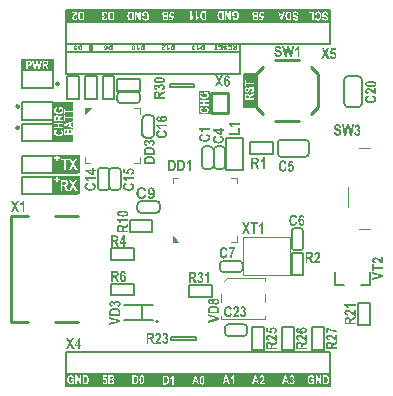
<source format=gto>
G04*
G04 #@! TF.GenerationSoftware,Altium Limited,Altium Designer,23.8.1 (32)*
G04*
G04 Layer_Color=65535*
%FSLAX43Y43*%
%MOMM*%
G71*
G04*
G04 #@! TF.SameCoordinates,8A790615-D0E5-43D8-8956-367088579B57*
G04*
G04*
G04 #@! TF.FilePolarity,Positive*
G04*
G01*
G75*
%ADD10C,0.150*%
%ADD11C,0.200*%
%ADD12C,0.250*%
%ADD13C,0.100*%
%ADD14C,0.102*%
%ADD15C,0.254*%
%ADD16R,0.595X0.850*%
%ADD17R,0.250X1.600*%
%ADD18R,0.400X0.600*%
%ADD19R,0.450X1.000*%
%ADD20R,0.350X1.000*%
G36*
X13825Y12275D02*
Y12760D01*
X14310Y12275D01*
X13825D01*
D02*
G37*
G36*
X6400Y23625D02*
X6885D01*
X6400Y23140D01*
Y23625D01*
D02*
G37*
G36*
X3800Y26785D02*
X1000D01*
Y27725D01*
X3800D01*
Y26785D01*
D02*
G37*
G36*
X24865Y30900D02*
X22353D01*
Y30900D01*
X19803D01*
Y30950D01*
X17273D01*
D01*
X14733D01*
Y30900D01*
X12193D01*
D01*
X9653D01*
D01*
X7103D01*
Y31900D01*
X14723D01*
Y31900D01*
X19813D01*
Y31900D01*
X22348D01*
Y31900D01*
X24865D01*
Y30900D01*
D02*
G37*
G36*
X5775Y17526D02*
Y16574D01*
Y16250D01*
X4325D01*
Y17850D01*
X5775D01*
Y17526D01*
D02*
G37*
G36*
X8172Y28913D02*
X8177Y28913D01*
X8191Y28911D01*
X8206Y28909D01*
X8223Y28905D01*
X8239Y28900D01*
X8254Y28893D01*
X8254D01*
X8255Y28893D01*
X8260Y28890D01*
X8266Y28885D01*
X8275Y28877D01*
X8284Y28868D01*
X8294Y28857D01*
X8304Y28843D01*
X8313Y28828D01*
Y28827D01*
X8313Y28825D01*
X8315Y28823D01*
X8316Y28820D01*
X8318Y28815D01*
X8319Y28809D01*
X8322Y28803D01*
X8323Y28796D01*
X8325Y28788D01*
X8328Y28778D01*
X8329Y28769D01*
X8330Y28757D01*
X8332Y28746D01*
X8333Y28734D01*
X8334Y28721D01*
Y28707D01*
Y28706D01*
Y28702D01*
Y28697D01*
X8333Y28689D01*
X8333Y28681D01*
X8332Y28670D01*
X8330Y28658D01*
X8328Y28646D01*
X8323Y28620D01*
X8319Y28607D01*
X8315Y28593D01*
X8310Y28581D01*
X8303Y28568D01*
X8296Y28557D01*
X8288Y28547D01*
X8288Y28546D01*
X8286Y28545D01*
X8284Y28542D01*
X8280Y28539D01*
X8275Y28535D01*
X8269Y28531D01*
X8262Y28526D01*
X8255Y28521D01*
X8246Y28517D01*
X8237Y28512D01*
X8226Y28508D01*
X8215Y28504D01*
X8203Y28500D01*
X8189Y28498D01*
X8175Y28497D01*
X8160Y28496D01*
X8152D01*
X8143Y28497D01*
X8133Y28497D01*
X8121Y28499D01*
X8108Y28501D01*
X8095Y28504D01*
X8084Y28508D01*
X8083Y28508D01*
X8080Y28510D01*
X8075Y28512D01*
X8068Y28516D01*
X8061Y28520D01*
X8053Y28526D01*
X8045Y28533D01*
X8038Y28540D01*
X8037Y28541D01*
X8035Y28544D01*
X8031Y28549D01*
X8027Y28555D01*
X8022Y28563D01*
X8018Y28572D01*
X8013Y28583D01*
X8009Y28595D01*
X8121Y28608D01*
Y28607D01*
X8121Y28604D01*
X8123Y28600D01*
X8124Y28596D01*
X8129Y28585D01*
X8132Y28580D01*
X8136Y28576D01*
X8137Y28575D01*
X8138Y28574D01*
X8140Y28573D01*
X8143Y28570D01*
X8151Y28567D01*
X8156Y28566D01*
X8161Y28565D01*
X8163D01*
X8166Y28566D01*
X8171Y28567D01*
X8177Y28569D01*
X8184Y28572D01*
X8191Y28577D01*
X8198Y28584D01*
X8204Y28593D01*
X8205Y28594D01*
X8206Y28598D01*
X8208Y28603D01*
X8209Y28607D01*
X8210Y28611D01*
X8211Y28617D01*
X8213Y28623D01*
X8214Y28630D01*
X8216Y28638D01*
X8217Y28647D01*
X8218Y28656D01*
X8220Y28667D01*
X8220Y28678D01*
X8220Y28678D01*
X8217Y28675D01*
X8213Y28671D01*
X8208Y28667D01*
X8201Y28662D01*
X8194Y28657D01*
X8187Y28652D01*
X8179Y28648D01*
X8178Y28647D01*
X8175Y28647D01*
X8171Y28645D01*
X8165Y28643D01*
X8158Y28641D01*
X8149Y28639D01*
X8140Y28638D01*
X8130Y28638D01*
X8125D01*
X8121Y28638D01*
X8116Y28639D01*
X8111Y28640D01*
X8098Y28643D01*
X8084Y28647D01*
X8068Y28654D01*
X8060Y28658D01*
X8053Y28664D01*
X8045Y28670D01*
X8038Y28677D01*
X8037Y28678D01*
X8036Y28678D01*
X8034Y28681D01*
X8032Y28684D01*
X8029Y28687D01*
X8026Y28692D01*
X8022Y28698D01*
X8019Y28704D01*
X8012Y28718D01*
X8006Y28735D01*
X8002Y28753D01*
X8001Y28763D01*
X8000Y28774D01*
Y28775D01*
Y28776D01*
Y28778D01*
Y28781D01*
X8001Y28789D01*
X8002Y28799D01*
X8005Y28810D01*
X8008Y28823D01*
X8013Y28835D01*
X8019Y28848D01*
X8020Y28849D01*
X8023Y28853D01*
X8027Y28859D01*
X8033Y28866D01*
X8041Y28874D01*
X8050Y28883D01*
X8061Y28891D01*
X8073Y28898D01*
X8074Y28899D01*
X8078Y28900D01*
X8086Y28903D01*
X8095Y28906D01*
X8107Y28909D01*
X8122Y28912D01*
X8138Y28913D01*
X8156Y28914D01*
X8166D01*
X8172Y28913D01*
D02*
G37*
G36*
X8755Y28502D02*
X8561D01*
X8556Y28503D01*
X8551D01*
X8538Y28505D01*
X8523Y28506D01*
X8509Y28509D01*
X8494Y28513D01*
X8481Y28518D01*
X8480D01*
X8479Y28519D01*
X8475Y28521D01*
X8469Y28524D01*
X8461Y28529D01*
X8452Y28535D01*
X8442Y28542D01*
X8433Y28551D01*
X8424Y28561D01*
X8424Y28562D01*
X8421Y28566D01*
X8417Y28571D01*
X8412Y28579D01*
X8407Y28589D01*
X8401Y28600D01*
X8397Y28613D01*
X8393Y28626D01*
Y28627D01*
X8392Y28627D01*
Y28630D01*
X8391Y28633D01*
X8390Y28640D01*
X8387Y28650D01*
X8385Y28661D01*
X8384Y28675D01*
X8383Y28689D01*
X8382Y28704D01*
Y28705D01*
Y28707D01*
Y28710D01*
Y28715D01*
X8383Y28721D01*
Y28726D01*
X8384Y28741D01*
X8386Y28757D01*
X8389Y28774D01*
X8393Y28790D01*
X8398Y28805D01*
Y28806D01*
X8398Y28806D01*
X8401Y28811D01*
X8404Y28817D01*
X8408Y28825D01*
X8414Y28835D01*
X8421Y28845D01*
X8430Y28855D01*
X8439Y28865D01*
X8441Y28865D01*
X8444Y28868D01*
X8449Y28873D01*
X8455Y28878D01*
X8464Y28883D01*
X8473Y28888D01*
X8483Y28893D01*
X8495Y28897D01*
X8495D01*
X8496Y28898D01*
X8498D01*
X8501Y28899D01*
X8509Y28900D01*
X8520Y28902D01*
X8531Y28905D01*
X8544Y28906D01*
X8557Y28907D01*
X8570Y28908D01*
X8755D01*
Y28502D01*
D02*
G37*
G36*
X4600Y24150D02*
X5400D01*
Y20750D01*
X4590D01*
Y20750D01*
X3790D01*
Y24150D01*
X4600D01*
Y24150D01*
D02*
G37*
G36*
X24895Y100D02*
X9650D01*
Y100D01*
X7133D01*
Y1100D01*
X9645D01*
Y1100D01*
X12195D01*
Y1050D01*
X17265D01*
Y1100D01*
X24895D01*
Y100D01*
D02*
G37*
G36*
X27165D02*
X25155D01*
Y1100D01*
X27165D01*
Y100D01*
D02*
G37*
G36*
X20800Y23750D02*
X19850D01*
Y26500D01*
X20800D01*
Y23750D01*
D02*
G37*
G36*
X16975Y23075D02*
X16025D01*
Y25025D01*
X16975D01*
Y23075D01*
D02*
G37*
G36*
X15599Y28908D02*
X15605D01*
X15617Y28908D01*
X15631Y28906D01*
X15645Y28904D01*
X15659Y28901D01*
X15673Y28897D01*
X15674Y28896D01*
X15678Y28894D01*
X15684Y28891D01*
X15691Y28887D01*
X15699Y28882D01*
X15708Y28875D01*
X15717Y28868D01*
X15725Y28859D01*
X15726Y28857D01*
X15729Y28854D01*
X15733Y28849D01*
X15737Y28842D01*
X15742Y28832D01*
X15747Y28822D01*
X15752Y28809D01*
X15756Y28796D01*
X15644Y28781D01*
Y28782D01*
X15642Y28786D01*
X15641Y28792D01*
X15639Y28799D01*
X15633Y28815D01*
X15628Y28822D01*
X15624Y28828D01*
X15623Y28829D01*
X15622Y28830D01*
X15618Y28832D01*
X15614Y28834D01*
X15609Y28837D01*
X15603Y28838D01*
X15596Y28840D01*
X15588Y28840D01*
X15584D01*
X15580Y28840D01*
X15574Y28838D01*
X15569Y28837D01*
X15562Y28834D01*
X15556Y28829D01*
X15550Y28824D01*
X15549Y28823D01*
X15548Y28821D01*
X15545Y28818D01*
X15542Y28812D01*
X15540Y28806D01*
X15537Y28798D01*
X15535Y28789D01*
X15535Y28780D01*
Y28778D01*
Y28775D01*
X15535Y28770D01*
X15536Y28764D01*
X15538Y28757D01*
X15540Y28750D01*
X15544Y28743D01*
X15549Y28736D01*
X15550Y28735D01*
X15552Y28734D01*
X15555Y28731D01*
X15560Y28728D01*
X15566Y28726D01*
X15572Y28723D01*
X15580Y28721D01*
X15589Y28721D01*
X15594D01*
X15599Y28721D01*
X15604Y28722D01*
X15610Y28724D01*
X15617Y28725D01*
X15625Y28727D01*
X15620Y28648D01*
X15615D01*
X15610Y28648D01*
X15602D01*
X15597Y28648D01*
X15592Y28647D01*
X15587Y28645D01*
X15580Y28642D01*
X15574Y28639D01*
X15569Y28635D01*
X15568Y28634D01*
X15566Y28633D01*
X15563Y28630D01*
X15560Y28625D01*
X15558Y28621D01*
X15555Y28615D01*
X15554Y28608D01*
X15553Y28602D01*
Y28601D01*
Y28599D01*
X15554Y28595D01*
X15555Y28591D01*
X15556Y28586D01*
X15557Y28582D01*
X15560Y28577D01*
X15564Y28572D01*
X15565Y28571D01*
X15566Y28571D01*
X15569Y28568D01*
X15572Y28566D01*
X15577Y28565D01*
X15582Y28563D01*
X15588Y28562D01*
X15595Y28561D01*
X15598D01*
X15602Y28562D01*
X15607Y28563D01*
X15612Y28564D01*
X15617Y28566D01*
X15623Y28569D01*
X15628Y28574D01*
X15628Y28574D01*
X15630Y28576D01*
X15631Y28579D01*
X15634Y28583D01*
X15637Y28589D01*
X15640Y28596D01*
X15642Y28605D01*
X15644Y28615D01*
X15750Y28597D01*
Y28596D01*
X15750Y28594D01*
X15749Y28591D01*
X15748Y28588D01*
X15746Y28584D01*
X15744Y28579D01*
X15739Y28568D01*
X15733Y28555D01*
X15724Y28542D01*
X15713Y28529D01*
X15700Y28518D01*
X15699D01*
X15699Y28517D01*
X15696Y28516D01*
X15693Y28514D01*
X15689Y28512D01*
X15685Y28509D01*
X15679Y28507D01*
X15672Y28504D01*
X15665Y28502D01*
X15657Y28500D01*
X15648Y28497D01*
X15639Y28495D01*
X15628Y28493D01*
X15617Y28492D01*
X15593Y28491D01*
X15586D01*
X15580Y28492D01*
X15573D01*
X15566Y28492D01*
X15557Y28493D01*
X15549Y28495D01*
X15529Y28498D01*
X15511Y28503D01*
X15492Y28511D01*
X15485Y28515D01*
X15478Y28520D01*
X15477D01*
X15476Y28522D01*
X15472Y28526D01*
X15467Y28532D01*
X15460Y28541D01*
X15453Y28551D01*
X15447Y28564D01*
X15444Y28579D01*
X15443Y28587D01*
X15442Y28595D01*
Y28597D01*
Y28599D01*
X15443Y28605D01*
X15444Y28611D01*
X15446Y28618D01*
X15448Y28626D01*
X15452Y28634D01*
X15457Y28642D01*
X15458Y28643D01*
X15460Y28646D01*
X15463Y28650D01*
X15467Y28655D01*
X15473Y28660D01*
X15481Y28667D01*
X15489Y28673D01*
X15500Y28679D01*
X15499D01*
X15496Y28680D01*
X15492Y28682D01*
X15487Y28683D01*
X15475Y28687D01*
X15470Y28690D01*
X15464Y28693D01*
X15464Y28693D01*
X15461Y28695D01*
X15458Y28698D01*
X15453Y28701D01*
X15448Y28706D01*
X15443Y28712D01*
X15438Y28718D01*
X15433Y28726D01*
X15433Y28727D01*
X15431Y28730D01*
X15430Y28734D01*
X15427Y28739D01*
X15425Y28747D01*
X15423Y28755D01*
X15422Y28764D01*
X15421Y28774D01*
Y28775D01*
Y28775D01*
Y28780D01*
X15422Y28786D01*
X15424Y28795D01*
X15426Y28806D01*
X15430Y28818D01*
X15434Y28829D01*
X15441Y28842D01*
X15441Y28843D01*
X15444Y28847D01*
X15448Y28853D01*
X15454Y28860D01*
X15462Y28869D01*
X15471Y28877D01*
X15481Y28885D01*
X15494Y28892D01*
X15495D01*
X15495Y28893D01*
X15498Y28894D01*
X15501Y28895D01*
X15504Y28896D01*
X15508Y28897D01*
X15518Y28900D01*
X15532Y28904D01*
X15547Y28906D01*
X15566Y28908D01*
X15586Y28909D01*
X15594D01*
X15599Y28908D01*
D02*
G37*
G36*
X16552Y28497D02*
X16357D01*
X16352Y28498D01*
X16347D01*
X16334Y28500D01*
X16320Y28501D01*
X16305Y28504D01*
X16290Y28508D01*
X16277Y28513D01*
X16276D01*
X16275Y28514D01*
X16271Y28516D01*
X16265Y28519D01*
X16257Y28524D01*
X16248Y28530D01*
X16238Y28537D01*
X16229Y28546D01*
X16220Y28556D01*
X16220Y28557D01*
X16217Y28561D01*
X16213Y28566D01*
X16208Y28574D01*
X16203Y28584D01*
X16198Y28595D01*
X16193Y28608D01*
X16189Y28621D01*
Y28622D01*
X16188Y28622D01*
Y28625D01*
X16187Y28628D01*
X16186Y28635D01*
X16184Y28645D01*
X16181Y28656D01*
X16180Y28670D01*
X16179Y28684D01*
X16178Y28699D01*
Y28700D01*
Y28702D01*
Y28705D01*
Y28710D01*
X16179Y28716D01*
Y28721D01*
X16181Y28736D01*
X16182Y28752D01*
X16185Y28769D01*
X16189Y28785D01*
X16194Y28800D01*
Y28801D01*
X16195Y28801D01*
X16197Y28806D01*
X16200Y28812D01*
X16204Y28820D01*
X16210Y28830D01*
X16218Y28840D01*
X16226Y28850D01*
X16235Y28860D01*
X16237Y28860D01*
X16240Y28863D01*
X16245Y28868D01*
X16252Y28873D01*
X16260Y28878D01*
X16269Y28883D01*
X16280Y28888D01*
X16291Y28892D01*
X16291D01*
X16292Y28893D01*
X16294D01*
X16297Y28894D01*
X16305Y28895D01*
X16316Y28897D01*
X16327Y28900D01*
X16340Y28901D01*
X16353Y28902D01*
X16366Y28903D01*
X16552D01*
Y28497D01*
D02*
G37*
G36*
X15989Y28633D02*
X15991Y28634D01*
X15994Y28637D01*
X15999Y28641D01*
X16006Y28646D01*
X16014Y28651D01*
X16024Y28657D01*
X16033Y28663D01*
X16043Y28668D01*
X16045Y28669D01*
X16048Y28670D01*
X16053Y28673D01*
X16061Y28676D01*
X16070Y28679D01*
X16081Y28684D01*
X16093Y28687D01*
X16107Y28692D01*
Y28600D01*
X16107D01*
X16105Y28599D01*
X16102Y28598D01*
X16098Y28597D01*
X16093Y28595D01*
X16087Y28593D01*
X16075Y28588D01*
X16061Y28581D01*
X16046Y28574D01*
X16031Y28565D01*
X16019Y28556D01*
X16018D01*
X16017Y28554D01*
X16014Y28551D01*
X16008Y28546D01*
X16000Y28537D01*
X15992Y28529D01*
X15984Y28517D01*
X15976Y28505D01*
X15968Y28491D01*
X15875D01*
Y28903D01*
X15989D01*
Y28633D01*
D02*
G37*
G36*
X11483Y28502D02*
X11288D01*
X11283Y28503D01*
X11278D01*
X11266Y28505D01*
X11251Y28506D01*
X11236Y28509D01*
X11221Y28513D01*
X11208Y28518D01*
X11207D01*
X11206Y28519D01*
X11202Y28521D01*
X11196Y28524D01*
X11188Y28529D01*
X11179Y28535D01*
X11169Y28542D01*
X11161Y28551D01*
X11152Y28561D01*
X11151Y28562D01*
X11148Y28566D01*
X11144Y28571D01*
X11139Y28579D01*
X11134Y28589D01*
X11129Y28600D01*
X11124Y28613D01*
X11120Y28626D01*
Y28627D01*
X11119Y28627D01*
Y28630D01*
X11118Y28633D01*
X11117Y28640D01*
X11115Y28650D01*
X11113Y28661D01*
X11111Y28675D01*
X11110Y28689D01*
X11110Y28704D01*
Y28705D01*
Y28707D01*
Y28710D01*
Y28715D01*
X11110Y28721D01*
Y28726D01*
X11112Y28741D01*
X11113Y28757D01*
X11116Y28774D01*
X11120Y28790D01*
X11125Y28805D01*
Y28806D01*
X11126Y28806D01*
X11128Y28811D01*
X11131Y28817D01*
X11135Y28825D01*
X11141Y28835D01*
X11149Y28845D01*
X11157Y28855D01*
X11167Y28865D01*
X11168Y28865D01*
X11171Y28868D01*
X11176Y28873D01*
X11183Y28878D01*
X11192Y28883D01*
X11201Y28888D01*
X11211Y28893D01*
X11222Y28897D01*
X11223D01*
X11223Y28898D01*
X11226D01*
X11229Y28899D01*
X11237Y28900D01*
X11247Y28902D01*
X11258Y28905D01*
X11271Y28906D01*
X11284Y28907D01*
X11297Y28908D01*
X11483D01*
Y28502D01*
D02*
G37*
G36*
X10920Y28638D02*
X10922Y28639D01*
X10925Y28642D01*
X10931Y28646D01*
X10937Y28651D01*
X10946Y28656D01*
X10955Y28662D01*
X10965Y28668D01*
X10974Y28673D01*
X10976Y28674D01*
X10979Y28675D01*
X10985Y28678D01*
X10992Y28681D01*
X11002Y28684D01*
X11012Y28689D01*
X11025Y28692D01*
X11039Y28697D01*
Y28605D01*
X11038D01*
X11036Y28604D01*
X11033Y28603D01*
X11029Y28602D01*
X11025Y28600D01*
X11019Y28598D01*
X11006Y28593D01*
X10992Y28586D01*
X10977Y28579D01*
X10963Y28570D01*
X10950Y28561D01*
X10949D01*
X10948Y28559D01*
X10945Y28556D01*
X10939Y28551D01*
X10931Y28542D01*
X10923Y28534D01*
X10915Y28522D01*
X10907Y28510D01*
X10900Y28496D01*
X10807D01*
Y28908D01*
X10920D01*
Y28638D01*
D02*
G37*
G36*
X10532Y28913D02*
X10537D01*
X10549Y28912D01*
X10562Y28910D01*
X10576Y28908D01*
X10590Y28903D01*
X10603Y28898D01*
X10604Y28897D01*
X10608Y28895D01*
X10614Y28891D01*
X10620Y28886D01*
X10629Y28879D01*
X10637Y28871D01*
X10646Y28862D01*
X10654Y28851D01*
X10655Y28850D01*
X10657Y28846D01*
X10659Y28842D01*
X10662Y28834D01*
X10666Y28826D01*
X10670Y28816D01*
X10674Y28803D01*
X10676Y28790D01*
Y28789D01*
Y28789D01*
X10677Y28786D01*
X10678Y28783D01*
X10679Y28775D01*
X10680Y28764D01*
X10682Y28752D01*
X10683Y28737D01*
X10684Y28721D01*
X10685Y28704D01*
Y28702D01*
Y28698D01*
Y28692D01*
X10684Y28685D01*
X10683Y28675D01*
X10682Y28664D01*
X10681Y28653D01*
X10679Y28640D01*
X10674Y28613D01*
X10667Y28587D01*
X10662Y28574D01*
X10657Y28562D01*
X10651Y28552D01*
X10643Y28542D01*
X10642Y28542D01*
X10641Y28540D01*
X10639Y28538D01*
X10635Y28535D01*
X10631Y28531D01*
X10625Y28528D01*
X10619Y28523D01*
X10611Y28519D01*
X10603Y28515D01*
X10594Y28511D01*
X10583Y28507D01*
X10572Y28503D01*
X10560Y28500D01*
X10546Y28498D01*
X10532Y28497D01*
X10516Y28496D01*
X10509D01*
X10502Y28497D01*
X10492Y28497D01*
X10482Y28498D01*
X10471Y28500D01*
X10460Y28502D01*
X10450Y28506D01*
X10448Y28507D01*
X10445Y28508D01*
X10440Y28511D01*
X10434Y28514D01*
X10427Y28517D01*
X10420Y28522D01*
X10413Y28527D01*
X10407Y28533D01*
X10406Y28534D01*
X10404Y28536D01*
X10401Y28539D01*
X10397Y28543D01*
X10393Y28548D01*
X10388Y28553D01*
X10380Y28567D01*
X10379Y28568D01*
X10379Y28570D01*
X10376Y28573D01*
X10374Y28579D01*
X10372Y28585D01*
X10370Y28592D01*
X10367Y28599D01*
X10365Y28608D01*
Y28609D01*
X10364Y28610D01*
X10363Y28613D01*
X10362Y28616D01*
X10362Y28620D01*
X10361Y28625D01*
X10359Y28637D01*
X10356Y28651D01*
X10354Y28667D01*
X10353Y28684D01*
X10353Y28702D01*
Y28704D01*
Y28707D01*
Y28712D01*
X10353Y28720D01*
X10354Y28729D01*
X10355Y28740D01*
X10356Y28751D01*
X10357Y28763D01*
X10362Y28790D01*
X10368Y28817D01*
X10373Y28829D01*
X10378Y28842D01*
X10384Y28853D01*
X10390Y28863D01*
X10391Y28864D01*
X10392Y28865D01*
X10394Y28868D01*
X10398Y28871D01*
X10402Y28875D01*
X10407Y28879D01*
X10413Y28884D01*
X10421Y28888D01*
X10429Y28893D01*
X10438Y28898D01*
X10449Y28902D01*
X10461Y28906D01*
X10473Y28910D01*
X10487Y28912D01*
X10503Y28913D01*
X10519Y28914D01*
X10528D01*
X10532Y28913D01*
D02*
G37*
G36*
X5623Y28910D02*
X5633D01*
X5643Y28909D01*
X5655Y28908D01*
X5667Y28906D01*
X5678Y28903D01*
X5680Y28903D01*
X5683Y28902D01*
X5688Y28900D01*
X5694Y28898D01*
X5702Y28895D01*
X5711Y28891D01*
X5727Y28881D01*
X5728Y28881D01*
X5730Y28878D01*
X5734Y28875D01*
X5739Y28871D01*
X5744Y28867D01*
X5749Y28861D01*
X5759Y28847D01*
X5760Y28847D01*
X5762Y28844D01*
X5764Y28840D01*
X5766Y28834D01*
X5770Y28827D01*
X5773Y28819D01*
X5776Y28810D01*
X5779Y28799D01*
X5666Y28787D01*
Y28788D01*
X5665Y28791D01*
X5663Y28796D01*
X5662Y28802D01*
X5660Y28809D01*
X5656Y28816D01*
X5652Y28822D01*
X5647Y28828D01*
X5646Y28829D01*
X5644Y28830D01*
X5641Y28833D01*
X5637Y28835D01*
X5632Y28838D01*
X5625Y28840D01*
X5617Y28841D01*
X5610Y28842D01*
X5606D01*
X5602Y28841D01*
X5596Y28840D01*
X5590Y28838D01*
X5583Y28835D01*
X5577Y28830D01*
X5571Y28824D01*
X5570Y28824D01*
X5569Y28821D01*
X5566Y28817D01*
X5563Y28811D01*
X5561Y28804D01*
X5558Y28795D01*
X5556Y28784D01*
X5555Y28772D01*
Y28771D01*
Y28770D01*
Y28766D01*
X5556Y28759D01*
X5558Y28752D01*
X5559Y28743D01*
X5562Y28734D01*
X5566Y28726D01*
X5571Y28719D01*
X5572Y28718D01*
X5574Y28716D01*
X5577Y28713D01*
X5582Y28710D01*
X5588Y28707D01*
X5595Y28705D01*
X5603Y28702D01*
X5612Y28702D01*
X5615D01*
X5618Y28702D01*
X5623D01*
X5632Y28705D01*
X5638Y28707D01*
X5644Y28710D01*
X5645D01*
X5646Y28711D01*
X5649Y28713D01*
X5651Y28715D01*
X5655Y28718D01*
X5660Y28722D01*
X5664Y28726D01*
X5669Y28731D01*
X5765Y28717D01*
X5729Y28499D01*
X5462D01*
Y28589D01*
X5643D01*
X5653Y28650D01*
X5652Y28649D01*
X5650Y28648D01*
X5646Y28647D01*
X5641Y28645D01*
X5635Y28643D01*
X5629Y28640D01*
X5615Y28637D01*
X5615D01*
X5612Y28636D01*
X5609Y28635D01*
X5603Y28634D01*
X5598Y28634D01*
X5592Y28633D01*
X5579Y28632D01*
X5573D01*
X5569Y28633D01*
X5564D01*
X5558Y28634D01*
X5544Y28637D01*
X5528Y28641D01*
X5512Y28648D01*
X5504Y28652D01*
X5496Y28657D01*
X5488Y28663D01*
X5481Y28669D01*
X5480Y28670D01*
X5479Y28671D01*
X5477Y28673D01*
X5475Y28676D01*
X5472Y28680D01*
X5469Y28684D01*
X5462Y28694D01*
X5454Y28708D01*
X5448Y28724D01*
X5444Y28742D01*
X5443Y28751D01*
X5442Y28762D01*
Y28762D01*
Y28763D01*
Y28765D01*
Y28768D01*
X5443Y28776D01*
X5445Y28786D01*
X5447Y28797D01*
X5450Y28810D01*
X5456Y28824D01*
X5462Y28837D01*
Y28838D01*
X5463Y28838D01*
X5466Y28843D01*
X5470Y28850D01*
X5476Y28858D01*
X5484Y28867D01*
X5494Y28875D01*
X5505Y28884D01*
X5518Y28892D01*
X5518D01*
X5519Y28893D01*
X5521Y28894D01*
X5524Y28895D01*
X5527Y28897D01*
X5532Y28898D01*
X5542Y28901D01*
X5555Y28905D01*
X5572Y28908D01*
X5589Y28910D01*
X5609Y28911D01*
X5616D01*
X5623Y28910D01*
D02*
G37*
G36*
X6195Y28499D02*
X6001D01*
X5996Y28500D01*
X5991D01*
X5978Y28501D01*
X5963Y28503D01*
X5949Y28506D01*
X5934Y28510D01*
X5921Y28515D01*
X5920D01*
X5919Y28515D01*
X5915Y28518D01*
X5909Y28521D01*
X5901Y28526D01*
X5892Y28532D01*
X5882Y28539D01*
X5873Y28548D01*
X5864Y28558D01*
X5864Y28559D01*
X5861Y28563D01*
X5857Y28568D01*
X5852Y28576D01*
X5847Y28586D01*
X5841Y28597D01*
X5837Y28609D01*
X5833Y28623D01*
Y28623D01*
X5832Y28624D01*
Y28626D01*
X5831Y28629D01*
X5830Y28637D01*
X5827Y28646D01*
X5825Y28658D01*
X5824Y28671D01*
X5823Y28685D01*
X5822Y28701D01*
Y28702D01*
Y28704D01*
Y28707D01*
Y28711D01*
X5823Y28717D01*
Y28723D01*
X5824Y28738D01*
X5826Y28753D01*
X5829Y28770D01*
X5833Y28787D01*
X5838Y28801D01*
Y28802D01*
X5838Y28803D01*
X5841Y28807D01*
X5844Y28814D01*
X5848Y28822D01*
X5854Y28832D01*
X5861Y28841D01*
X5870Y28852D01*
X5879Y28861D01*
X5881Y28862D01*
X5884Y28865D01*
X5889Y28869D01*
X5895Y28875D01*
X5904Y28880D01*
X5913Y28885D01*
X5923Y28890D01*
X5935Y28894D01*
X5935D01*
X5936Y28895D01*
X5938D01*
X5941Y28895D01*
X5949Y28897D01*
X5960Y28899D01*
X5971Y28901D01*
X5984Y28903D01*
X5997Y28903D01*
X6010Y28904D01*
X6195D01*
Y28499D01*
D02*
G37*
G36*
X18312Y28908D02*
X18320Y28908D01*
X18330Y28907D01*
X18340Y28906D01*
X18352Y28904D01*
X18376Y28900D01*
X18399Y28893D01*
X18410Y28888D01*
X18421Y28883D01*
X18430Y28877D01*
X18439Y28870D01*
X18439Y28869D01*
X18440Y28868D01*
X18442Y28866D01*
X18444Y28863D01*
X18447Y28859D01*
X18451Y28854D01*
X18455Y28849D01*
X18459Y28843D01*
X18467Y28828D01*
X18474Y28810D01*
X18479Y28791D01*
X18481Y28780D01*
X18483Y28769D01*
X18364Y28761D01*
Y28762D01*
X18363Y28766D01*
X18362Y28771D01*
X18360Y28777D01*
X18356Y28792D01*
X18352Y28799D01*
X18348Y28805D01*
X18348Y28806D01*
X18345Y28809D01*
X18340Y28812D01*
X18334Y28817D01*
X18326Y28822D01*
X18317Y28826D01*
X18306Y28829D01*
X18293Y28829D01*
X18289D01*
X18284Y28829D01*
X18277Y28828D01*
X18271Y28826D01*
X18264Y28824D01*
X18257Y28821D01*
X18252Y28818D01*
X18251Y28817D01*
X18249Y28815D01*
X18247Y28812D01*
X18244Y28809D01*
X18241Y28805D01*
X18239Y28800D01*
X18238Y28794D01*
X18237Y28788D01*
Y28787D01*
Y28785D01*
X18238Y28782D01*
X18238Y28778D01*
X18240Y28774D01*
X18243Y28769D01*
X18246Y28764D01*
X18251Y28760D01*
X18252Y28759D01*
X18254Y28758D01*
X18258Y28755D01*
X18264Y28752D01*
X18273Y28749D01*
X18284Y28744D01*
X18291Y28742D01*
X18298Y28741D01*
X18306Y28738D01*
X18315Y28736D01*
X18316D01*
X18319Y28735D01*
X18323Y28734D01*
X18328Y28733D01*
X18335Y28731D01*
X18343Y28729D01*
X18351Y28727D01*
X18360Y28724D01*
X18380Y28716D01*
X18399Y28708D01*
X18417Y28699D01*
X18425Y28693D01*
X18433Y28687D01*
Y28687D01*
X18434Y28686D01*
X18438Y28682D01*
X18444Y28676D01*
X18450Y28666D01*
X18456Y28655D01*
X18462Y28642D01*
X18466Y28627D01*
X18467Y28619D01*
X18467Y28610D01*
Y28609D01*
Y28608D01*
Y28605D01*
X18467Y28598D01*
X18465Y28591D01*
X18463Y28582D01*
X18460Y28571D01*
X18456Y28561D01*
X18450Y28551D01*
X18449Y28549D01*
X18446Y28546D01*
X18442Y28541D01*
X18436Y28534D01*
X18428Y28528D01*
X18419Y28520D01*
X18408Y28514D01*
X18395Y28507D01*
X18394D01*
X18393Y28506D01*
X18391Y28506D01*
X18388Y28505D01*
X18385Y28503D01*
X18380Y28502D01*
X18375Y28500D01*
X18369Y28499D01*
X18362Y28497D01*
X18354Y28496D01*
X18337Y28493D01*
X18317Y28492D01*
X18295Y28491D01*
X18288D01*
X18283Y28492D01*
X18276D01*
X18269Y28492D01*
X18260Y28493D01*
X18252Y28495D01*
X18232Y28498D01*
X18212Y28503D01*
X18194Y28511D01*
X18185Y28515D01*
X18177Y28520D01*
X18176D01*
X18175Y28522D01*
X18170Y28526D01*
X18164Y28533D01*
X18156Y28543D01*
X18151Y28548D01*
X18147Y28555D01*
X18143Y28563D01*
X18139Y28571D01*
X18136Y28580D01*
X18133Y28590D01*
X18130Y28601D01*
X18128Y28612D01*
X18246Y28619D01*
Y28617D01*
X18247Y28614D01*
X18249Y28609D01*
X18251Y28603D01*
X18254Y28597D01*
X18257Y28591D01*
X18261Y28584D01*
X18266Y28579D01*
X18267Y28578D01*
X18269Y28577D01*
X18272Y28575D01*
X18277Y28572D01*
X18283Y28570D01*
X18290Y28568D01*
X18298Y28567D01*
X18308Y28566D01*
X18311D01*
X18315Y28567D01*
X18320Y28568D01*
X18331Y28570D01*
X18337Y28573D01*
X18341Y28576D01*
X18342Y28577D01*
X18343Y28577D01*
X18346Y28582D01*
X18350Y28589D01*
X18351Y28594D01*
X18351Y28598D01*
Y28599D01*
Y28599D01*
X18350Y28604D01*
X18348Y28610D01*
X18345Y28613D01*
X18343Y28616D01*
X18342D01*
X18340Y28617D01*
X18338Y28619D01*
X18334Y28621D01*
X18328Y28623D01*
X18321Y28625D01*
X18312Y28628D01*
X18301Y28631D01*
X18300D01*
X18297Y28631D01*
X18293Y28632D01*
X18288Y28633D01*
X18281Y28635D01*
X18273Y28637D01*
X18264Y28639D01*
X18255Y28642D01*
X18236Y28647D01*
X18216Y28653D01*
X18198Y28660D01*
X18190Y28663D01*
X18183Y28667D01*
X18182D01*
X18181Y28667D01*
X18177Y28670D01*
X18171Y28673D01*
X18163Y28679D01*
X18155Y28685D01*
X18146Y28693D01*
X18138Y28701D01*
X18131Y28711D01*
X18130Y28713D01*
X18129Y28716D01*
X18126Y28721D01*
X18123Y28729D01*
X18120Y28738D01*
X18117Y28747D01*
X18116Y28759D01*
X18115Y28771D01*
Y28772D01*
Y28772D01*
Y28775D01*
Y28778D01*
X18116Y28785D01*
X18118Y28795D01*
X18120Y28806D01*
X18124Y28818D01*
X18130Y28831D01*
X18137Y28843D01*
X18138Y28845D01*
X18141Y28849D01*
X18146Y28854D01*
X18153Y28862D01*
X18161Y28870D01*
X18172Y28878D01*
X18184Y28886D01*
X18198Y28893D01*
X18198D01*
X18199Y28894D01*
X18201Y28894D01*
X18204Y28895D01*
X18208Y28897D01*
X18213Y28898D01*
X18218Y28900D01*
X18224Y28901D01*
X18238Y28904D01*
X18255Y28907D01*
X18274Y28908D01*
X18295Y28909D01*
X18305D01*
X18312Y28908D01*
D02*
G37*
G36*
X19309Y28497D02*
X19085D01*
X19080Y28498D01*
X19067Y28499D01*
X19053Y28500D01*
X19038Y28502D01*
X19024Y28504D01*
X19011Y28508D01*
X19010Y28509D01*
X19006Y28510D01*
X19000Y28512D01*
X18994Y28516D01*
X18986Y28521D01*
X18977Y28528D01*
X18969Y28535D01*
X18962Y28545D01*
X18961Y28546D01*
X18959Y28549D01*
X18956Y28555D01*
X18952Y28563D01*
X18949Y28573D01*
X18946Y28584D01*
X18943Y28597D01*
X18943Y28611D01*
Y28612D01*
Y28616D01*
X18943Y28622D01*
X18944Y28631D01*
X18946Y28639D01*
X18949Y28649D01*
X18952Y28659D01*
X18957Y28669D01*
X18958Y28670D01*
X18960Y28673D01*
X18963Y28677D01*
X18968Y28683D01*
X18974Y28689D01*
X18980Y28696D01*
X18989Y28702D01*
X18997Y28708D01*
X18998Y28709D01*
X19000Y28710D01*
X19004Y28712D01*
X19008Y28714D01*
X19015Y28716D01*
X19023Y28719D01*
X19031Y28721D01*
X19041Y28724D01*
X19040D01*
X19037Y28726D01*
X19034Y28727D01*
X19028Y28729D01*
X19018Y28734D01*
X19013Y28736D01*
X19008Y28739D01*
X19007Y28740D01*
X19006Y28741D01*
X19003Y28744D01*
X19000Y28747D01*
X18997Y28750D01*
X18993Y28755D01*
X18989Y28761D01*
X18988Y28761D01*
X18986Y28764D01*
X18984Y28767D01*
X18981Y28769D01*
X18975Y28778D01*
X18973Y28782D01*
X18971Y28786D01*
X18909Y28903D01*
X19051D01*
X19119Y28779D01*
X19119Y28778D01*
X19121Y28775D01*
X19123Y28771D01*
X19126Y28767D01*
X19133Y28756D01*
X19138Y28752D01*
X19142Y28748D01*
X19142Y28747D01*
X19144Y28747D01*
X19147Y28745D01*
X19150Y28743D01*
X19155Y28741D01*
X19160Y28740D01*
X19166Y28739D01*
X19173Y28738D01*
X19183D01*
Y28903D01*
X19309D01*
Y28497D01*
D02*
G37*
G36*
X18870D02*
X18534D01*
Y28584D01*
X18744D01*
Y28648D01*
X18549D01*
Y28731D01*
X18744D01*
Y28811D01*
X18528D01*
Y28903D01*
X18870D01*
Y28497D01*
D02*
G37*
G36*
X18052D02*
X17716D01*
Y28584D01*
X17926D01*
Y28648D01*
X17732D01*
Y28731D01*
X17926D01*
Y28811D01*
X17711D01*
Y28903D01*
X18052D01*
Y28497D01*
D02*
G37*
G36*
X17544Y28597D02*
X17672D01*
Y28497D01*
X17291D01*
Y28597D01*
X17419D01*
Y28903D01*
X17544D01*
Y28597D01*
D02*
G37*
G36*
X6800Y100D02*
X4840D01*
Y1100D01*
X6800D01*
Y100D01*
D02*
G37*
G36*
X4325Y18900D02*
X3730D01*
Y19650D01*
X4325D01*
Y18900D01*
D02*
G37*
G36*
X27158Y30900D02*
X25198D01*
Y31900D01*
X27158D01*
Y30900D01*
D02*
G37*
G36*
X14022Y28506D02*
X13828D01*
X13823Y28507D01*
X13817D01*
X13805Y28508D01*
X13790Y28510D01*
X13775Y28512D01*
X13760Y28516D01*
X13747Y28521D01*
X13746D01*
X13746Y28522D01*
X13741Y28524D01*
X13735Y28527D01*
X13727Y28532D01*
X13718Y28538D01*
X13709Y28546D01*
X13700Y28555D01*
X13691Y28564D01*
X13690Y28566D01*
X13687Y28569D01*
X13684Y28575D01*
X13678Y28583D01*
X13673Y28592D01*
X13668Y28603D01*
X13664Y28616D01*
X13659Y28629D01*
Y28630D01*
X13658Y28631D01*
Y28633D01*
X13658Y28636D01*
X13656Y28643D01*
X13654Y28653D01*
X13652Y28665D01*
X13650Y28678D01*
X13650Y28692D01*
X13649Y28708D01*
Y28708D01*
Y28711D01*
Y28713D01*
Y28718D01*
X13650Y28724D01*
Y28730D01*
X13651Y28745D01*
X13653Y28760D01*
X13656Y28777D01*
X13659Y28793D01*
X13664Y28808D01*
Y28809D01*
X13665Y28810D01*
X13667Y28814D01*
X13670Y28821D01*
X13675Y28829D01*
X13681Y28838D01*
X13688Y28848D01*
X13696Y28858D01*
X13706Y28868D01*
X13707Y28869D01*
X13710Y28872D01*
X13715Y28876D01*
X13722Y28881D01*
X13731Y28886D01*
X13740Y28892D01*
X13750Y28897D01*
X13761Y28900D01*
X13762D01*
X13763Y28901D01*
X13765D01*
X13768Y28902D01*
X13776Y28903D01*
X13786Y28906D01*
X13797Y28908D01*
X13811Y28909D01*
X13823Y28910D01*
X13837Y28911D01*
X14022D01*
Y28506D01*
D02*
G37*
G36*
X13460Y28642D02*
X13461Y28643D01*
X13464Y28646D01*
X13470Y28649D01*
X13477Y28654D01*
X13485Y28660D01*
X13494Y28665D01*
X13504Y28671D01*
X13514Y28677D01*
X13515Y28677D01*
X13518Y28679D01*
X13524Y28681D01*
X13531Y28684D01*
X13541Y28688D01*
X13551Y28692D01*
X13564Y28696D01*
X13578Y28700D01*
Y28609D01*
X13577D01*
X13576Y28608D01*
X13573Y28606D01*
X13568Y28606D01*
X13564Y28603D01*
X13558Y28601D01*
X13545Y28596D01*
X13531Y28589D01*
X13517Y28582D01*
X13502Y28574D01*
X13489Y28564D01*
X13488D01*
X13488Y28563D01*
X13484Y28560D01*
X13478Y28554D01*
X13471Y28546D01*
X13463Y28537D01*
X13454Y28526D01*
X13446Y28513D01*
X13439Y28499D01*
X13346D01*
Y28911D01*
X13460D01*
Y28642D01*
D02*
G37*
G36*
X13232Y28910D02*
Y28909D01*
X13231Y28906D01*
X13231Y28903D01*
X13230Y28898D01*
X13229Y28893D01*
X13225Y28881D01*
X13221Y28867D01*
X13215Y28851D01*
X13207Y28834D01*
X13197Y28818D01*
X13197Y28817D01*
X13196Y28816D01*
X13194Y28813D01*
X13191Y28810D01*
X13188Y28806D01*
X13184Y28801D01*
X13178Y28795D01*
X13172Y28788D01*
X13165Y28781D01*
X13157Y28773D01*
X13148Y28764D01*
X13138Y28755D01*
X13127Y28745D01*
X13114Y28735D01*
X13101Y28725D01*
X13086Y28713D01*
X13086Y28713D01*
X13084Y28712D01*
X13082Y28710D01*
X13078Y28708D01*
X13070Y28701D01*
X13060Y28693D01*
X13049Y28683D01*
X13038Y28674D01*
X13029Y28665D01*
X13026Y28661D01*
X13023Y28657D01*
X13022Y28657D01*
X13021Y28654D01*
X13018Y28651D01*
X13015Y28646D01*
X13013Y28640D01*
X13011Y28634D01*
X13010Y28628D01*
X13009Y28621D01*
Y28620D01*
Y28618D01*
X13010Y28614D01*
X13010Y28610D01*
X13012Y28605D01*
X13015Y28600D01*
X13018Y28594D01*
X13023Y28589D01*
X13024Y28589D01*
X13025Y28587D01*
X13028Y28585D01*
X13032Y28583D01*
X13038Y28580D01*
X13044Y28578D01*
X13050Y28577D01*
X13058Y28576D01*
X13061D01*
X13065Y28577D01*
X13070Y28577D01*
X13075Y28580D01*
X13081Y28582D01*
X13087Y28586D01*
X13093Y28590D01*
X13094Y28591D01*
X13095Y28592D01*
X13097Y28596D01*
X13100Y28601D01*
X13103Y28608D01*
X13106Y28616D01*
X13109Y28626D01*
X13111Y28637D01*
X13224Y28628D01*
Y28628D01*
Y28626D01*
X13223Y28624D01*
X13222Y28620D01*
X13221Y28612D01*
X13219Y28601D01*
X13215Y28589D01*
X13211Y28577D01*
X13206Y28566D01*
X13200Y28555D01*
X13199Y28553D01*
X13197Y28550D01*
X13193Y28546D01*
X13187Y28540D01*
X13180Y28533D01*
X13171Y28527D01*
X13162Y28520D01*
X13150Y28514D01*
X13149D01*
X13148Y28513D01*
X13144Y28512D01*
X13137Y28510D01*
X13126Y28507D01*
X13114Y28504D01*
X13098Y28501D01*
X13080Y28500D01*
X13061Y28499D01*
X13051D01*
X13046Y28500D01*
X13040D01*
X13027Y28501D01*
X13012Y28503D01*
X12996Y28505D01*
X12981Y28509D01*
X12968Y28513D01*
X12967D01*
X12967Y28514D01*
X12963Y28515D01*
X12956Y28519D01*
X12949Y28524D01*
X12941Y28529D01*
X12932Y28536D01*
X12923Y28545D01*
X12916Y28555D01*
X12915Y28556D01*
X12913Y28560D01*
X12910Y28565D01*
X12906Y28573D01*
X12902Y28582D01*
X12899Y28593D01*
X12897Y28605D01*
X12896Y28617D01*
Y28618D01*
Y28619D01*
Y28621D01*
Y28623D01*
X12898Y28631D01*
X12899Y28640D01*
X12902Y28651D01*
X12906Y28663D01*
X12911Y28676D01*
X12919Y28688D01*
X12919Y28690D01*
X12923Y28694D01*
X12928Y28701D01*
X12936Y28710D01*
X12947Y28721D01*
X12954Y28727D01*
X12961Y28733D01*
X12969Y28740D01*
X12978Y28747D01*
X12987Y28755D01*
X12998Y28762D01*
X12999Y28763D01*
X13003Y28766D01*
X13009Y28770D01*
X13016Y28776D01*
X13024Y28781D01*
X13032Y28786D01*
X13038Y28791D01*
X13044Y28796D01*
X13044Y28796D01*
X13046Y28797D01*
X13048Y28799D01*
X13051Y28801D01*
X13059Y28810D01*
X13070Y28819D01*
X12893D01*
Y28911D01*
X13232D01*
Y28910D01*
D02*
G37*
G36*
X5775Y19326D02*
Y18374D01*
Y18050D01*
X4325D01*
Y19650D01*
X5775D01*
Y19326D01*
D02*
G37*
G36*
X6843Y30900D02*
X4833D01*
Y31900D01*
X6843D01*
Y30900D01*
D02*
G37*
G36*
X4325Y17100D02*
X3730D01*
Y17850D01*
X4325D01*
Y17100D01*
D02*
G37*
G36*
X11233Y16896D02*
X11248Y16895D01*
X11265Y16892D01*
X11284Y16890D01*
X11305Y16885D01*
X11327Y16880D01*
X11351Y16873D01*
X11375Y16865D01*
X11400Y16854D01*
X11423Y16842D01*
X11445Y16829D01*
X11469Y16812D01*
X11490Y16794D01*
X11491D01*
X11492Y16791D01*
X11497Y16787D01*
X11501Y16783D01*
X11506Y16776D01*
X11512Y16768D01*
X11527Y16748D01*
X11542Y16723D01*
X11559Y16693D01*
X11574Y16658D01*
X11588Y16618D01*
X11397Y16572D01*
Y16573D01*
X11395Y16575D01*
Y16579D01*
X11393Y16584D01*
X11388Y16597D01*
X11382Y16614D01*
X11372Y16633D01*
X11359Y16652D01*
X11343Y16672D01*
X11325Y16688D01*
X11322Y16690D01*
X11315Y16695D01*
X11304Y16702D01*
X11289Y16711D01*
X11269Y16719D01*
X11247Y16726D01*
X11222Y16731D01*
X11194Y16733D01*
X11185D01*
X11176Y16731D01*
X11168Y16730D01*
X11157Y16729D01*
X11133Y16723D01*
X11106Y16713D01*
X11076Y16700D01*
X11061Y16691D01*
X11047Y16682D01*
X11033Y16669D01*
X11021Y16655D01*
Y16654D01*
X11018Y16651D01*
X11015Y16647D01*
X11011Y16640D01*
X11006Y16632D01*
X11000Y16622D01*
X10995Y16609D01*
X10989Y16596D01*
X10982Y16579D01*
X10977Y16561D01*
X10971Y16540D01*
X10965Y16518D01*
X10961Y16493D01*
X10959Y16467D01*
X10957Y16437D01*
X10956Y16406D01*
Y16404D01*
Y16397D01*
Y16388D01*
X10957Y16376D01*
Y16361D01*
X10960Y16343D01*
X10961Y16325D01*
X10964Y16304D01*
X10972Y16261D01*
X10983Y16218D01*
X10990Y16198D01*
X11000Y16178D01*
X11010Y16160D01*
X11021Y16145D01*
X11022Y16143D01*
X11024Y16142D01*
X11028Y16138D01*
X11033Y16132D01*
X11047Y16121D01*
X11067Y16107D01*
X11090Y16092D01*
X11119Y16081D01*
X11153Y16071D01*
X11171Y16070D01*
X11190Y16069D01*
X11197D01*
X11203Y16070D01*
X11218Y16071D01*
X11236Y16074D01*
X11255Y16081D01*
X11277Y16089D01*
X11300Y16100D01*
X11322Y16117D01*
X11325Y16120D01*
X11332Y16127D01*
X11341Y16138D01*
X11352Y16155D01*
X11366Y16177D01*
X11379Y16203D01*
X11391Y16235D01*
X11402Y16272D01*
X11591Y16214D01*
Y16213D01*
X11590Y16207D01*
X11587Y16199D01*
X11583Y16188D01*
X11577Y16175D01*
X11571Y16160D01*
X11565Y16143D01*
X11556Y16125D01*
X11537Y16088D01*
X11512Y16049D01*
X11481Y16012D01*
X11465Y15995D01*
X11447Y15980D01*
X11445Y15978D01*
X11443Y15977D01*
X11437Y15973D01*
X11429Y15967D01*
X11419Y15962D01*
X11406Y15956D01*
X11393Y15949D01*
X11377Y15942D01*
X11359Y15934D01*
X11340Y15927D01*
X11319Y15922D01*
X11297Y15916D01*
X11273Y15910D01*
X11247Y15906D01*
X11221Y15905D01*
X11191Y15904D01*
X11183D01*
X11173Y15905D01*
X11160Y15906D01*
X11144Y15908D01*
X11125Y15910D01*
X11104Y15915D01*
X11081Y15920D01*
X11057Y15927D01*
X11032Y15935D01*
X11006Y15946D01*
X10979Y15959D01*
X10953Y15973D01*
X10927Y15991D01*
X10902Y16010D01*
X10878Y16034D01*
X10877Y16035D01*
X10873Y16039D01*
X10867Y16048D01*
X10859Y16057D01*
X10850Y16071D01*
X10839Y16087D01*
X10828Y16106D01*
X10817Y16128D01*
X10806Y16152D01*
X10795Y16178D01*
X10784Y16209D01*
X10775Y16241D01*
X10767Y16274D01*
X10762Y16311D01*
X10757Y16350D01*
X10756Y16392D01*
Y16393D01*
Y16394D01*
Y16403D01*
X10757Y16415D01*
Y16432D01*
X10760Y16451D01*
X10763Y16475D01*
X10766Y16500D01*
X10771Y16529D01*
X10778Y16558D01*
X10787Y16589D01*
X10796Y16619D01*
X10809Y16651D01*
X10823Y16682D01*
X10839Y16711D01*
X10857Y16738D01*
X10879Y16765D01*
X10881Y16766D01*
X10885Y16770D01*
X10892Y16777D01*
X10902Y16786D01*
X10914Y16795D01*
X10929Y16806D01*
X10946Y16819D01*
X10967Y16831D01*
X10989Y16844D01*
X11013Y16856D01*
X11040Y16867D01*
X11068Y16877D01*
X11100Y16885D01*
X11132Y16892D01*
X11168Y16896D01*
X11204Y16898D01*
X11221D01*
X11233Y16896D01*
D02*
G37*
G36*
X12024Y16884D02*
X12035D01*
X12047Y16883D01*
X12061Y16880D01*
X12078Y16876D01*
X12094Y16872D01*
X12114Y16865D01*
X12133Y16858D01*
X12153Y16848D01*
X12173Y16837D01*
X12193Y16824D01*
X12212Y16809D01*
X12232Y16791D01*
X12250Y16772D01*
X12251Y16770D01*
X12254Y16766D01*
X12258Y16759D01*
X12265Y16749D01*
X12272Y16737D01*
X12280Y16722D01*
X12288Y16704D01*
X12297Y16683D01*
X12305Y16658D01*
X12315Y16630D01*
X12322Y16600D01*
X12329Y16566D01*
X12336Y16529D01*
X12340Y16489D01*
X12343Y16446D01*
X12344Y16399D01*
Y16397D01*
Y16396D01*
Y16392D01*
Y16388D01*
Y16374D01*
X12343Y16356D01*
X12341Y16333D01*
X12338Y16308D01*
X12336Y16282D01*
X12331Y16253D01*
X12326Y16221D01*
X12320Y16191D01*
X12312Y16159D01*
X12302Y16127D01*
X12291Y16098D01*
X12277Y16069D01*
X12264Y16042D01*
X12245Y16019D01*
X12244Y16017D01*
X12241Y16013D01*
X12236Y16008D01*
X12227Y16001D01*
X12218Y15992D01*
X12207Y15981D01*
X12193Y15971D01*
X12178Y15960D01*
X12161Y15949D01*
X12141Y15940D01*
X12121Y15930D01*
X12098Y15920D01*
X12074Y15913D01*
X12049Y15908D01*
X12022Y15904D01*
X11993Y15902D01*
X11982D01*
X11975Y15904D01*
X11965D01*
X11954Y15905D01*
X11928Y15909D01*
X11899Y15917D01*
X11870Y15927D01*
X11839Y15942D01*
X11825Y15951D01*
X11811Y15962D01*
X11810Y15963D01*
X11809Y15965D01*
X11804Y15969D01*
X11800Y15973D01*
X11795Y15980D01*
X11788Y15987D01*
X11782Y15996D01*
X11774Y16006D01*
X11767Y16019D01*
X11759Y16031D01*
X11752Y16046D01*
X11745Y16063D01*
X11738Y16080D01*
X11732Y16099D01*
X11727Y16118D01*
X11723Y16141D01*
X11900Y16161D01*
Y16159D01*
X11902Y16152D01*
X11903Y16142D01*
X11907Y16131D01*
X11911Y16117D01*
X11917Y16103D01*
X11924Y16091D01*
X11933Y16080D01*
X11935Y16078D01*
X11939Y16075D01*
X11945Y16071D01*
X11953Y16067D01*
X11964Y16063D01*
X11975Y16059D01*
X11990Y16056D01*
X12006Y16055D01*
X12008D01*
X12015Y16056D01*
X12025Y16057D01*
X12039Y16062D01*
X12054Y16067D01*
X12069Y16077D01*
X12086Y16089D01*
X12101Y16106D01*
X12103Y16109D01*
X12105Y16112D01*
X12108Y16117D01*
X12111Y16123D01*
X12115Y16131D01*
X12118Y16141D01*
X12123Y16153D01*
X12128Y16167D01*
X12132Y16182D01*
X12136Y16200D01*
X12140Y16220D01*
X12144Y16242D01*
X12147Y16267D01*
X12150Y16295D01*
X12153Y16324D01*
X12151Y16322D01*
X12150Y16321D01*
X12146Y16317D01*
X12140Y16311D01*
X12133Y16306D01*
X12125Y16299D01*
X12105Y16284D01*
X12080Y16268D01*
X12050Y16256D01*
X12033Y16250D01*
X12017Y16247D01*
X11999Y16245D01*
X11979Y16243D01*
X11968D01*
X11960Y16245D01*
X11950Y16246D01*
X11939Y16247D01*
X11913Y16254D01*
X11882Y16264D01*
X11867Y16272D01*
X11850Y16281D01*
X11834Y16290D01*
X11817Y16302D01*
X11800Y16315D01*
X11785Y16331D01*
X11784Y16332D01*
X11781Y16335D01*
X11778Y16340D01*
X11773Y16346D01*
X11766Y16356D01*
X11759Y16365D01*
X11752Y16378D01*
X11745Y16392D01*
X11737Y16407D01*
X11730Y16425D01*
X11723Y16443D01*
X11716Y16464D01*
X11710Y16485D01*
X11707Y16508D01*
X11705Y16533D01*
X11703Y16558D01*
Y16559D01*
Y16565D01*
Y16572D01*
X11705Y16583D01*
X11706Y16596D01*
X11707Y16609D01*
X11710Y16626D01*
X11714Y16643D01*
X11724Y16680D01*
X11731Y16701D01*
X11739Y16720D01*
X11749Y16740D01*
X11761Y16759D01*
X11774Y16777D01*
X11789Y16795D01*
X11791Y16797D01*
X11793Y16799D01*
X11798Y16804D01*
X11804Y16809D01*
X11814Y16816D01*
X11824Y16824D01*
X11836Y16831D01*
X11850Y16841D01*
X11864Y16849D01*
X11882Y16856D01*
X11900Y16865D01*
X11920Y16872D01*
X11940Y16877D01*
X11963Y16881D01*
X11985Y16884D01*
X12010Y16885D01*
X12017D01*
X12024Y16884D01*
D02*
G37*
G36*
X579Y15318D02*
X845Y14830D01*
X659D01*
X487Y15149D01*
X315Y14830D01*
X129D01*
X396Y15318D01*
X154Y15767D01*
X335D01*
X487Y15486D01*
X640Y15767D01*
X820D01*
X579Y15318D01*
D02*
G37*
G36*
X1271Y14830D02*
X1122D01*
Y15508D01*
X1121Y15507D01*
X1118Y15504D01*
X1114Y15500D01*
X1107Y15493D01*
X1100Y15486D01*
X1090Y15476D01*
X1079Y15466D01*
X1067Y15457D01*
X1039Y15435D01*
X1007Y15411D01*
X970Y15390D01*
X931Y15372D01*
Y15536D01*
X932D01*
X934Y15537D01*
X942Y15540D01*
X953Y15547D01*
X970Y15555D01*
X989Y15568D01*
X1010Y15583D01*
X1034Y15601D01*
X1059Y15623D01*
X1060Y15625D01*
X1061Y15626D01*
X1070Y15634D01*
X1081Y15648D01*
X1095Y15666D01*
X1110Y15687D01*
X1125Y15712D01*
X1139Y15740D01*
X1150Y15770D01*
X1271D01*
Y14830D01*
D02*
G37*
G36*
X18569Y6844D02*
X18580Y6843D01*
X18593Y6841D01*
X18607Y6839D01*
X18622Y6834D01*
X18657Y6823D01*
X18675Y6816D01*
X18693Y6808D01*
X18711Y6797D01*
X18729Y6785D01*
X18747Y6771D01*
X18763Y6755D01*
X18765D01*
X18766Y6753D01*
X18769Y6748D01*
X18773Y6744D01*
X18779Y6737D01*
X18784Y6729D01*
X18791Y6719D01*
X18798Y6708D01*
X18805Y6696D01*
X18813Y6683D01*
X18820Y6668D01*
X18829Y6651D01*
X18835Y6632D01*
X18842Y6613D01*
X18849Y6592D01*
X18855Y6570D01*
X18701Y6525D01*
Y6527D01*
X18700Y6528D01*
Y6532D01*
X18698Y6538D01*
X18694Y6552D01*
X18688Y6568D01*
X18680Y6588D01*
X18669Y6607D01*
X18657Y6625D01*
X18641Y6642D01*
X18640Y6643D01*
X18634Y6649D01*
X18625Y6656D01*
X18612Y6662D01*
X18597Y6671D01*
X18580Y6676D01*
X18561Y6682D01*
X18539Y6683D01*
X18530D01*
X18525Y6682D01*
X18510Y6679D01*
X18490Y6674D01*
X18468Y6665D01*
X18444Y6651D01*
X18433Y6643D01*
X18422Y6633D01*
X18411Y6622D01*
X18400Y6608D01*
Y6607D01*
X18397Y6606D01*
X18396Y6600D01*
X18392Y6595D01*
X18387Y6586D01*
X18383Y6577D01*
X18379Y6564D01*
X18374Y6550D01*
X18368Y6535D01*
X18364Y6517D01*
X18360Y6496D01*
X18356Y6474D01*
X18353Y6450D01*
X18350Y6424D01*
X18347Y6395D01*
Y6364D01*
Y6363D01*
Y6356D01*
Y6348D01*
X18349Y6335D01*
Y6321D01*
X18350Y6305D01*
X18351Y6287D01*
X18354Y6267D01*
X18360Y6226D01*
X18369Y6184D01*
X18375Y6165D01*
X18382Y6145D01*
X18390Y6129D01*
X18399Y6113D01*
Y6112D01*
X18401Y6111D01*
X18408Y6102D01*
X18419Y6090D01*
X18436Y6077D01*
X18455Y6063D01*
X18478Y6051D01*
X18505Y6043D01*
X18519Y6041D01*
X18535Y6040D01*
X18537D01*
X18544Y6041D01*
X18557Y6043D01*
X18571Y6045D01*
X18587Y6051D01*
X18605Y6059D01*
X18623Y6072D01*
X18640Y6087D01*
X18641Y6090D01*
X18647Y6097D01*
X18655Y6108D01*
X18665Y6124D01*
X18676Y6145D01*
X18686Y6172D01*
X18697Y6202D01*
X18705Y6240D01*
X18856Y6181D01*
Y6180D01*
X18855Y6174D01*
X18852Y6166D01*
X18849Y6155D01*
X18845Y6142D01*
X18841Y6127D01*
X18835Y6111D01*
X18829Y6093D01*
X18812Y6055D01*
X18791Y6016D01*
X18767Y5980D01*
X18754Y5965D01*
X18738Y5950D01*
X18737Y5948D01*
X18734Y5947D01*
X18730Y5943D01*
X18723Y5939D01*
X18716Y5933D01*
X18706Y5927D01*
X18695Y5921D01*
X18683Y5914D01*
X18669Y5907D01*
X18654Y5900D01*
X18619Y5889D01*
X18580Y5880D01*
X18559Y5879D01*
X18537Y5878D01*
X18530D01*
X18523Y5879D01*
X18512D01*
X18500Y5882D01*
X18485Y5883D01*
X18468Y5887D01*
X18450Y5891D01*
X18430Y5898D01*
X18411Y5905D01*
X18392Y5915D01*
X18371Y5926D01*
X18350Y5940D01*
X18331Y5955D01*
X18311Y5972D01*
X18293Y5993D01*
X18292Y5994D01*
X18289Y5998D01*
X18283Y6007D01*
X18277Y6018D01*
X18268Y6030D01*
X18260Y6047D01*
X18250Y6066D01*
X18240Y6088D01*
X18229Y6112D01*
X18220Y6140D01*
X18211Y6169D01*
X18203Y6201D01*
X18196Y6235D01*
X18191Y6273D01*
X18188Y6312D01*
X18186Y6353D01*
Y6355D01*
Y6356D01*
Y6364D01*
X18188Y6377D01*
Y6392D01*
X18189Y6413D01*
X18192Y6436D01*
X18196Y6461D01*
X18200Y6489D01*
X18206Y6520D01*
X18213Y6550D01*
X18221Y6581D01*
X18232Y6613D01*
X18245Y6643D01*
X18259Y6672D01*
X18275Y6701D01*
X18295Y6728D01*
X18296Y6729D01*
X18299Y6733D01*
X18304Y6739D01*
X18311Y6746D01*
X18321Y6755D01*
X18332Y6765D01*
X18346Y6776D01*
X18361Y6787D01*
X18378Y6797D01*
X18397Y6808D01*
X18418Y6818D01*
X18440Y6828D01*
X18465Y6834D01*
X18490Y6840D01*
X18518Y6844D01*
X18547Y6846D01*
X18559D01*
X18569Y6844D01*
D02*
G37*
G36*
X19815Y6832D02*
X19823Y6830D01*
X19833Y6829D01*
X19858Y6823D01*
X19884Y6815D01*
X19912Y6801D01*
X19926Y6793D01*
X19939Y6783D01*
X19952Y6772D01*
X19964Y6758D01*
X19966Y6757D01*
X19967Y6755D01*
X19970Y6751D01*
X19974Y6746D01*
X19978Y6739D01*
X19984Y6730D01*
X19996Y6710D01*
X20007Y6685D01*
X20017Y6657D01*
X20024Y6626D01*
X20027Y6610D01*
Y6593D01*
Y6590D01*
Y6583D01*
X20025Y6571D01*
X20023Y6557D01*
X20020Y6539D01*
X20014Y6521D01*
X20007Y6502D01*
X19998Y6482D01*
X19996Y6479D01*
X19992Y6474D01*
X19987Y6466D01*
X19977Y6453D01*
X19966Y6441D01*
X19950Y6425D01*
X19934Y6410D01*
X19914Y6396D01*
X19916D01*
X19917Y6395D01*
X19926Y6392D01*
X19937Y6388D01*
X19952Y6381D01*
X19968Y6370D01*
X19985Y6357D01*
X20002Y6341D01*
X20018Y6320D01*
X20020Y6317D01*
X20025Y6309D01*
X20032Y6296D01*
X20039Y6280D01*
X20048Y6259D01*
X20053Y6234D01*
X20059Y6205D01*
X20060Y6173D01*
Y6172D01*
Y6167D01*
Y6160D01*
X20059Y6152D01*
X20057Y6141D01*
X20056Y6129D01*
X20053Y6115D01*
X20050Y6098D01*
X20041Y6065D01*
X20027Y6030D01*
X20018Y6012D01*
X20009Y5994D01*
X19996Y5977D01*
X19982Y5961D01*
X19981Y5959D01*
X19980Y5957D01*
X19974Y5952D01*
X19968Y5948D01*
X19962Y5941D01*
X19953Y5934D01*
X19931Y5919D01*
X19905Y5904D01*
X19874Y5890D01*
X19856Y5886D01*
X19838Y5882D01*
X19820Y5879D01*
X19801Y5878D01*
X19791D01*
X19784Y5879D01*
X19776Y5880D01*
X19765Y5882D01*
X19741Y5886D01*
X19715Y5894D01*
X19686Y5908D01*
X19670Y5915D01*
X19656Y5925D01*
X19643Y5936D01*
X19629Y5948D01*
X19627Y5950D01*
X19626Y5951D01*
X19622Y5955D01*
X19618Y5961D01*
X19612Y5969D01*
X19607Y5977D01*
X19600Y5987D01*
X19593Y6000D01*
X19586Y6012D01*
X19579Y6027D01*
X19572Y6043D01*
X19565Y6061D01*
X19555Y6098D01*
X19548Y6142D01*
X19691Y6163D01*
Y6162D01*
Y6160D01*
X19693Y6152D01*
X19694Y6141D01*
X19698Y6126D01*
X19702Y6109D01*
X19709Y6093D01*
X19717Y6076D01*
X19727Y6062D01*
X19729Y6061D01*
X19733Y6056D01*
X19740Y6051D01*
X19748Y6045D01*
X19758Y6038D01*
X19770Y6033D01*
X19784Y6029D01*
X19799Y6027D01*
X19808D01*
X19816Y6030D01*
X19826Y6033D01*
X19838Y6037D01*
X19852Y6044D01*
X19864Y6054D01*
X19877Y6068D01*
X19878Y6069D01*
X19883Y6076D01*
X19887Y6084D01*
X19894Y6098D01*
X19899Y6113D01*
X19903Y6134D01*
X19907Y6156D01*
X19909Y6183D01*
Y6184D01*
Y6185D01*
Y6194D01*
X19907Y6206D01*
X19905Y6221D01*
X19902Y6238D01*
X19896Y6256D01*
X19888Y6274D01*
X19878Y6289D01*
X19877Y6291D01*
X19873Y6296D01*
X19866Y6302D01*
X19858Y6310D01*
X19846Y6317D01*
X19834Y6324D01*
X19820Y6328D01*
X19805Y6330D01*
X19794D01*
X19787Y6328D01*
X19777Y6327D01*
X19765Y6324D01*
X19752Y6320D01*
X19738Y6316D01*
X19754Y6463D01*
X19763D01*
X19774Y6464D01*
X19787Y6466D01*
X19802Y6470D01*
X19817Y6474D01*
X19831Y6482D01*
X19845Y6492D01*
X19846Y6493D01*
X19851Y6497D01*
X19856Y6506D01*
X19862Y6515D01*
X19867Y6528D01*
X19873Y6543D01*
X19877Y6561D01*
X19878Y6582D01*
Y6585D01*
Y6590D01*
X19877Y6599D01*
X19876Y6610D01*
X19873Y6621D01*
X19867Y6633D01*
X19862Y6646D01*
X19853Y6657D01*
X19852Y6658D01*
X19849Y6661D01*
X19844Y6665D01*
X19837Y6671D01*
X19828Y6676D01*
X19817Y6681D01*
X19805Y6683D01*
X19791Y6685D01*
X19785D01*
X19777Y6683D01*
X19769Y6681D01*
X19759Y6676D01*
X19748Y6671D01*
X19737Y6664D01*
X19726Y6653D01*
X19724Y6651D01*
X19722Y6647D01*
X19717Y6639D01*
X19712Y6629D01*
X19706Y6617D01*
X19701Y6600D01*
X19697Y6582D01*
X19694Y6560D01*
X19558Y6588D01*
Y6589D01*
X19559Y6593D01*
X19561Y6600D01*
X19562Y6608D01*
X19565Y6620D01*
X19568Y6631D01*
X19576Y6658D01*
X19587Y6689D01*
X19601Y6719D01*
X19619Y6748D01*
X19629Y6762D01*
X19640Y6773D01*
X19641Y6775D01*
X19643Y6776D01*
X19651Y6783D01*
X19665Y6793D01*
X19683Y6804D01*
X19705Y6814D01*
X19733Y6823D01*
X19763Y6830D01*
X19780Y6833D01*
X19806D01*
X19815Y6832D01*
D02*
G37*
G36*
X19228D02*
X19239Y6830D01*
X19250Y6829D01*
X19278Y6823D01*
X19307Y6814D01*
X19322Y6808D01*
X19337Y6800D01*
X19353Y6790D01*
X19367Y6780D01*
X19379Y6768D01*
X19392Y6754D01*
X19393Y6753D01*
X19394Y6750D01*
X19397Y6746D01*
X19401Y6740D01*
X19405Y6733D01*
X19411Y6724D01*
X19423Y6701D01*
X19435Y6675D01*
X19444Y6644D01*
X19451Y6611D01*
X19454Y6593D01*
Y6574D01*
Y6571D01*
Y6564D01*
X19453Y6553D01*
Y6538D01*
X19450Y6521D01*
X19447Y6502D01*
X19443Y6482D01*
X19437Y6461D01*
Y6459D01*
X19435Y6452D01*
X19430Y6442D01*
X19426Y6428D01*
X19419Y6411D01*
X19411Y6393D01*
X19400Y6374D01*
X19389Y6353D01*
X19387Y6350D01*
X19383Y6344D01*
X19375Y6331D01*
X19364Y6316D01*
X19349Y6295D01*
X19329Y6271D01*
X19307Y6244D01*
X19281Y6213D01*
X19279Y6212D01*
X19278Y6210D01*
X19274Y6206D01*
X19270Y6201D01*
X19257Y6187D01*
X19243Y6170D01*
X19228Y6152D01*
X19213Y6135D01*
X19200Y6120D01*
X19190Y6108D01*
X19189Y6106D01*
X19188Y6104D01*
X19184Y6098D01*
X19179Y6093D01*
X19170Y6077D01*
X19160Y6059D01*
X19454D01*
Y5893D01*
X18937D01*
Y5894D01*
Y5897D01*
X18938Y5903D01*
Y5909D01*
X18939Y5918D01*
X18942Y5927D01*
X18946Y5951D01*
X18952Y5977D01*
X18962Y6008D01*
X18973Y6040D01*
X18987Y6072D01*
Y6073D01*
X18989Y6076D01*
X18991Y6080D01*
X18995Y6087D01*
X19000Y6095D01*
X19006Y6106D01*
X19014Y6117D01*
X19024Y6131D01*
X19034Y6147D01*
X19046Y6163D01*
X19059Y6181D01*
X19074Y6202D01*
X19091Y6223D01*
X19110Y6245D01*
X19129Y6270D01*
X19152Y6295D01*
X19153Y6296D01*
X19156Y6301D01*
X19161Y6306D01*
X19167Y6313D01*
X19175Y6321D01*
X19184Y6332D01*
X19203Y6356D01*
X19224Y6381D01*
X19243Y6405D01*
X19260Y6427D01*
X19267Y6436D01*
X19272Y6445D01*
X19274Y6448D01*
X19278Y6454D01*
X19283Y6466D01*
X19289Y6481D01*
X19294Y6497D01*
X19300Y6517D01*
X19304Y6538D01*
X19306Y6558D01*
Y6560D01*
Y6561D01*
Y6568D01*
X19304Y6579D01*
X19303Y6593D01*
X19299Y6608D01*
X19294Y6624D01*
X19288Y6639D01*
X19278Y6651D01*
X19276Y6653D01*
X19272Y6657D01*
X19267Y6661D01*
X19258Y6668D01*
X19249Y6674D01*
X19236Y6678D01*
X19221Y6682D01*
X19206Y6683D01*
X19202D01*
X19196Y6682D01*
X19190Y6681D01*
X19174Y6675D01*
X19166Y6671D01*
X19156Y6665D01*
X19146Y6657D01*
X19136Y6647D01*
X19128Y6636D01*
X19120Y6621D01*
X19113Y6604D01*
X19107Y6585D01*
X19103Y6563D01*
X19100Y6536D01*
X18953Y6556D01*
Y6557D01*
X18955Y6563D01*
Y6570D01*
X18956Y6579D01*
X18959Y6590D01*
X18960Y6604D01*
X18964Y6620D01*
X18969Y6636D01*
X18978Y6669D01*
X18992Y6704D01*
X19010Y6737D01*
X19020Y6751D01*
X19032Y6765D01*
X19034Y6767D01*
X19035Y6768D01*
X19039Y6772D01*
X19045Y6776D01*
X19052Y6780D01*
X19059Y6787D01*
X19080Y6800D01*
X19104Y6812D01*
X19135Y6822D01*
X19170Y6830D01*
X19189Y6832D01*
X19208Y6833D01*
X19220D01*
X19228Y6832D01*
D02*
G37*
G36*
X30650Y25882D02*
X30672D01*
X30696Y25879D01*
X30723Y25878D01*
X30753Y25875D01*
X30814Y25867D01*
X30876Y25854D01*
X30905Y25846D01*
X30931Y25838D01*
X30956Y25826D01*
X30979Y25814D01*
X30980Y25813D01*
X30983Y25811D01*
X30988Y25807D01*
X30995Y25802D01*
X31004Y25795D01*
X31012Y25786D01*
X31031Y25765D01*
X31051Y25739D01*
X31067Y25709D01*
X31074Y25692D01*
X31080Y25674D01*
X31083Y25655D01*
X31084Y25634D01*
Y25628D01*
X31083Y25623D01*
Y25616D01*
X31081Y25606D01*
X31078Y25595D01*
X31072Y25569D01*
X31066Y25555D01*
X31059Y25539D01*
X31051Y25526D01*
X31040Y25510D01*
X31029Y25495D01*
X31015Y25480D01*
X30998Y25466D01*
X30980Y25452D01*
X30979Y25451D01*
X30974Y25449D01*
X30969Y25446D01*
X30959Y25441D01*
X30947Y25437D01*
X30933Y25431D01*
X30915Y25424D01*
X30894Y25419D01*
X30869Y25412D01*
X30843Y25406D01*
X30812Y25399D01*
X30778Y25395D01*
X30740Y25391D01*
X30698Y25387D01*
X30654Y25385D01*
X30606Y25384D01*
X30604D01*
X30603D01*
X30599D01*
X30594D01*
X30581D01*
X30563Y25385D01*
X30542Y25387D01*
X30517Y25388D01*
X30489Y25390D01*
X30460Y25392D01*
X30399Y25401D01*
X30338Y25413D01*
X30309Y25420D01*
X30282Y25430D01*
X30257Y25440D01*
X30235Y25452D01*
X30234Y25453D01*
X30231Y25455D01*
X30226Y25459D01*
X30219Y25465D01*
X30210Y25471D01*
X30202Y25480D01*
X30181Y25501D01*
X30162Y25527D01*
X30145Y25557D01*
X30138Y25574D01*
X30133Y25592D01*
X30130Y25612D01*
X30128Y25632D01*
Y25643D01*
X30130Y25650D01*
X30131Y25660D01*
X30134Y25671D01*
X30142Y25698D01*
X30148Y25711D01*
X30155Y25727D01*
X30163Y25740D01*
X30173Y25756D01*
X30185Y25771D01*
X30201Y25786D01*
X30216Y25800D01*
X30235Y25814D01*
X30237Y25815D01*
X30241Y25817D01*
X30246Y25821D01*
X30256Y25825D01*
X30269Y25831D01*
X30282Y25836D01*
X30300Y25842D01*
X30321Y25849D01*
X30346Y25856D01*
X30373Y25861D01*
X30403Y25867D01*
X30438Y25872D01*
X30474Y25876D01*
X30515Y25881D01*
X30558Y25882D01*
X30607Y25883D01*
X30608D01*
X30610D01*
X30614D01*
X30618D01*
X30632D01*
X30650Y25882D01*
D02*
G37*
G36*
X31069Y24767D02*
X31067D01*
X31065D01*
X31059Y24768D01*
X31052D01*
X31044Y24770D01*
X31034Y24772D01*
X31010Y24777D01*
X30984Y24782D01*
X30954Y24792D01*
X30922Y24803D01*
X30890Y24817D01*
X30888D01*
X30886Y24820D01*
X30882Y24821D01*
X30875Y24825D01*
X30866Y24831D01*
X30855Y24836D01*
X30844Y24845D01*
X30830Y24854D01*
X30815Y24864D01*
X30798Y24876D01*
X30780Y24889D01*
X30759Y24904D01*
X30739Y24921D01*
X30716Y24940D01*
X30692Y24960D01*
X30667Y24982D01*
X30665Y24983D01*
X30661Y24986D01*
X30655Y24992D01*
X30649Y24997D01*
X30640Y25005D01*
X30629Y25014D01*
X30606Y25033D01*
X30581Y25054D01*
X30557Y25073D01*
X30535Y25090D01*
X30525Y25097D01*
X30517Y25103D01*
X30514Y25104D01*
X30507Y25108D01*
X30496Y25114D01*
X30481Y25119D01*
X30464Y25125D01*
X30445Y25130D01*
X30424Y25134D01*
X30403Y25136D01*
X30402D01*
X30400D01*
X30393D01*
X30382Y25134D01*
X30368Y25133D01*
X30353Y25129D01*
X30338Y25125D01*
X30323Y25118D01*
X30310Y25108D01*
X30309Y25107D01*
X30305Y25103D01*
X30300Y25097D01*
X30294Y25089D01*
X30288Y25079D01*
X30284Y25066D01*
X30280Y25051D01*
X30278Y25036D01*
Y25032D01*
X30280Y25026D01*
X30281Y25021D01*
X30287Y25004D01*
X30291Y24996D01*
X30296Y24986D01*
X30305Y24976D01*
X30314Y24967D01*
X30325Y24958D01*
X30341Y24950D01*
X30357Y24943D01*
X30377Y24938D01*
X30399Y24933D01*
X30425Y24931D01*
X30406Y24784D01*
X30404D01*
X30399Y24785D01*
X30392D01*
X30382Y24786D01*
X30371Y24789D01*
X30357Y24791D01*
X30342Y24795D01*
X30325Y24799D01*
X30292Y24809D01*
X30257Y24822D01*
X30224Y24840D01*
X30210Y24850D01*
X30196Y24863D01*
X30195Y24864D01*
X30194Y24865D01*
X30189Y24870D01*
X30185Y24875D01*
X30181Y24882D01*
X30174Y24889D01*
X30162Y24910D01*
X30149Y24935D01*
X30140Y24965D01*
X30131Y25000D01*
X30130Y25019D01*
X30128Y25039D01*
Y25050D01*
X30130Y25058D01*
X30131Y25069D01*
X30133Y25080D01*
X30138Y25108D01*
X30148Y25137D01*
X30153Y25152D01*
X30162Y25168D01*
X30171Y25183D01*
X30181Y25197D01*
X30194Y25209D01*
X30208Y25222D01*
X30209Y25223D01*
X30212Y25225D01*
X30216Y25227D01*
X30221Y25232D01*
X30228Y25236D01*
X30238Y25241D01*
X30260Y25254D01*
X30287Y25265D01*
X30317Y25275D01*
X30350Y25281D01*
X30368Y25284D01*
X30388D01*
X30391D01*
X30398D01*
X30409Y25283D01*
X30424D01*
X30441Y25280D01*
X30460Y25277D01*
X30479Y25273D01*
X30500Y25268D01*
X30503D01*
X30510Y25265D01*
X30520Y25261D01*
X30533Y25257D01*
X30550Y25250D01*
X30568Y25241D01*
X30588Y25230D01*
X30608Y25219D01*
X30611Y25218D01*
X30618Y25213D01*
X30631Y25205D01*
X30646Y25194D01*
X30667Y25179D01*
X30690Y25159D01*
X30718Y25137D01*
X30748Y25111D01*
X30750Y25109D01*
X30751Y25108D01*
X30755Y25104D01*
X30761Y25100D01*
X30775Y25087D01*
X30791Y25073D01*
X30809Y25058D01*
X30826Y25043D01*
X30841Y25030D01*
X30854Y25021D01*
X30855Y25019D01*
X30858Y25018D01*
X30864Y25014D01*
X30869Y25010D01*
X30884Y25000D01*
X30902Y24990D01*
Y25284D01*
X31069D01*
Y24767D01*
D02*
G37*
G36*
X30787Y24685D02*
X30796Y24682D01*
X30807Y24680D01*
X30819Y24675D01*
X30834Y24671D01*
X30851Y24666D01*
X30869Y24659D01*
X30906Y24642D01*
X30945Y24621D01*
X30981Y24598D01*
X30997Y24584D01*
X31012Y24569D01*
X31013Y24567D01*
X31015Y24564D01*
X31019Y24560D01*
X31023Y24553D01*
X31029Y24546D01*
X31034Y24537D01*
X31041Y24526D01*
X31048Y24513D01*
X31055Y24499D01*
X31062Y24484D01*
X31073Y24449D01*
X31081Y24411D01*
X31083Y24390D01*
X31084Y24368D01*
Y24361D01*
X31083Y24354D01*
Y24343D01*
X31080Y24330D01*
X31078Y24315D01*
X31074Y24298D01*
X31070Y24280D01*
X31063Y24261D01*
X31056Y24241D01*
X31047Y24222D01*
X31035Y24201D01*
X31022Y24180D01*
X31006Y24161D01*
X30990Y24141D01*
X30969Y24123D01*
X30968Y24122D01*
X30963Y24119D01*
X30955Y24114D01*
X30944Y24107D01*
X30931Y24098D01*
X30915Y24090D01*
X30895Y24080D01*
X30873Y24071D01*
X30850Y24060D01*
X30822Y24050D01*
X30793Y24042D01*
X30761Y24033D01*
X30726Y24026D01*
X30689Y24021D01*
X30650Y24018D01*
X30608Y24017D01*
X30607D01*
X30606D01*
X30597D01*
X30585Y24018D01*
X30569D01*
X30549Y24019D01*
X30525Y24022D01*
X30500Y24026D01*
X30472Y24031D01*
X30442Y24036D01*
X30411Y24043D01*
X30381Y24051D01*
X30349Y24062D01*
X30318Y24075D01*
X30289Y24089D01*
X30260Y24105D01*
X30234Y24125D01*
X30232Y24126D01*
X30228Y24129D01*
X30223Y24135D01*
X30216Y24141D01*
X30206Y24151D01*
X30196Y24162D01*
X30185Y24176D01*
X30174Y24191D01*
X30165Y24208D01*
X30153Y24227D01*
X30144Y24248D01*
X30134Y24270D01*
X30127Y24295D01*
X30122Y24320D01*
X30117Y24348D01*
X30116Y24377D01*
Y24390D01*
X30117Y24399D01*
X30119Y24411D01*
X30120Y24423D01*
X30123Y24437D01*
X30127Y24452D01*
X30138Y24487D01*
X30145Y24505D01*
X30153Y24523D01*
X30165Y24541D01*
X30177Y24559D01*
X30191Y24577D01*
X30206Y24594D01*
Y24595D01*
X30209Y24596D01*
X30213Y24599D01*
X30217Y24603D01*
X30224Y24609D01*
X30232Y24614D01*
X30242Y24621D01*
X30253Y24628D01*
X30266Y24635D01*
X30278Y24644D01*
X30294Y24650D01*
X30310Y24659D01*
X30330Y24666D01*
X30349Y24673D01*
X30370Y24680D01*
X30392Y24685D01*
X30436Y24531D01*
X30435D01*
X30434Y24530D01*
X30429D01*
X30424Y24528D01*
X30410Y24524D01*
X30393Y24519D01*
X30374Y24510D01*
X30355Y24499D01*
X30337Y24487D01*
X30320Y24472D01*
X30318Y24470D01*
X30313Y24465D01*
X30306Y24455D01*
X30299Y24442D01*
X30291Y24427D01*
X30285Y24411D01*
X30280Y24391D01*
X30278Y24369D01*
Y24361D01*
X30280Y24355D01*
X30282Y24340D01*
X30288Y24320D01*
X30296Y24298D01*
X30310Y24275D01*
X30318Y24264D01*
X30328Y24252D01*
X30339Y24241D01*
X30353Y24230D01*
X30355D01*
X30356Y24227D01*
X30361Y24226D01*
X30367Y24222D01*
X30375Y24218D01*
X30385Y24214D01*
X30398Y24209D01*
X30411Y24204D01*
X30427Y24198D01*
X30445Y24194D01*
X30465Y24190D01*
X30488Y24186D01*
X30511Y24183D01*
X30538Y24180D01*
X30567Y24178D01*
X30597D01*
X30599D01*
X30606D01*
X30614D01*
X30626Y24179D01*
X30640D01*
X30657Y24180D01*
X30675Y24182D01*
X30694Y24184D01*
X30736Y24190D01*
X30778Y24200D01*
X30797Y24205D01*
X30816Y24212D01*
X30833Y24221D01*
X30848Y24229D01*
X30850D01*
X30851Y24232D01*
X30859Y24239D01*
X30872Y24250D01*
X30884Y24266D01*
X30898Y24286D01*
X30911Y24308D01*
X30919Y24336D01*
X30920Y24350D01*
X30922Y24365D01*
Y24368D01*
X30920Y24374D01*
X30919Y24387D01*
X30916Y24401D01*
X30911Y24417D01*
X30902Y24435D01*
X30890Y24454D01*
X30875Y24470D01*
X30872Y24472D01*
X30865Y24477D01*
X30854Y24485D01*
X30837Y24495D01*
X30816Y24506D01*
X30790Y24516D01*
X30759Y24527D01*
X30722Y24535D01*
X30780Y24687D01*
X30782D01*
X30787Y24685D01*
D02*
G37*
G36*
X13093Y22940D02*
X13105Y22938D01*
X13121Y22937D01*
X13136Y22935D01*
X13154Y22933D01*
X13190Y22923D01*
X13229Y22910D01*
X13248Y22902D01*
X13266Y22892D01*
X13284Y22881D01*
X13301Y22869D01*
X13302Y22867D01*
X13305Y22866D01*
X13309Y22862D01*
X13313Y22856D01*
X13320Y22849D01*
X13327Y22841D01*
X13342Y22820D01*
X13358Y22795D01*
X13372Y22765D01*
X13376Y22748D01*
X13380Y22730D01*
X13383Y22712D01*
X13384Y22693D01*
Y22687D01*
X13383Y22682D01*
Y22673D01*
X13381Y22664D01*
X13378Y22653D01*
X13370Y22626D01*
X13365Y22611D01*
X13358Y22596D01*
X13349Y22579D01*
X13338Y22564D01*
X13326Y22547D01*
X13312Y22532D01*
X13295Y22517D01*
X13276Y22501D01*
X13274Y22500D01*
X13270Y22499D01*
X13263Y22494D01*
X13255Y22490D01*
X13243Y22485D01*
X13227Y22478D01*
X13211Y22471D01*
X13190Y22464D01*
X13166Y22457D01*
X13139Y22450D01*
X13109Y22444D01*
X13076Y22438D01*
X13040Y22433D01*
X13001Y22429D01*
X12958Y22428D01*
X12912Y22426D01*
X12911D01*
X12910D01*
X12901D01*
X12888D01*
X12871Y22428D01*
X12849Y22429D01*
X12825Y22431D01*
X12799Y22433D01*
X12770Y22436D01*
X12709Y22446D01*
X12648Y22460D01*
X12618Y22468D01*
X12591Y22479D01*
X12564Y22490D01*
X12542Y22504D01*
X12541Y22506D01*
X12537Y22508D01*
X12531Y22512D01*
X12524Y22518D01*
X12516Y22526D01*
X12506Y22536D01*
X12496Y22547D01*
X12485Y22560D01*
X12474Y22573D01*
X12465Y22589D01*
X12446Y22623D01*
X12440Y22643D01*
X12433Y22662D01*
X12430Y22684D01*
X12428Y22707D01*
Y22715D01*
X12430Y22720D01*
X12431Y22737D01*
X12435Y22757D01*
X12442Y22780D01*
X12453Y22804D01*
X12467Y22829D01*
X12487Y22851D01*
X12489Y22854D01*
X12498Y22861D01*
X12512Y22870D01*
X12530Y22883D01*
X12555Y22895D01*
X12585Y22908D01*
X12620Y22917D01*
X12661Y22926D01*
X12681Y22783D01*
X12679D01*
X12677D01*
X12671Y22781D01*
X12664Y22780D01*
X12648Y22776D01*
X12628Y22768D01*
X12610Y22758D01*
X12594Y22743D01*
X12587Y22733D01*
X12581Y22723D01*
X12578Y22711D01*
X12577Y22698D01*
Y22697D01*
X12578Y22690D01*
X12580Y22682D01*
X12584Y22671D01*
X12589Y22658D01*
X12599Y22646D01*
X12612Y22632D01*
X12630Y22619D01*
X12632Y22618D01*
X12635Y22616D01*
X12641Y22614D01*
X12646Y22612D01*
X12655Y22608D01*
X12664Y22605D01*
X12675Y22603D01*
X12689Y22598D01*
X12704Y22596D01*
X12722Y22591D01*
X12742Y22589D01*
X12763Y22586D01*
X12786Y22583D01*
X12813Y22580D01*
X12842Y22579D01*
X12840Y22580D01*
X12835Y22585D01*
X12828Y22590D01*
X12820Y22597D01*
X12810Y22607D01*
X12800Y22616D01*
X12790Y22628D01*
X12782Y22640D01*
X12781Y22641D01*
X12779Y22646D01*
X12775Y22654D01*
X12771Y22662D01*
X12768Y22673D01*
X12764Y22687D01*
X12763Y22701D01*
X12761Y22716D01*
Y22725D01*
X12763Y22732D01*
X12764Y22740D01*
X12765Y22748D01*
X12772Y22770D01*
X12782Y22794D01*
X12789Y22808D01*
X12797Y22820D01*
X12807Y22834D01*
X12818Y22847D01*
X12831Y22861D01*
X12846Y22873D01*
X12847Y22874D01*
X12850Y22876D01*
X12854Y22880D01*
X12861Y22884D01*
X12869Y22888D01*
X12879Y22895D01*
X12892Y22901D01*
X12906Y22908D01*
X12921Y22913D01*
X12937Y22920D01*
X12955Y22926D01*
X12975Y22930D01*
X12997Y22935D01*
X13019Y22938D01*
X13044Y22940D01*
X13069Y22941D01*
X13071D01*
X13076D01*
X13083D01*
X13093Y22940D01*
D02*
G37*
G36*
X13369Y22059D02*
X12691D01*
X12692Y22058D01*
X12695Y22055D01*
X12699Y22051D01*
X12706Y22044D01*
X12713Y22037D01*
X12722Y22027D01*
X12732Y22016D01*
X12742Y22003D01*
X12764Y21976D01*
X12788Y21944D01*
X12808Y21906D01*
X12826Y21868D01*
X12663D01*
Y21869D01*
X12661Y21870D01*
X12659Y21879D01*
X12652Y21890D01*
X12643Y21906D01*
X12631Y21926D01*
X12616Y21947D01*
X12598Y21970D01*
X12575Y21995D01*
X12574Y21997D01*
X12573Y21998D01*
X12564Y22006D01*
X12551Y22017D01*
X12532Y22031D01*
X12512Y22046D01*
X12487Y22062D01*
X12459Y22076D01*
X12428Y22087D01*
Y22207D01*
X13369D01*
Y22059D01*
D02*
G37*
G36*
X13087Y21727D02*
X13096Y21725D01*
X13107Y21722D01*
X13119Y21718D01*
X13134Y21714D01*
X13151Y21708D01*
X13169Y21701D01*
X13206Y21684D01*
X13245Y21664D01*
X13281Y21640D01*
X13297Y21626D01*
X13312Y21611D01*
X13313Y21610D01*
X13315Y21607D01*
X13319Y21603D01*
X13323Y21596D01*
X13329Y21589D01*
X13334Y21579D01*
X13341Y21568D01*
X13348Y21556D01*
X13355Y21542D01*
X13362Y21526D01*
X13373Y21492D01*
X13381Y21453D01*
X13383Y21432D01*
X13384Y21410D01*
Y21403D01*
X13383Y21396D01*
Y21385D01*
X13380Y21372D01*
X13378Y21357D01*
X13374Y21341D01*
X13370Y21323D01*
X13363Y21303D01*
X13356Y21284D01*
X13347Y21264D01*
X13335Y21243D01*
X13322Y21223D01*
X13306Y21203D01*
X13290Y21184D01*
X13269Y21166D01*
X13268Y21164D01*
X13263Y21162D01*
X13255Y21156D01*
X13244Y21149D01*
X13231Y21141D01*
X13215Y21133D01*
X13195Y21123D01*
X13173Y21113D01*
X13150Y21102D01*
X13122Y21092D01*
X13093Y21084D01*
X13061Y21076D01*
X13026Y21069D01*
X12989Y21063D01*
X12950Y21060D01*
X12908Y21059D01*
X12907D01*
X12906D01*
X12897D01*
X12885Y21060D01*
X12869D01*
X12849Y21062D01*
X12825Y21065D01*
X12800Y21069D01*
X12772Y21073D01*
X12742Y21078D01*
X12711Y21085D01*
X12681Y21094D01*
X12649Y21105D01*
X12618Y21117D01*
X12589Y21131D01*
X12560Y21148D01*
X12534Y21167D01*
X12532Y21169D01*
X12528Y21171D01*
X12523Y21177D01*
X12516Y21184D01*
X12506Y21194D01*
X12496Y21205D01*
X12485Y21219D01*
X12474Y21234D01*
X12465Y21250D01*
X12453Y21270D01*
X12444Y21291D01*
X12434Y21313D01*
X12427Y21338D01*
X12422Y21363D01*
X12417Y21390D01*
X12416Y21420D01*
Y21432D01*
X12417Y21442D01*
X12419Y21453D01*
X12420Y21465D01*
X12423Y21479D01*
X12427Y21494D01*
X12438Y21529D01*
X12445Y21547D01*
X12453Y21565D01*
X12465Y21583D01*
X12477Y21601D01*
X12491Y21619D01*
X12506Y21636D01*
Y21637D01*
X12509Y21639D01*
X12513Y21642D01*
X12517Y21646D01*
X12524Y21651D01*
X12532Y21657D01*
X12542Y21664D01*
X12553Y21671D01*
X12566Y21678D01*
X12578Y21686D01*
X12594Y21693D01*
X12610Y21701D01*
X12630Y21708D01*
X12649Y21715D01*
X12670Y21722D01*
X12692Y21727D01*
X12736Y21574D01*
X12735D01*
X12734Y21572D01*
X12729D01*
X12724Y21571D01*
X12710Y21567D01*
X12693Y21561D01*
X12674Y21553D01*
X12655Y21542D01*
X12637Y21529D01*
X12620Y21514D01*
X12618Y21513D01*
X12613Y21507D01*
X12606Y21497D01*
X12599Y21485D01*
X12591Y21470D01*
X12585Y21453D01*
X12580Y21433D01*
X12578Y21411D01*
Y21403D01*
X12580Y21397D01*
X12582Y21382D01*
X12588Y21363D01*
X12596Y21341D01*
X12610Y21317D01*
X12618Y21306D01*
X12628Y21295D01*
X12639Y21284D01*
X12653Y21273D01*
X12655D01*
X12656Y21270D01*
X12661Y21268D01*
X12667Y21264D01*
X12675Y21260D01*
X12685Y21256D01*
X12698Y21252D01*
X12711Y21246D01*
X12727Y21241D01*
X12745Y21237D01*
X12765Y21232D01*
X12788Y21228D01*
X12811Y21225D01*
X12838Y21223D01*
X12867Y21220D01*
X12897D01*
X12899D01*
X12906D01*
X12914D01*
X12926Y21221D01*
X12940D01*
X12957Y21223D01*
X12975Y21224D01*
X12994Y21227D01*
X13036Y21232D01*
X13078Y21242D01*
X13097Y21248D01*
X13116Y21255D01*
X13133Y21263D01*
X13148Y21271D01*
X13150D01*
X13151Y21274D01*
X13159Y21281D01*
X13172Y21292D01*
X13184Y21309D01*
X13198Y21328D01*
X13211Y21350D01*
X13219Y21378D01*
X13220Y21392D01*
X13222Y21407D01*
Y21410D01*
X13220Y21417D01*
X13219Y21429D01*
X13216Y21443D01*
X13211Y21460D01*
X13202Y21478D01*
X13190Y21496D01*
X13175Y21513D01*
X13172Y21514D01*
X13165Y21519D01*
X13154Y21528D01*
X13137Y21537D01*
X13116Y21549D01*
X13090Y21558D01*
X13059Y21569D01*
X13022Y21578D01*
X13080Y21729D01*
X13082D01*
X13087Y21727D01*
D02*
G37*
G36*
X10275Y18492D02*
X10286D01*
X10298Y18489D01*
X10312Y18488D01*
X10329Y18485D01*
X10363Y18476D01*
X10402Y18464D01*
X10422Y18456D01*
X10441Y18447D01*
X10462Y18436D01*
X10481Y18424D01*
X10483Y18422D01*
X10486Y18421D01*
X10491Y18417D01*
X10498Y18411D01*
X10505Y18404D01*
X10513Y18396D01*
X10523Y18385D01*
X10533Y18374D01*
X10542Y18361D01*
X10552Y18346D01*
X10560Y18331D01*
X10567Y18313D01*
X10574Y18295D01*
X10580Y18274D01*
X10583Y18253D01*
X10584Y18230D01*
Y18220D01*
X10583Y18213D01*
Y18205D01*
X10580Y18194D01*
X10576Y18170D01*
X10567Y18144D01*
X10556Y18114D01*
X10540Y18087D01*
X10529Y18073D01*
X10517Y18059D01*
X10516Y18058D01*
X10515Y18056D01*
X10510Y18052D01*
X10505Y18048D01*
X10498Y18042D01*
X10490Y18037D01*
X10480Y18030D01*
X10469Y18023D01*
X10456Y18016D01*
X10441Y18009D01*
X10426Y18002D01*
X10409Y17995D01*
X10391Y17990D01*
X10370Y17984D01*
X10327Y17977D01*
X10308Y18124D01*
X10311D01*
X10318Y18126D01*
X10330Y18128D01*
X10344Y18131D01*
X10359Y18135D01*
X10375Y18142D01*
X10391Y18150D01*
X10405Y18162D01*
X10406Y18163D01*
X10411Y18167D01*
X10416Y18174D01*
X10422Y18182D01*
X10429Y18192D01*
X10434Y18205D01*
X10438Y18217D01*
X10440Y18231D01*
Y18232D01*
X10438Y18239D01*
X10437Y18248D01*
X10434Y18257D01*
X10429Y18270D01*
X10420Y18284D01*
X10411Y18296D01*
X10395Y18309D01*
X10393Y18310D01*
X10387Y18314D01*
X10376Y18320D01*
X10362Y18325D01*
X10343Y18331D01*
X10319Y18336D01*
X10290Y18340D01*
X10258Y18342D01*
X10257D01*
X10254D01*
X10250D01*
X10243D01*
X10228Y18340D01*
X10208Y18338D01*
X10187Y18334D01*
X10165Y18328D01*
X10146Y18320D01*
X10128Y18309D01*
X10126Y18307D01*
X10121Y18303D01*
X10114Y18296D01*
X10106Y18286D01*
X10099Y18275D01*
X10092Y18260D01*
X10086Y18245D01*
X10085Y18227D01*
Y18224D01*
X10086Y18216D01*
X10089Y18205D01*
X10093Y18189D01*
X10101Y18171D01*
X10114Y18152D01*
X10121Y18142D01*
X10131Y18132D01*
X10140Y18123D01*
X10153Y18113D01*
X10132Y17994D01*
X9644Y18069D01*
Y18458D01*
X9812D01*
Y18181D01*
X9972Y18156D01*
X9971Y18159D01*
X9967Y18164D01*
X9963Y18174D01*
X9956Y18188D01*
X9950Y18203D01*
X9946Y18220D01*
X9942Y18238D01*
X9941Y18257D01*
Y18266D01*
X9942Y18273D01*
X9943Y18281D01*
X9945Y18289D01*
X9949Y18311D01*
X9959Y18335D01*
X9971Y18361D01*
X9979Y18375D01*
X9989Y18388D01*
X10000Y18400D01*
X10013Y18413D01*
X10014Y18414D01*
X10017Y18417D01*
X10022Y18420D01*
X10029Y18425D01*
X10039Y18431D01*
X10050Y18438D01*
X10063Y18446D01*
X10076Y18453D01*
X10093Y18460D01*
X10111Y18468D01*
X10132Y18475D01*
X10153Y18481D01*
X10176Y18486D01*
X10200Y18490D01*
X10226Y18492D01*
X10254Y18493D01*
X10255D01*
X10259D01*
X10266D01*
X10275Y18492D01*
D02*
G37*
G36*
X10569Y17607D02*
X9891D01*
X9892Y17605D01*
X9895Y17603D01*
X9899Y17599D01*
X9906Y17592D01*
X9913Y17585D01*
X9922Y17575D01*
X9932Y17564D01*
X9942Y17551D01*
X9964Y17524D01*
X9988Y17492D01*
X10008Y17454D01*
X10026Y17415D01*
X9863D01*
Y17417D01*
X9861Y17418D01*
X9859Y17427D01*
X9852Y17438D01*
X9843Y17454D01*
X9831Y17474D01*
X9816Y17495D01*
X9798Y17518D01*
X9775Y17543D01*
X9774Y17544D01*
X9773Y17546D01*
X9764Y17554D01*
X9751Y17565D01*
X9732Y17579D01*
X9712Y17594D01*
X9687Y17610D01*
X9659Y17624D01*
X9628Y17635D01*
Y17755D01*
X10569D01*
Y17607D01*
D02*
G37*
G36*
X10287Y17275D02*
X10296Y17273D01*
X10307Y17270D01*
X10319Y17266D01*
X10334Y17262D01*
X10351Y17256D01*
X10369Y17249D01*
X10406Y17232D01*
X10445Y17212D01*
X10481Y17188D01*
X10497Y17174D01*
X10512Y17159D01*
X10513Y17158D01*
X10515Y17155D01*
X10519Y17151D01*
X10523Y17144D01*
X10529Y17137D01*
X10534Y17127D01*
X10541Y17116D01*
X10548Y17103D01*
X10555Y17090D01*
X10562Y17074D01*
X10573Y17040D01*
X10581Y17001D01*
X10583Y16980D01*
X10584Y16958D01*
Y16951D01*
X10583Y16944D01*
Y16933D01*
X10580Y16920D01*
X10578Y16905D01*
X10574Y16888D01*
X10570Y16870D01*
X10563Y16851D01*
X10556Y16832D01*
X10547Y16812D01*
X10535Y16791D01*
X10522Y16771D01*
X10506Y16751D01*
X10490Y16732D01*
X10469Y16714D01*
X10468Y16712D01*
X10463Y16710D01*
X10455Y16704D01*
X10444Y16697D01*
X10431Y16689D01*
X10415Y16680D01*
X10395Y16671D01*
X10373Y16661D01*
X10350Y16650D01*
X10322Y16640D01*
X10293Y16632D01*
X10261Y16624D01*
X10226Y16617D01*
X10189Y16611D01*
X10150Y16608D01*
X10108Y16607D01*
X10107D01*
X10106D01*
X10097D01*
X10085Y16608D01*
X10069D01*
X10049Y16610D01*
X10025Y16612D01*
X10000Y16617D01*
X9972Y16621D01*
X9942Y16626D01*
X9911Y16633D01*
X9881Y16642D01*
X9849Y16653D01*
X9818Y16665D01*
X9789Y16679D01*
X9760Y16696D01*
X9734Y16715D01*
X9732Y16717D01*
X9728Y16719D01*
X9723Y16725D01*
X9716Y16732D01*
X9706Y16741D01*
X9696Y16753D01*
X9685Y16766D01*
X9674Y16782D01*
X9665Y16798D01*
X9653Y16818D01*
X9644Y16839D01*
X9634Y16861D01*
X9627Y16886D01*
X9622Y16911D01*
X9617Y16938D01*
X9616Y16968D01*
Y16980D01*
X9617Y16990D01*
X9619Y17001D01*
X9620Y17013D01*
X9623Y17027D01*
X9627Y17042D01*
X9638Y17077D01*
X9645Y17095D01*
X9653Y17113D01*
X9665Y17131D01*
X9677Y17149D01*
X9691Y17167D01*
X9706Y17184D01*
Y17185D01*
X9709Y17187D01*
X9713Y17189D01*
X9717Y17194D01*
X9724Y17199D01*
X9732Y17205D01*
X9742Y17212D01*
X9753Y17219D01*
X9766Y17225D01*
X9778Y17234D01*
X9794Y17241D01*
X9810Y17249D01*
X9830Y17256D01*
X9849Y17263D01*
X9870Y17270D01*
X9892Y17275D01*
X9936Y17121D01*
X9935D01*
X9934Y17120D01*
X9929D01*
X9924Y17119D01*
X9910Y17115D01*
X9893Y17109D01*
X9874Y17101D01*
X9855Y17090D01*
X9837Y17077D01*
X9820Y17062D01*
X9818Y17060D01*
X9813Y17055D01*
X9806Y17045D01*
X9799Y17033D01*
X9791Y17017D01*
X9785Y17001D01*
X9780Y16981D01*
X9778Y16959D01*
Y16951D01*
X9780Y16945D01*
X9782Y16930D01*
X9788Y16911D01*
X9796Y16888D01*
X9810Y16865D01*
X9818Y16854D01*
X9828Y16843D01*
X9839Y16832D01*
X9853Y16821D01*
X9855D01*
X9856Y16818D01*
X9861Y16816D01*
X9867Y16812D01*
X9875Y16808D01*
X9885Y16804D01*
X9898Y16800D01*
X9911Y16794D01*
X9927Y16789D01*
X9945Y16784D01*
X9965Y16780D01*
X9988Y16776D01*
X10011Y16773D01*
X10038Y16771D01*
X10067Y16768D01*
X10097D01*
X10099D01*
X10106D01*
X10114D01*
X10126Y16769D01*
X10140D01*
X10157Y16771D01*
X10175Y16772D01*
X10194Y16775D01*
X10236Y16780D01*
X10278Y16790D01*
X10297Y16796D01*
X10316Y16802D01*
X10333Y16811D01*
X10348Y16819D01*
X10350D01*
X10351Y16822D01*
X10359Y16829D01*
X10372Y16840D01*
X10384Y16857D01*
X10398Y16876D01*
X10411Y16898D01*
X10419Y16926D01*
X10420Y16940D01*
X10422Y16955D01*
Y16958D01*
X10420Y16965D01*
X10419Y16977D01*
X10416Y16991D01*
X10411Y17008D01*
X10402Y17026D01*
X10390Y17044D01*
X10375Y17060D01*
X10372Y17062D01*
X10365Y17067D01*
X10354Y17076D01*
X10337Y17085D01*
X10316Y17097D01*
X10290Y17106D01*
X10259Y17117D01*
X10222Y17126D01*
X10280Y17277D01*
X10282D01*
X10287Y17275D01*
D02*
G37*
G36*
X7130Y18402D02*
X7319D01*
Y18259D01*
X7130D01*
Y17944D01*
X6973D01*
X6378Y18277D01*
Y18402D01*
X6972D01*
Y18497D01*
X7130D01*
Y18402D01*
D02*
G37*
G36*
X7319Y17603D02*
X6641D01*
X6642Y17601D01*
X6645Y17599D01*
X6649Y17594D01*
X6656Y17587D01*
X6663Y17581D01*
X6672Y17571D01*
X6682Y17560D01*
X6692Y17547D01*
X6714Y17519D01*
X6738Y17488D01*
X6758Y17450D01*
X6776Y17411D01*
X6613D01*
Y17413D01*
X6611Y17414D01*
X6609Y17422D01*
X6602Y17434D01*
X6593Y17450D01*
X6581Y17470D01*
X6566Y17490D01*
X6548Y17514D01*
X6525Y17539D01*
X6524Y17540D01*
X6523Y17542D01*
X6514Y17550D01*
X6501Y17561D01*
X6482Y17575D01*
X6462Y17590D01*
X6437Y17605D01*
X6409Y17619D01*
X6378Y17630D01*
Y17751D01*
X7319D01*
Y17603D01*
D02*
G37*
G36*
X7037Y17271D02*
X7046Y17268D01*
X7057Y17266D01*
X7069Y17262D01*
X7084Y17257D01*
X7101Y17252D01*
X7119Y17245D01*
X7156Y17228D01*
X7195Y17207D01*
X7231Y17184D01*
X7247Y17170D01*
X7262Y17155D01*
X7263Y17153D01*
X7265Y17151D01*
X7269Y17146D01*
X7273Y17139D01*
X7279Y17133D01*
X7284Y17123D01*
X7291Y17112D01*
X7298Y17099D01*
X7305Y17085D01*
X7312Y17070D01*
X7323Y17035D01*
X7331Y16997D01*
X7333Y16976D01*
X7334Y16954D01*
Y16947D01*
X7333Y16940D01*
Y16929D01*
X7330Y16916D01*
X7328Y16901D01*
X7324Y16884D01*
X7320Y16866D01*
X7313Y16847D01*
X7306Y16827D01*
X7297Y16808D01*
X7285Y16787D01*
X7272Y16766D01*
X7256Y16747D01*
X7240Y16728D01*
X7219Y16710D01*
X7218Y16708D01*
X7213Y16705D01*
X7205Y16700D01*
X7194Y16693D01*
X7181Y16685D01*
X7165Y16676D01*
X7145Y16667D01*
X7123Y16657D01*
X7100Y16646D01*
X7072Y16636D01*
X7043Y16628D01*
X7011Y16619D01*
X6976Y16612D01*
X6939Y16607D01*
X6900Y16604D01*
X6858Y16603D01*
X6857D01*
X6856D01*
X6847D01*
X6835Y16604D01*
X6819D01*
X6799Y16606D01*
X6775Y16608D01*
X6750Y16612D01*
X6722Y16617D01*
X6692Y16622D01*
X6661Y16629D01*
X6631Y16637D01*
X6599Y16649D01*
X6568Y16661D01*
X6539Y16675D01*
X6510Y16692D01*
X6484Y16711D01*
X6482Y16712D01*
X6478Y16715D01*
X6473Y16721D01*
X6466Y16728D01*
X6456Y16737D01*
X6446Y16748D01*
X6435Y16762D01*
X6424Y16778D01*
X6415Y16794D01*
X6403Y16814D01*
X6394Y16834D01*
X6384Y16857D01*
X6377Y16882D01*
X6372Y16907D01*
X6367Y16934D01*
X6366Y16963D01*
Y16976D01*
X6367Y16986D01*
X6369Y16997D01*
X6370Y17009D01*
X6373Y17023D01*
X6377Y17038D01*
X6388Y17073D01*
X6395Y17091D01*
X6403Y17109D01*
X6415Y17127D01*
X6427Y17145D01*
X6441Y17163D01*
X6456Y17180D01*
Y17181D01*
X6459Y17182D01*
X6463Y17185D01*
X6467Y17189D01*
X6474Y17195D01*
X6482Y17201D01*
X6492Y17207D01*
X6503Y17214D01*
X6516Y17221D01*
X6528Y17230D01*
X6543Y17237D01*
X6560Y17245D01*
X6580Y17252D01*
X6599Y17259D01*
X6620Y17266D01*
X6642Y17271D01*
X6686Y17117D01*
X6685D01*
X6684Y17116D01*
X6679D01*
X6674Y17115D01*
X6660Y17110D01*
X6643Y17105D01*
X6624Y17097D01*
X6605Y17085D01*
X6587Y17073D01*
X6570Y17058D01*
X6568Y17056D01*
X6563Y17051D01*
X6556Y17041D01*
X6549Y17029D01*
X6541Y17013D01*
X6535Y16997D01*
X6530Y16977D01*
X6528Y16955D01*
Y16947D01*
X6530Y16941D01*
X6532Y16926D01*
X6538Y16907D01*
X6546Y16884D01*
X6560Y16861D01*
X6568Y16850D01*
X6578Y16839D01*
X6589Y16827D01*
X6603Y16816D01*
X6605D01*
X6606Y16814D01*
X6611Y16812D01*
X6617Y16808D01*
X6625Y16804D01*
X6635Y16800D01*
X6648Y16796D01*
X6661Y16790D01*
X6677Y16784D01*
X6695Y16780D01*
X6715Y16776D01*
X6738Y16772D01*
X6761Y16769D01*
X6788Y16766D01*
X6817Y16764D01*
X6847D01*
X6849D01*
X6856D01*
X6864D01*
X6876Y16765D01*
X6890D01*
X6907Y16766D01*
X6925Y16768D01*
X6944Y16771D01*
X6986Y16776D01*
X7028Y16786D01*
X7047Y16791D01*
X7066Y16798D01*
X7083Y16807D01*
X7098Y16815D01*
X7100D01*
X7101Y16818D01*
X7109Y16825D01*
X7122Y16836D01*
X7134Y16852D01*
X7148Y16872D01*
X7161Y16894D01*
X7169Y16922D01*
X7170Y16936D01*
X7172Y16951D01*
Y16954D01*
X7170Y16961D01*
X7169Y16973D01*
X7166Y16987D01*
X7161Y17004D01*
X7152Y17022D01*
X7140Y17040D01*
X7125Y17056D01*
X7122Y17058D01*
X7115Y17063D01*
X7104Y17072D01*
X7087Y17081D01*
X7066Y17092D01*
X7040Y17102D01*
X7009Y17113D01*
X6972Y17121D01*
X7030Y17273D01*
X7032D01*
X7037Y17271D01*
D02*
G37*
G36*
X18196Y11833D02*
X18207Y11831D01*
X18220Y11830D01*
X18234Y11827D01*
X18249Y11823D01*
X18284Y11812D01*
X18302Y11805D01*
X18320Y11797D01*
X18338Y11785D01*
X18356Y11773D01*
X18374Y11759D01*
X18390Y11744D01*
X18392D01*
X18393Y11741D01*
X18396Y11737D01*
X18400Y11733D01*
X18406Y11726D01*
X18411Y11718D01*
X18418Y11708D01*
X18425Y11697D01*
X18432Y11684D01*
X18440Y11672D01*
X18447Y11656D01*
X18456Y11640D01*
X18462Y11620D01*
X18469Y11601D01*
X18476Y11580D01*
X18482Y11558D01*
X18328Y11514D01*
Y11515D01*
X18327Y11516D01*
Y11521D01*
X18325Y11526D01*
X18321Y11540D01*
X18315Y11557D01*
X18307Y11576D01*
X18296Y11595D01*
X18284Y11613D01*
X18268Y11630D01*
X18267Y11632D01*
X18261Y11637D01*
X18252Y11644D01*
X18239Y11651D01*
X18224Y11659D01*
X18207Y11665D01*
X18188Y11670D01*
X18166Y11672D01*
X18157D01*
X18152Y11670D01*
X18137Y11668D01*
X18117Y11662D01*
X18095Y11654D01*
X18071Y11640D01*
X18060Y11632D01*
X18049Y11622D01*
X18038Y11611D01*
X18027Y11597D01*
Y11595D01*
X18024Y11594D01*
X18023Y11589D01*
X18019Y11583D01*
X18015Y11575D01*
X18010Y11565D01*
X18006Y11552D01*
X18001Y11539D01*
X17995Y11523D01*
X17991Y11505D01*
X17987Y11485D01*
X17983Y11462D01*
X17980Y11439D01*
X17977Y11412D01*
X17974Y11383D01*
Y11353D01*
Y11351D01*
Y11344D01*
Y11336D01*
X17976Y11324D01*
Y11310D01*
X17977Y11293D01*
X17978Y11275D01*
X17981Y11256D01*
X17987Y11214D01*
X17997Y11172D01*
X18002Y11153D01*
X18009Y11134D01*
X18017Y11117D01*
X18026Y11102D01*
Y11100D01*
X18028Y11099D01*
X18035Y11091D01*
X18046Y11078D01*
X18063Y11066D01*
X18082Y11052D01*
X18105Y11039D01*
X18132Y11031D01*
X18146Y11030D01*
X18162Y11028D01*
X18164D01*
X18171Y11030D01*
X18184Y11031D01*
X18198Y11034D01*
X18214Y11039D01*
X18232Y11048D01*
X18250Y11060D01*
X18267Y11075D01*
X18268Y11078D01*
X18274Y11085D01*
X18282Y11096D01*
X18292Y11113D01*
X18303Y11134D01*
X18313Y11160D01*
X18324Y11191D01*
X18332Y11228D01*
X18483Y11170D01*
Y11168D01*
X18482Y11163D01*
X18479Y11154D01*
X18476Y11143D01*
X18472Y11131D01*
X18468Y11116D01*
X18462Y11099D01*
X18456Y11081D01*
X18439Y11044D01*
X18418Y11005D01*
X18395Y10969D01*
X18381Y10953D01*
X18365Y10938D01*
X18364Y10937D01*
X18361Y10935D01*
X18357Y10931D01*
X18350Y10927D01*
X18343Y10921D01*
X18334Y10916D01*
X18322Y10909D01*
X18310Y10902D01*
X18296Y10895D01*
X18281Y10888D01*
X18246Y10877D01*
X18207Y10869D01*
X18187Y10867D01*
X18164Y10866D01*
X18157D01*
X18150Y10867D01*
X18139D01*
X18127Y10870D01*
X18112Y10872D01*
X18095Y10876D01*
X18077Y10880D01*
X18058Y10887D01*
X18038Y10894D01*
X18019Y10903D01*
X17998Y10915D01*
X17977Y10928D01*
X17958Y10944D01*
X17938Y10960D01*
X17920Y10981D01*
X17919Y10982D01*
X17916Y10987D01*
X17911Y10995D01*
X17904Y11006D01*
X17895Y11019D01*
X17887Y11035D01*
X17877Y11055D01*
X17868Y11077D01*
X17856Y11100D01*
X17847Y11128D01*
X17838Y11157D01*
X17830Y11189D01*
X17823Y11224D01*
X17818Y11261D01*
X17815Y11300D01*
X17813Y11342D01*
Y11343D01*
Y11344D01*
Y11353D01*
X17815Y11365D01*
Y11381D01*
X17816Y11401D01*
X17819Y11425D01*
X17823Y11450D01*
X17827Y11478D01*
X17833Y11508D01*
X17840Y11539D01*
X17848Y11569D01*
X17859Y11601D01*
X17872Y11632D01*
X17886Y11661D01*
X17902Y11690D01*
X17922Y11716D01*
X17923Y11718D01*
X17926Y11722D01*
X17931Y11727D01*
X17938Y11734D01*
X17948Y11744D01*
X17959Y11754D01*
X17973Y11765D01*
X17988Y11776D01*
X18005Y11785D01*
X18024Y11797D01*
X18045Y11806D01*
X18067Y11816D01*
X18092Y11823D01*
X18117Y11828D01*
X18145Y11833D01*
X18174Y11834D01*
X18187D01*
X18196Y11833D01*
D02*
G37*
G36*
X19087Y11675D02*
Y11673D01*
X19084Y11672D01*
X19081Y11666D01*
X19075Y11661D01*
X19070Y11652D01*
X19063Y11644D01*
X19056Y11633D01*
X19048Y11620D01*
X19038Y11605D01*
X19028Y11590D01*
X19019Y11572D01*
X19008Y11554D01*
X18996Y11533D01*
X18984Y11511D01*
X18973Y11487D01*
X18960Y11462D01*
Y11461D01*
X18958Y11457D01*
X18955Y11448D01*
X18949Y11439D01*
X18945Y11426D01*
X18938Y11411D01*
X18931Y11393D01*
X18924Y11374D01*
X18916Y11353D01*
X18908Y11331D01*
X18901Y11306D01*
X18892Y11279D01*
X18876Y11225D01*
X18862Y11167D01*
Y11166D01*
X18861Y11160D01*
X18859Y11152D01*
X18856Y11141D01*
X18854Y11127D01*
X18851Y11110D01*
X18848Y11092D01*
X18845Y11073D01*
X18841Y11050D01*
X18838Y11028D01*
X18833Y10980D01*
X18829Y10930D01*
X18827Y10881D01*
X18686D01*
Y10884D01*
Y10890D01*
X18687Y10901D01*
Y10916D01*
X18689Y10934D01*
X18690Y10955D01*
X18693Y10980D01*
X18695Y11006D01*
X18700Y11035D01*
X18704Y11066D01*
X18709Y11099D01*
X18715Y11134D01*
X18730Y11206D01*
X18751Y11279D01*
X18752Y11282D01*
X18754Y11288D01*
X18758Y11299D01*
X18762Y11313D01*
X18769Y11331D01*
X18776Y11351D01*
X18786Y11374D01*
X18795Y11400D01*
X18806Y11426D01*
X18819Y11455D01*
X18848Y11515D01*
X18880Y11579D01*
X18917Y11640D01*
X18583D01*
Y11806D01*
X19087D01*
Y11675D01*
D02*
G37*
G36*
X24772Y14570D02*
X24788Y14569D01*
X24808Y14565D01*
X24831Y14558D01*
X24855Y14547D01*
X24880Y14533D01*
X24902Y14513D01*
X24905Y14510D01*
X24912Y14502D01*
X24921Y14488D01*
X24934Y14470D01*
X24946Y14445D01*
X24959Y14415D01*
X24969Y14380D01*
X24977Y14339D01*
X24834Y14319D01*
Y14321D01*
Y14323D01*
X24833Y14329D01*
X24831Y14336D01*
X24827Y14352D01*
X24819Y14372D01*
X24809Y14390D01*
X24794Y14406D01*
X24784Y14413D01*
X24774Y14419D01*
X24762Y14422D01*
X24749Y14423D01*
X24748D01*
X24741Y14422D01*
X24733Y14420D01*
X24722Y14416D01*
X24709Y14411D01*
X24697Y14401D01*
X24683Y14388D01*
X24670Y14370D01*
X24669Y14368D01*
X24668Y14365D01*
X24665Y14359D01*
X24663Y14354D01*
X24659Y14345D01*
X24656Y14336D01*
X24654Y14325D01*
X24650Y14311D01*
X24647Y14296D01*
X24643Y14278D01*
X24640Y14258D01*
X24637Y14237D01*
X24634Y14214D01*
X24632Y14187D01*
X24630Y14158D01*
X24632Y14160D01*
X24636Y14165D01*
X24641Y14172D01*
X24648Y14180D01*
X24658Y14190D01*
X24668Y14200D01*
X24679Y14210D01*
X24691Y14218D01*
X24693Y14219D01*
X24697Y14221D01*
X24705Y14225D01*
X24713Y14229D01*
X24724Y14232D01*
X24738Y14236D01*
X24752Y14237D01*
X24767Y14239D01*
X24776D01*
X24783Y14237D01*
X24791Y14236D01*
X24799Y14235D01*
X24822Y14228D01*
X24845Y14218D01*
X24859Y14211D01*
X24871Y14203D01*
X24885Y14193D01*
X24898Y14182D01*
X24912Y14169D01*
X24924Y14154D01*
X24926Y14153D01*
X24927Y14150D01*
X24931Y14146D01*
X24935Y14139D01*
X24939Y14131D01*
X24946Y14121D01*
X24952Y14108D01*
X24959Y14094D01*
X24964Y14079D01*
X24971Y14063D01*
X24977Y14045D01*
X24981Y14025D01*
X24987Y14003D01*
X24989Y13981D01*
X24991Y13956D01*
X24992Y13931D01*
Y13929D01*
Y13924D01*
Y13917D01*
X24991Y13907D01*
X24989Y13895D01*
X24988Y13879D01*
X24987Y13864D01*
X24984Y13846D01*
X24974Y13810D01*
X24962Y13771D01*
X24953Y13752D01*
X24944Y13734D01*
X24932Y13716D01*
X24920Y13699D01*
X24919Y13698D01*
X24917Y13695D01*
X24913Y13691D01*
X24908Y13687D01*
X24901Y13680D01*
X24892Y13673D01*
X24871Y13658D01*
X24846Y13642D01*
X24816Y13628D01*
X24799Y13624D01*
X24781Y13620D01*
X24763Y13617D01*
X24744Y13616D01*
X24738D01*
X24733Y13617D01*
X24724D01*
X24715Y13619D01*
X24704Y13622D01*
X24677Y13630D01*
X24662Y13635D01*
X24647Y13642D01*
X24630Y13651D01*
X24615Y13662D01*
X24598Y13674D01*
X24583Y13688D01*
X24568Y13705D01*
X24552Y13724D01*
X24551Y13726D01*
X24550Y13730D01*
X24546Y13737D01*
X24541Y13745D01*
X24536Y13757D01*
X24529Y13773D01*
X24522Y13789D01*
X24515Y13810D01*
X24508Y13834D01*
X24501Y13861D01*
X24496Y13891D01*
X24489Y13924D01*
X24485Y13960D01*
X24480Y13999D01*
X24479Y14042D01*
X24478Y14088D01*
Y14089D01*
Y14090D01*
Y14099D01*
Y14112D01*
X24479Y14129D01*
X24480Y14151D01*
X24482Y14175D01*
X24485Y14201D01*
X24487Y14230D01*
X24497Y14291D01*
X24511Y14352D01*
X24519Y14382D01*
X24530Y14409D01*
X24541Y14436D01*
X24555Y14458D01*
X24557Y14459D01*
X24559Y14463D01*
X24564Y14469D01*
X24569Y14476D01*
X24577Y14484D01*
X24587Y14494D01*
X24598Y14504D01*
X24611Y14515D01*
X24625Y14526D01*
X24640Y14535D01*
X24675Y14554D01*
X24694Y14560D01*
X24713Y14567D01*
X24736Y14570D01*
X24758Y14572D01*
X24766D01*
X24772Y14570D01*
D02*
G37*
G36*
X24091Y14583D02*
X24102Y14581D01*
X24114Y14580D01*
X24128Y14577D01*
X24143Y14573D01*
X24178Y14562D01*
X24196Y14555D01*
X24214Y14547D01*
X24232Y14535D01*
X24250Y14523D01*
X24268Y14509D01*
X24285Y14494D01*
X24286D01*
X24288Y14491D01*
X24290Y14487D01*
X24295Y14483D01*
X24300Y14476D01*
X24306Y14468D01*
X24313Y14458D01*
X24319Y14447D01*
X24326Y14434D01*
X24335Y14422D01*
X24342Y14406D01*
X24350Y14390D01*
X24357Y14370D01*
X24364Y14351D01*
X24371Y14330D01*
X24376Y14308D01*
X24222Y14264D01*
Y14265D01*
X24221Y14266D01*
Y14271D01*
X24220Y14276D01*
X24215Y14290D01*
X24210Y14307D01*
X24202Y14326D01*
X24191Y14345D01*
X24178Y14363D01*
X24163Y14380D01*
X24161Y14382D01*
X24156Y14387D01*
X24146Y14394D01*
X24134Y14401D01*
X24118Y14409D01*
X24102Y14415D01*
X24082Y14420D01*
X24060Y14422D01*
X24052D01*
X24046Y14420D01*
X24031Y14418D01*
X24012Y14412D01*
X23989Y14404D01*
X23966Y14390D01*
X23955Y14382D01*
X23944Y14372D01*
X23933Y14361D01*
X23921Y14347D01*
Y14345D01*
X23919Y14344D01*
X23917Y14339D01*
X23913Y14333D01*
X23909Y14325D01*
X23905Y14315D01*
X23901Y14302D01*
X23895Y14289D01*
X23890Y14273D01*
X23885Y14255D01*
X23881Y14235D01*
X23877Y14212D01*
X23874Y14189D01*
X23872Y14162D01*
X23869Y14133D01*
Y14103D01*
Y14101D01*
Y14094D01*
Y14086D01*
X23870Y14074D01*
Y14060D01*
X23872Y14043D01*
X23873Y14025D01*
X23876Y14006D01*
X23881Y13964D01*
X23891Y13922D01*
X23896Y13903D01*
X23903Y13884D01*
X23912Y13867D01*
X23920Y13852D01*
Y13850D01*
X23923Y13849D01*
X23930Y13841D01*
X23941Y13828D01*
X23958Y13816D01*
X23977Y13802D01*
X23999Y13789D01*
X24027Y13781D01*
X24041Y13780D01*
X24056Y13778D01*
X24059D01*
X24066Y13780D01*
X24078Y13781D01*
X24092Y13784D01*
X24109Y13789D01*
X24127Y13798D01*
X24145Y13810D01*
X24161Y13825D01*
X24163Y13828D01*
X24168Y13835D01*
X24177Y13846D01*
X24186Y13863D01*
X24197Y13884D01*
X24207Y13910D01*
X24218Y13941D01*
X24227Y13978D01*
X24378Y13920D01*
Y13918D01*
X24376Y13913D01*
X24374Y13904D01*
X24371Y13893D01*
X24367Y13881D01*
X24362Y13866D01*
X24357Y13849D01*
X24350Y13831D01*
X24333Y13794D01*
X24313Y13755D01*
X24289Y13719D01*
X24275Y13703D01*
X24260Y13688D01*
X24258Y13687D01*
X24256Y13685D01*
X24252Y13681D01*
X24245Y13677D01*
X24238Y13671D01*
X24228Y13666D01*
X24217Y13659D01*
X24204Y13652D01*
X24191Y13645D01*
X24175Y13638D01*
X24141Y13627D01*
X24102Y13619D01*
X24081Y13617D01*
X24059Y13616D01*
X24052D01*
X24045Y13617D01*
X24034D01*
X24021Y13620D01*
X24006Y13622D01*
X23989Y13626D01*
X23971Y13630D01*
X23952Y13637D01*
X23933Y13644D01*
X23913Y13653D01*
X23892Y13665D01*
X23872Y13678D01*
X23852Y13694D01*
X23833Y13710D01*
X23815Y13731D01*
X23813Y13732D01*
X23811Y13737D01*
X23805Y13745D01*
X23798Y13756D01*
X23790Y13769D01*
X23781Y13785D01*
X23772Y13805D01*
X23762Y13827D01*
X23751Y13850D01*
X23741Y13878D01*
X23733Y13907D01*
X23725Y13939D01*
X23718Y13974D01*
X23712Y14011D01*
X23709Y14050D01*
X23708Y14092D01*
Y14093D01*
Y14094D01*
Y14103D01*
X23709Y14115D01*
Y14131D01*
X23711Y14151D01*
X23713Y14175D01*
X23718Y14200D01*
X23722Y14228D01*
X23727Y14258D01*
X23734Y14289D01*
X23743Y14319D01*
X23754Y14351D01*
X23766Y14382D01*
X23780Y14411D01*
X23797Y14440D01*
X23816Y14466D01*
X23817Y14468D01*
X23820Y14472D01*
X23826Y14477D01*
X23833Y14484D01*
X23842Y14494D01*
X23854Y14504D01*
X23867Y14515D01*
X23883Y14526D01*
X23899Y14535D01*
X23919Y14547D01*
X23939Y14556D01*
X23962Y14566D01*
X23987Y14573D01*
X24012Y14578D01*
X24039Y14583D01*
X24068Y14584D01*
X24081D01*
X24091Y14583D01*
D02*
G37*
G36*
X23189Y19183D02*
X23200Y19181D01*
X23212Y19180D01*
X23226Y19177D01*
X23241Y19173D01*
X23276Y19162D01*
X23294Y19155D01*
X23312Y19147D01*
X23330Y19135D01*
X23348Y19123D01*
X23366Y19109D01*
X23383Y19094D01*
X23384D01*
X23386Y19091D01*
X23388Y19087D01*
X23392Y19083D01*
X23398Y19076D01*
X23404Y19068D01*
X23410Y19058D01*
X23417Y19047D01*
X23424Y19034D01*
X23433Y19022D01*
X23440Y19006D01*
X23448Y18990D01*
X23455Y18970D01*
X23462Y18951D01*
X23469Y18930D01*
X23474Y18908D01*
X23320Y18864D01*
Y18865D01*
X23319Y18866D01*
Y18871D01*
X23318Y18876D01*
X23313Y18890D01*
X23308Y18907D01*
X23300Y18926D01*
X23288Y18945D01*
X23276Y18963D01*
X23261Y18980D01*
X23259Y18982D01*
X23254Y18987D01*
X23244Y18994D01*
X23232Y19001D01*
X23216Y19009D01*
X23200Y19015D01*
X23180Y19020D01*
X23158Y19022D01*
X23150D01*
X23144Y19020D01*
X23129Y19018D01*
X23110Y19012D01*
X23087Y19004D01*
X23064Y18990D01*
X23053Y18982D01*
X23042Y18972D01*
X23030Y18961D01*
X23019Y18947D01*
Y18945D01*
X23017Y18944D01*
X23015Y18939D01*
X23011Y18933D01*
X23007Y18925D01*
X23003Y18915D01*
X22999Y18902D01*
X22993Y18889D01*
X22987Y18873D01*
X22983Y18855D01*
X22979Y18835D01*
X22975Y18812D01*
X22972Y18789D01*
X22969Y18762D01*
X22967Y18733D01*
Y18703D01*
Y18701D01*
Y18694D01*
Y18686D01*
X22968Y18674D01*
Y18660D01*
X22969Y18643D01*
X22971Y18625D01*
X22974Y18606D01*
X22979Y18564D01*
X22989Y18522D01*
X22994Y18503D01*
X23001Y18484D01*
X23010Y18467D01*
X23018Y18452D01*
Y18450D01*
X23021Y18449D01*
X23028Y18441D01*
X23039Y18428D01*
X23055Y18416D01*
X23075Y18402D01*
X23097Y18389D01*
X23125Y18381D01*
X23139Y18380D01*
X23154Y18378D01*
X23157D01*
X23164Y18380D01*
X23176Y18381D01*
X23190Y18384D01*
X23207Y18389D01*
X23225Y18398D01*
X23243Y18410D01*
X23259Y18425D01*
X23261Y18428D01*
X23266Y18435D01*
X23275Y18446D01*
X23284Y18463D01*
X23295Y18484D01*
X23305Y18510D01*
X23316Y18541D01*
X23324Y18578D01*
X23476Y18520D01*
Y18518D01*
X23474Y18513D01*
X23471Y18504D01*
X23469Y18493D01*
X23465Y18481D01*
X23460Y18466D01*
X23455Y18449D01*
X23448Y18431D01*
X23431Y18394D01*
X23410Y18355D01*
X23387Y18319D01*
X23373Y18303D01*
X23358Y18288D01*
X23356Y18287D01*
X23354Y18285D01*
X23349Y18281D01*
X23343Y18277D01*
X23336Y18271D01*
X23326Y18266D01*
X23315Y18259D01*
X23302Y18252D01*
X23288Y18245D01*
X23273Y18238D01*
X23239Y18227D01*
X23200Y18219D01*
X23179Y18217D01*
X23157Y18216D01*
X23150D01*
X23143Y18217D01*
X23132D01*
X23119Y18220D01*
X23104Y18222D01*
X23087Y18226D01*
X23069Y18230D01*
X23050Y18237D01*
X23030Y18244D01*
X23011Y18253D01*
X22990Y18265D01*
X22969Y18278D01*
X22950Y18294D01*
X22931Y18310D01*
X22913Y18331D01*
X22911Y18332D01*
X22908Y18337D01*
X22903Y18345D01*
X22896Y18356D01*
X22888Y18369D01*
X22879Y18385D01*
X22870Y18405D01*
X22860Y18427D01*
X22849Y18450D01*
X22839Y18478D01*
X22831Y18507D01*
X22822Y18539D01*
X22816Y18574D01*
X22810Y18611D01*
X22807Y18650D01*
X22806Y18692D01*
Y18693D01*
Y18694D01*
Y18703D01*
X22807Y18715D01*
Y18731D01*
X22809Y18751D01*
X22811Y18775D01*
X22816Y18800D01*
X22820Y18828D01*
X22825Y18858D01*
X22832Y18889D01*
X22840Y18919D01*
X22852Y18951D01*
X22864Y18982D01*
X22878Y19011D01*
X22895Y19040D01*
X22914Y19066D01*
X22915Y19068D01*
X22918Y19072D01*
X22924Y19077D01*
X22931Y19084D01*
X22940Y19094D01*
X22951Y19104D01*
X22965Y19115D01*
X22981Y19126D01*
X22997Y19135D01*
X23017Y19147D01*
X23037Y19156D01*
X23060Y19166D01*
X23085Y19173D01*
X23110Y19178D01*
X23137Y19183D01*
X23166Y19184D01*
X23179D01*
X23189Y19183D01*
D02*
G37*
G36*
X24060Y18988D02*
X23782D01*
X23757Y18828D01*
X23760Y18829D01*
X23765Y18833D01*
X23775Y18837D01*
X23789Y18844D01*
X23804Y18850D01*
X23821Y18854D01*
X23839Y18858D01*
X23858Y18859D01*
X23867D01*
X23874Y18858D01*
X23882Y18857D01*
X23890Y18855D01*
X23913Y18851D01*
X23936Y18841D01*
X23962Y18829D01*
X23976Y18821D01*
X23989Y18811D01*
X24001Y18800D01*
X24014Y18787D01*
X24015Y18786D01*
X24018Y18783D01*
X24021Y18778D01*
X24026Y18771D01*
X24032Y18761D01*
X24039Y18750D01*
X24047Y18737D01*
X24054Y18724D01*
X24061Y18707D01*
X24069Y18689D01*
X24076Y18668D01*
X24082Y18647D01*
X24087Y18624D01*
X24091Y18600D01*
X24093Y18574D01*
X24094Y18546D01*
Y18545D01*
Y18541D01*
Y18534D01*
X24093Y18525D01*
Y18514D01*
X24090Y18502D01*
X24089Y18488D01*
X24086Y18471D01*
X24078Y18437D01*
X24065Y18398D01*
X24057Y18378D01*
X24048Y18359D01*
X24037Y18338D01*
X24025Y18319D01*
X24023Y18317D01*
X24022Y18314D01*
X24018Y18309D01*
X24012Y18302D01*
X24005Y18295D01*
X23997Y18287D01*
X23986Y18277D01*
X23975Y18267D01*
X23962Y18258D01*
X23947Y18248D01*
X23932Y18240D01*
X23914Y18233D01*
X23896Y18226D01*
X23875Y18220D01*
X23854Y18217D01*
X23831Y18216D01*
X23821D01*
X23814Y18217D01*
X23806D01*
X23795Y18220D01*
X23771Y18224D01*
X23745Y18233D01*
X23716Y18244D01*
X23688Y18260D01*
X23674Y18271D01*
X23660Y18283D01*
X23659Y18284D01*
X23657Y18285D01*
X23653Y18289D01*
X23649Y18295D01*
X23643Y18302D01*
X23638Y18310D01*
X23631Y18320D01*
X23624Y18331D01*
X23617Y18344D01*
X23610Y18359D01*
X23603Y18374D01*
X23596Y18391D01*
X23591Y18409D01*
X23585Y18430D01*
X23578Y18473D01*
X23725Y18492D01*
Y18489D01*
X23727Y18482D01*
X23729Y18470D01*
X23732Y18456D01*
X23736Y18441D01*
X23743Y18425D01*
X23752Y18409D01*
X23763Y18395D01*
X23764Y18394D01*
X23768Y18389D01*
X23775Y18384D01*
X23784Y18378D01*
X23793Y18371D01*
X23806Y18366D01*
X23818Y18362D01*
X23832Y18360D01*
X23833D01*
X23840Y18362D01*
X23849Y18363D01*
X23858Y18366D01*
X23871Y18371D01*
X23885Y18380D01*
X23897Y18389D01*
X23910Y18405D01*
X23911Y18407D01*
X23915Y18413D01*
X23921Y18424D01*
X23926Y18438D01*
X23932Y18457D01*
X23937Y18481D01*
X23942Y18510D01*
X23943Y18542D01*
Y18543D01*
Y18546D01*
Y18550D01*
Y18557D01*
X23942Y18572D01*
X23939Y18592D01*
X23935Y18613D01*
X23929Y18635D01*
X23921Y18654D01*
X23910Y18672D01*
X23908Y18674D01*
X23904Y18679D01*
X23897Y18686D01*
X23888Y18694D01*
X23876Y18701D01*
X23861Y18708D01*
X23846Y18714D01*
X23828Y18715D01*
X23825D01*
X23817Y18714D01*
X23806Y18711D01*
X23790Y18707D01*
X23772Y18699D01*
X23753Y18686D01*
X23743Y18679D01*
X23734Y18669D01*
X23724Y18660D01*
X23714Y18647D01*
X23595Y18668D01*
X23670Y19156D01*
X24060D01*
Y18988D01*
D02*
G37*
G36*
X17980Y21803D02*
X18169D01*
Y21660D01*
X17980D01*
Y21345D01*
X17823D01*
X17228Y21678D01*
Y21803D01*
X17822D01*
Y21898D01*
X17980D01*
Y21803D01*
D02*
G37*
G36*
X17887Y21270D02*
X17896Y21267D01*
X17907Y21265D01*
X17919Y21260D01*
X17934Y21256D01*
X17951Y21251D01*
X17969Y21244D01*
X18006Y21227D01*
X18045Y21206D01*
X18081Y21183D01*
X18097Y21169D01*
X18112Y21154D01*
X18113Y21152D01*
X18115Y21149D01*
X18119Y21145D01*
X18123Y21138D01*
X18129Y21131D01*
X18134Y21122D01*
X18141Y21111D01*
X18148Y21098D01*
X18155Y21084D01*
X18162Y21069D01*
X18173Y21034D01*
X18181Y20996D01*
X18183Y20975D01*
X18184Y20953D01*
Y20946D01*
X18183Y20939D01*
Y20928D01*
X18180Y20915D01*
X18178Y20900D01*
X18174Y20883D01*
X18170Y20865D01*
X18163Y20846D01*
X18156Y20826D01*
X18147Y20807D01*
X18135Y20786D01*
X18122Y20765D01*
X18106Y20746D01*
X18090Y20726D01*
X18069Y20708D01*
X18068Y20707D01*
X18063Y20704D01*
X18055Y20699D01*
X18044Y20692D01*
X18031Y20683D01*
X18015Y20675D01*
X17995Y20665D01*
X17973Y20656D01*
X17950Y20645D01*
X17922Y20635D01*
X17893Y20627D01*
X17861Y20618D01*
X17826Y20611D01*
X17789Y20606D01*
X17750Y20603D01*
X17708Y20602D01*
X17707D01*
X17706D01*
X17697D01*
X17685Y20603D01*
X17669D01*
X17649Y20604D01*
X17625Y20607D01*
X17600Y20611D01*
X17572Y20616D01*
X17542Y20621D01*
X17511Y20628D01*
X17481Y20636D01*
X17449Y20647D01*
X17418Y20660D01*
X17389Y20674D01*
X17360Y20690D01*
X17334Y20710D01*
X17332Y20711D01*
X17328Y20714D01*
X17323Y20720D01*
X17316Y20726D01*
X17306Y20736D01*
X17296Y20747D01*
X17285Y20761D01*
X17274Y20776D01*
X17265Y20793D01*
X17253Y20812D01*
X17244Y20833D01*
X17234Y20855D01*
X17227Y20880D01*
X17222Y20905D01*
X17217Y20933D01*
X17216Y20962D01*
Y20975D01*
X17217Y20984D01*
X17219Y20996D01*
X17220Y21008D01*
X17223Y21022D01*
X17227Y21037D01*
X17238Y21072D01*
X17245Y21090D01*
X17253Y21108D01*
X17265Y21126D01*
X17277Y21144D01*
X17291Y21162D01*
X17306Y21179D01*
Y21180D01*
X17309Y21181D01*
X17313Y21184D01*
X17317Y21188D01*
X17324Y21194D01*
X17332Y21199D01*
X17342Y21206D01*
X17353Y21213D01*
X17366Y21220D01*
X17378Y21229D01*
X17394Y21235D01*
X17410Y21244D01*
X17430Y21251D01*
X17449Y21258D01*
X17470Y21265D01*
X17492Y21270D01*
X17536Y21116D01*
X17535D01*
X17534Y21115D01*
X17529D01*
X17524Y21113D01*
X17510Y21109D01*
X17493Y21104D01*
X17474Y21095D01*
X17455Y21084D01*
X17437Y21072D01*
X17420Y21057D01*
X17418Y21055D01*
X17413Y21050D01*
X17406Y21040D01*
X17399Y21027D01*
X17391Y21012D01*
X17385Y20996D01*
X17380Y20976D01*
X17378Y20954D01*
Y20946D01*
X17380Y20940D01*
X17382Y20925D01*
X17388Y20905D01*
X17396Y20883D01*
X17410Y20860D01*
X17418Y20849D01*
X17428Y20837D01*
X17439Y20826D01*
X17453Y20815D01*
X17455D01*
X17456Y20812D01*
X17461Y20811D01*
X17467Y20807D01*
X17475Y20803D01*
X17485Y20799D01*
X17498Y20794D01*
X17511Y20789D01*
X17527Y20783D01*
X17545Y20779D01*
X17565Y20775D01*
X17588Y20771D01*
X17611Y20768D01*
X17638Y20765D01*
X17667Y20763D01*
X17697D01*
X17699D01*
X17706D01*
X17714D01*
X17726Y20764D01*
X17740D01*
X17757Y20765D01*
X17775Y20767D01*
X17794Y20769D01*
X17836Y20775D01*
X17878Y20785D01*
X17897Y20790D01*
X17916Y20797D01*
X17933Y20806D01*
X17948Y20814D01*
X17950D01*
X17951Y20817D01*
X17959Y20824D01*
X17972Y20835D01*
X17984Y20851D01*
X17998Y20871D01*
X18011Y20893D01*
X18019Y20921D01*
X18020Y20934D01*
X18022Y20950D01*
Y20953D01*
X18020Y20959D01*
X18019Y20972D01*
X18016Y20986D01*
X18011Y21002D01*
X18002Y21020D01*
X17990Y21039D01*
X17975Y21055D01*
X17972Y21057D01*
X17965Y21062D01*
X17954Y21070D01*
X17937Y21080D01*
X17916Y21091D01*
X17890Y21101D01*
X17859Y21112D01*
X17822Y21120D01*
X17880Y21271D01*
X17882D01*
X17887Y21270D01*
D02*
G37*
G36*
X17019Y21750D02*
X16341D01*
X16342Y21749D01*
X16345Y21746D01*
X16349Y21742D01*
X16356Y21735D01*
X16363Y21728D01*
X16372Y21718D01*
X16382Y21707D01*
X16392Y21694D01*
X16414Y21667D01*
X16438Y21635D01*
X16458Y21597D01*
X16476Y21559D01*
X16313D01*
Y21560D01*
X16311Y21561D01*
X16309Y21570D01*
X16302Y21581D01*
X16293Y21597D01*
X16281Y21617D01*
X16266Y21638D01*
X16248Y21661D01*
X16225Y21686D01*
X16224Y21688D01*
X16223Y21689D01*
X16214Y21697D01*
X16201Y21708D01*
X16182Y21722D01*
X16162Y21737D01*
X16137Y21753D01*
X16109Y21767D01*
X16078Y21778D01*
Y21898D01*
X17019D01*
Y21750D01*
D02*
G37*
G36*
X16737Y21419D02*
X16746Y21416D01*
X16757Y21413D01*
X16769Y21409D01*
X16784Y21405D01*
X16801Y21399D01*
X16819Y21392D01*
X16856Y21376D01*
X16895Y21355D01*
X16931Y21331D01*
X16947Y21317D01*
X16962Y21302D01*
X16963Y21301D01*
X16965Y21298D01*
X16969Y21294D01*
X16973Y21287D01*
X16979Y21280D01*
X16984Y21270D01*
X16991Y21259D01*
X16998Y21247D01*
X17005Y21233D01*
X17012Y21217D01*
X17023Y21183D01*
X17031Y21144D01*
X17033Y21123D01*
X17034Y21101D01*
Y21094D01*
X17033Y21087D01*
Y21076D01*
X17030Y21063D01*
X17028Y21048D01*
X17024Y21032D01*
X17020Y21014D01*
X17013Y20994D01*
X17006Y20975D01*
X16997Y20955D01*
X16985Y20934D01*
X16972Y20914D01*
X16956Y20894D01*
X16940Y20875D01*
X16919Y20857D01*
X16918Y20855D01*
X16913Y20853D01*
X16905Y20847D01*
X16894Y20840D01*
X16881Y20832D01*
X16865Y20824D01*
X16845Y20814D01*
X16823Y20804D01*
X16800Y20793D01*
X16772Y20783D01*
X16743Y20775D01*
X16711Y20767D01*
X16676Y20760D01*
X16639Y20754D01*
X16600Y20751D01*
X16558Y20750D01*
X16557D01*
X16556D01*
X16547D01*
X16535Y20751D01*
X16519D01*
X16499Y20753D01*
X16475Y20756D01*
X16450Y20760D01*
X16422Y20764D01*
X16392Y20769D01*
X16361Y20776D01*
X16331Y20785D01*
X16299Y20796D01*
X16268Y20808D01*
X16239Y20822D01*
X16210Y20839D01*
X16184Y20858D01*
X16182Y20860D01*
X16178Y20862D01*
X16173Y20868D01*
X16166Y20875D01*
X16156Y20885D01*
X16146Y20896D01*
X16135Y20910D01*
X16124Y20925D01*
X16115Y20941D01*
X16103Y20961D01*
X16094Y20982D01*
X16084Y21004D01*
X16077Y21029D01*
X16072Y21054D01*
X16067Y21081D01*
X16066Y21111D01*
Y21123D01*
X16067Y21133D01*
X16069Y21144D01*
X16070Y21156D01*
X16073Y21170D01*
X16077Y21186D01*
X16088Y21220D01*
X16095Y21238D01*
X16103Y21256D01*
X16115Y21274D01*
X16127Y21292D01*
X16141Y21310D01*
X16156Y21327D01*
Y21328D01*
X16159Y21330D01*
X16163Y21333D01*
X16167Y21337D01*
X16174Y21342D01*
X16182Y21348D01*
X16192Y21355D01*
X16203Y21362D01*
X16216Y21369D01*
X16228Y21377D01*
X16244Y21384D01*
X16260Y21392D01*
X16280Y21399D01*
X16299Y21406D01*
X16320Y21413D01*
X16342Y21419D01*
X16386Y21265D01*
X16385D01*
X16384Y21263D01*
X16379D01*
X16374Y21262D01*
X16360Y21258D01*
X16343Y21252D01*
X16324Y21244D01*
X16305Y21233D01*
X16287Y21220D01*
X16270Y21205D01*
X16268Y21204D01*
X16263Y21198D01*
X16256Y21188D01*
X16249Y21176D01*
X16241Y21161D01*
X16235Y21144D01*
X16230Y21124D01*
X16228Y21102D01*
Y21094D01*
X16230Y21088D01*
X16232Y21073D01*
X16238Y21054D01*
X16246Y21032D01*
X16260Y21008D01*
X16268Y20997D01*
X16278Y20986D01*
X16289Y20975D01*
X16303Y20964D01*
X16305D01*
X16306Y20961D01*
X16311Y20959D01*
X16317Y20955D01*
X16325Y20951D01*
X16335Y20947D01*
X16348Y20943D01*
X16361Y20937D01*
X16377Y20932D01*
X16395Y20928D01*
X16415Y20923D01*
X16438Y20919D01*
X16461Y20916D01*
X16488Y20914D01*
X16517Y20911D01*
X16547D01*
X16549D01*
X16556D01*
X16564D01*
X16576Y20912D01*
X16590D01*
X16607Y20914D01*
X16625Y20915D01*
X16644Y20918D01*
X16686Y20923D01*
X16728Y20933D01*
X16747Y20939D01*
X16766Y20946D01*
X16783Y20954D01*
X16798Y20962D01*
X16800D01*
X16801Y20965D01*
X16809Y20972D01*
X16822Y20983D01*
X16834Y21000D01*
X16848Y21019D01*
X16861Y21041D01*
X16869Y21069D01*
X16870Y21083D01*
X16872Y21098D01*
Y21101D01*
X16870Y21108D01*
X16869Y21120D01*
X16866Y21134D01*
X16861Y21151D01*
X16852Y21169D01*
X16840Y21187D01*
X16825Y21204D01*
X16822Y21205D01*
X16815Y21210D01*
X16804Y21219D01*
X16787Y21229D01*
X16766Y21240D01*
X16740Y21249D01*
X16709Y21260D01*
X16672Y21269D01*
X16730Y21420D01*
X16732D01*
X16737Y21419D01*
D02*
G37*
G36*
X20151Y13468D02*
X20417Y12980D01*
X20231D01*
X20059Y13299D01*
X19887Y12980D01*
X19701D01*
X19968Y13468D01*
X19726Y13917D01*
X19907D01*
X20059Y13636D01*
X20212Y13917D01*
X20392D01*
X20151Y13468D01*
D02*
G37*
G36*
X21499Y12980D02*
X21350D01*
Y13658D01*
X21349Y13657D01*
X21346Y13654D01*
X21342Y13650D01*
X21335Y13643D01*
X21328Y13636D01*
X21318Y13626D01*
X21307Y13616D01*
X21295Y13607D01*
X21267Y13585D01*
X21235Y13561D01*
X21198Y13540D01*
X21159Y13522D01*
Y13686D01*
X21160D01*
X21162Y13687D01*
X21170Y13690D01*
X21181Y13697D01*
X21198Y13705D01*
X21217Y13718D01*
X21238Y13733D01*
X21262Y13751D01*
X21286Y13773D01*
X21288Y13775D01*
X21289Y13776D01*
X21298Y13784D01*
X21309Y13798D01*
X21323Y13816D01*
X21338Y13837D01*
X21353Y13862D01*
X21367Y13890D01*
X21378Y13920D01*
X21499D01*
Y12980D01*
D02*
G37*
G36*
X21053Y13759D02*
X20826D01*
Y12980D01*
X20671D01*
Y13759D01*
X20442D01*
Y13917D01*
X21053D01*
Y13759D01*
D02*
G37*
G36*
X18468Y26376D02*
X18485Y26375D01*
X18504Y26371D01*
X18528Y26364D01*
X18551Y26353D01*
X18576Y26339D01*
X18598Y26320D01*
X18601Y26317D01*
X18608Y26308D01*
X18618Y26295D01*
X18630Y26277D01*
X18643Y26252D01*
X18655Y26221D01*
X18665Y26186D01*
X18673Y26145D01*
X18531Y26125D01*
Y26127D01*
Y26130D01*
X18529Y26135D01*
X18528Y26142D01*
X18524Y26159D01*
X18515Y26178D01*
X18506Y26196D01*
X18490Y26213D01*
X18481Y26220D01*
X18471Y26225D01*
X18458Y26228D01*
X18446Y26229D01*
X18445D01*
X18438Y26228D01*
X18429Y26227D01*
X18418Y26222D01*
X18406Y26217D01*
X18393Y26207D01*
X18379Y26195D01*
X18367Y26177D01*
X18366Y26174D01*
X18364Y26171D01*
X18361Y26166D01*
X18360Y26160D01*
X18356Y26152D01*
X18353Y26142D01*
X18350Y26131D01*
X18346Y26117D01*
X18343Y26102D01*
X18339Y26084D01*
X18336Y26064D01*
X18334Y26044D01*
X18331Y26020D01*
X18328Y25994D01*
X18327Y25964D01*
X18328Y25966D01*
X18332Y25971D01*
X18338Y25978D01*
X18345Y25987D01*
X18354Y25996D01*
X18364Y26006D01*
X18375Y26016D01*
X18388Y26024D01*
X18389Y26026D01*
X18393Y26027D01*
X18402Y26031D01*
X18410Y26035D01*
X18421Y26038D01*
X18435Y26042D01*
X18449Y26044D01*
X18464Y26045D01*
X18472D01*
X18479Y26044D01*
X18488Y26042D01*
X18496Y26041D01*
X18518Y26034D01*
X18542Y26024D01*
X18556Y26017D01*
X18568Y26009D01*
X18582Y25999D01*
X18594Y25988D01*
X18608Y25976D01*
X18621Y25960D01*
X18622Y25959D01*
X18623Y25956D01*
X18628Y25952D01*
X18632Y25945D01*
X18636Y25937D01*
X18643Y25927D01*
X18648Y25915D01*
X18655Y25901D01*
X18661Y25885D01*
X18668Y25869D01*
X18673Y25851D01*
X18678Y25831D01*
X18683Y25809D01*
X18686Y25787D01*
X18687Y25762D01*
X18689Y25737D01*
Y25736D01*
Y25730D01*
Y25723D01*
X18687Y25713D01*
X18686Y25701D01*
X18684Y25686D01*
X18683Y25670D01*
X18680Y25652D01*
X18671Y25616D01*
X18658Y25578D01*
X18650Y25558D01*
X18640Y25540D01*
X18629Y25522D01*
X18617Y25505D01*
X18615Y25504D01*
X18614Y25501D01*
X18610Y25497D01*
X18604Y25493D01*
X18597Y25486D01*
X18589Y25479D01*
X18568Y25464D01*
X18543Y25449D01*
X18513Y25435D01*
X18496Y25431D01*
X18478Y25426D01*
X18460Y25424D01*
X18440Y25422D01*
X18435D01*
X18429Y25424D01*
X18421D01*
X18411Y25425D01*
X18400Y25428D01*
X18374Y25436D01*
X18359Y25442D01*
X18343Y25449D01*
X18327Y25457D01*
X18311Y25468D01*
X18295Y25480D01*
X18280Y25494D01*
X18264Y25511D01*
X18249Y25530D01*
X18248Y25532D01*
X18246Y25536D01*
X18242Y25543D01*
X18238Y25551D01*
X18232Y25564D01*
X18225Y25579D01*
X18219Y25596D01*
X18212Y25616D01*
X18205Y25640D01*
X18198Y25668D01*
X18192Y25697D01*
X18185Y25730D01*
X18181Y25766D01*
X18177Y25805D01*
X18176Y25848D01*
X18174Y25894D01*
Y25895D01*
Y25897D01*
Y25905D01*
Y25919D01*
X18176Y25935D01*
X18177Y25958D01*
X18178Y25981D01*
X18181Y26007D01*
X18184Y26037D01*
X18194Y26098D01*
X18207Y26159D01*
X18216Y26188D01*
X18227Y26216D01*
X18238Y26242D01*
X18252Y26264D01*
X18253Y26265D01*
X18256Y26270D01*
X18260Y26275D01*
X18266Y26282D01*
X18274Y26290D01*
X18284Y26300D01*
X18295Y26310D01*
X18307Y26321D01*
X18321Y26332D01*
X18336Y26342D01*
X18371Y26360D01*
X18390Y26367D01*
X18410Y26374D01*
X18432Y26376D01*
X18454Y26378D01*
X18463D01*
X18468Y26376D01*
D02*
G37*
G36*
X17861Y25926D02*
X18127Y25437D01*
X17941D01*
X17769Y25756D01*
X17597Y25437D01*
X17411D01*
X17678Y25926D01*
X17436Y26375D01*
X17617D01*
X17769Y26093D01*
X17922Y26375D01*
X18102D01*
X17861Y25926D01*
D02*
G37*
G36*
X26859Y28227D02*
X27125Y27739D01*
X26939D01*
X26767Y28058D01*
X26595Y27739D01*
X26409D01*
X26676Y28227D01*
X26434Y28676D01*
X26615D01*
X26767Y28395D01*
X26920Y28676D01*
X27100D01*
X26859Y28227D01*
D02*
G37*
G36*
X27656Y28496D02*
X27379D01*
X27354Y28335D01*
X27356Y28337D01*
X27362Y28341D01*
X27372Y28345D01*
X27386Y28352D01*
X27401Y28357D01*
X27418Y28362D01*
X27436Y28366D01*
X27455Y28367D01*
X27463D01*
X27470Y28366D01*
X27479Y28364D01*
X27487Y28363D01*
X27509Y28359D01*
X27533Y28349D01*
X27559Y28337D01*
X27573Y28328D01*
X27585Y28319D01*
X27598Y28307D01*
X27610Y28295D01*
X27612Y28294D01*
X27614Y28291D01*
X27617Y28285D01*
X27623Y28278D01*
X27628Y28269D01*
X27635Y28258D01*
X27644Y28245D01*
X27650Y28231D01*
X27657Y28215D01*
X27666Y28197D01*
X27673Y28176D01*
X27678Y28155D01*
X27684Y28131D01*
X27688Y28108D01*
X27689Y28081D01*
X27691Y28054D01*
Y28052D01*
Y28048D01*
Y28041D01*
X27689Y28033D01*
Y28022D01*
X27687Y28009D01*
X27685Y27995D01*
X27682Y27979D01*
X27674Y27944D01*
X27662Y27905D01*
X27653Y27886D01*
X27645Y27866D01*
X27634Y27846D01*
X27621Y27826D01*
X27620Y27825D01*
X27619Y27822D01*
X27614Y27817D01*
X27609Y27810D01*
X27602Y27803D01*
X27594Y27794D01*
X27583Y27785D01*
X27571Y27775D01*
X27559Y27765D01*
X27544Y27756D01*
X27528Y27747D01*
X27510Y27740D01*
X27492Y27733D01*
X27472Y27728D01*
X27451Y27725D01*
X27427Y27724D01*
X27418D01*
X27411Y27725D01*
X27402D01*
X27391Y27728D01*
X27368Y27732D01*
X27341Y27740D01*
X27312Y27751D01*
X27284Y27768D01*
X27271Y27779D01*
X27257Y27790D01*
X27255Y27792D01*
X27254Y27793D01*
X27250Y27797D01*
X27246Y27803D01*
X27240Y27810D01*
X27234Y27818D01*
X27228Y27828D01*
X27221Y27839D01*
X27214Y27851D01*
X27207Y27866D01*
X27200Y27882D01*
X27193Y27898D01*
X27187Y27916D01*
X27182Y27937D01*
X27175Y27980D01*
X27322Y28000D01*
Y27997D01*
X27323Y27990D01*
X27326Y27977D01*
X27329Y27964D01*
X27333Y27948D01*
X27340Y27933D01*
X27348Y27916D01*
X27359Y27903D01*
X27361Y27901D01*
X27365Y27897D01*
X27372Y27891D01*
X27380Y27886D01*
X27390Y27879D01*
X27402Y27873D01*
X27415Y27869D01*
X27429Y27868D01*
X27430D01*
X27437Y27869D01*
X27445Y27871D01*
X27455Y27873D01*
X27467Y27879D01*
X27481Y27887D01*
X27494Y27897D01*
X27506Y27912D01*
X27508Y27915D01*
X27512Y27921D01*
X27517Y27932D01*
X27523Y27946D01*
X27528Y27965D01*
X27534Y27989D01*
X27538Y28018D01*
X27540Y28050D01*
Y28051D01*
Y28054D01*
Y28058D01*
Y28065D01*
X27538Y28080D01*
X27535Y28099D01*
X27531Y28120D01*
X27526Y28142D01*
X27517Y28162D01*
X27506Y28180D01*
X27505Y28181D01*
X27501Y28187D01*
X27494Y28194D01*
X27484Y28202D01*
X27473Y28209D01*
X27458Y28216D01*
X27442Y28222D01*
X27424Y28223D01*
X27422D01*
X27413Y28222D01*
X27402Y28219D01*
X27387Y28215D01*
X27369Y28206D01*
X27350Y28194D01*
X27340Y28187D01*
X27330Y28177D01*
X27320Y28167D01*
X27311Y28155D01*
X27191Y28176D01*
X27266Y28664D01*
X27656D01*
Y28496D01*
D02*
G37*
G36*
X5254Y3718D02*
X5521Y3230D01*
X5335D01*
X5163Y3549D01*
X4991Y3230D01*
X4805D01*
X5071Y3718D01*
X4830Y4167D01*
X5010D01*
X5163Y3886D01*
X5315Y4167D01*
X5496D01*
X5254Y3718D01*
D02*
G37*
G36*
X5999Y3577D02*
X6095D01*
Y3418D01*
X5999D01*
Y3230D01*
X5856D01*
Y3418D01*
X5542D01*
Y3575D01*
X5874Y4170D01*
X5999D01*
Y3577D01*
D02*
G37*
G36*
X31670Y10441D02*
X31669D01*
X31666D01*
X31660Y10442D01*
X31653D01*
X31645Y10444D01*
X31635Y10447D01*
X31612Y10451D01*
X31586Y10456D01*
X31555Y10466D01*
X31523Y10477D01*
X31491Y10491D01*
X31490D01*
X31487Y10494D01*
X31483Y10495D01*
X31476Y10499D01*
X31468Y10505D01*
X31457Y10510D01*
X31445Y10519D01*
X31432Y10528D01*
X31416Y10538D01*
X31400Y10551D01*
X31382Y10563D01*
X31361Y10578D01*
X31340Y10595D01*
X31318Y10614D01*
X31293Y10634D01*
X31268Y10656D01*
X31267Y10657D01*
X31262Y10660D01*
X31257Y10666D01*
X31250Y10671D01*
X31242Y10680D01*
X31231Y10688D01*
X31207Y10707D01*
X31182Y10728D01*
X31158Y10748D01*
X31136Y10764D01*
X31126Y10771D01*
X31118Y10777D01*
X31115Y10778D01*
X31108Y10782D01*
X31097Y10788D01*
X31082Y10793D01*
X31065Y10799D01*
X31046Y10804D01*
X31025Y10809D01*
X31004Y10810D01*
X31003D01*
X31002D01*
X30995D01*
X30984Y10809D01*
X30970Y10807D01*
X30955Y10803D01*
X30939Y10799D01*
X30924Y10792D01*
X30912Y10782D01*
X30910Y10781D01*
X30906Y10777D01*
X30902Y10771D01*
X30895Y10763D01*
X30889Y10753D01*
X30885Y10741D01*
X30881Y10725D01*
X30880Y10710D01*
Y10706D01*
X30881Y10700D01*
X30882Y10695D01*
X30888Y10678D01*
X30892Y10670D01*
X30898Y10660D01*
X30906Y10650D01*
X30916Y10641D01*
X30927Y10632D01*
X30942Y10624D01*
X30959Y10617D01*
X30978Y10612D01*
X31000Y10607D01*
X31027Y10605D01*
X31007Y10458D01*
X31006D01*
X31000Y10459D01*
X30993D01*
X30984Y10460D01*
X30973Y10463D01*
X30959Y10465D01*
X30943Y10469D01*
X30927Y10473D01*
X30894Y10483D01*
X30859Y10496D01*
X30826Y10515D01*
X30812Y10524D01*
X30798Y10537D01*
X30796Y10538D01*
X30795Y10539D01*
X30791Y10544D01*
X30787Y10549D01*
X30783Y10556D01*
X30776Y10563D01*
X30763Y10584D01*
X30751Y10609D01*
X30741Y10639D01*
X30733Y10674D01*
X30731Y10693D01*
X30730Y10713D01*
Y10724D01*
X30731Y10732D01*
X30733Y10743D01*
X30734Y10754D01*
X30740Y10782D01*
X30749Y10811D01*
X30755Y10827D01*
X30763Y10842D01*
X30773Y10857D01*
X30783Y10871D01*
X30795Y10883D01*
X30809Y10896D01*
X30810Y10897D01*
X30813Y10899D01*
X30817Y10901D01*
X30823Y10906D01*
X30830Y10910D01*
X30839Y10915D01*
X30862Y10928D01*
X30888Y10939D01*
X30918Y10949D01*
X30952Y10956D01*
X30970Y10958D01*
X30989D01*
X30992D01*
X30999D01*
X31010Y10957D01*
X31025D01*
X31042Y10954D01*
X31061Y10951D01*
X31081Y10947D01*
X31102Y10942D01*
X31104D01*
X31111Y10939D01*
X31121Y10935D01*
X31135Y10931D01*
X31151Y10924D01*
X31169Y10915D01*
X31189Y10904D01*
X31210Y10893D01*
X31212Y10892D01*
X31219Y10888D01*
X31232Y10879D01*
X31247Y10868D01*
X31268Y10853D01*
X31292Y10833D01*
X31319Y10811D01*
X31350Y10785D01*
X31351Y10784D01*
X31353Y10782D01*
X31357Y10778D01*
X31362Y10774D01*
X31376Y10761D01*
X31393Y10748D01*
X31411Y10732D01*
X31427Y10717D01*
X31443Y10705D01*
X31455Y10695D01*
X31457Y10693D01*
X31459Y10692D01*
X31465Y10688D01*
X31470Y10684D01*
X31486Y10674D01*
X31504Y10664D01*
Y10958D01*
X31670D01*
Y10441D01*
D02*
G37*
G36*
X30891Y10166D02*
X31670D01*
Y10011D01*
X30891D01*
Y9782D01*
X30733D01*
Y10394D01*
X30891D01*
Y10166D01*
D02*
G37*
G36*
X31670Y9484D02*
Y9315D01*
X30733Y9042D01*
Y9210D01*
X31427Y9404D01*
X30733Y9591D01*
Y9757D01*
X31670Y9484D01*
D02*
G37*
G36*
X17510Y7470D02*
X17518D01*
X17539Y7467D01*
X17564Y7463D01*
X17589Y7458D01*
X17615Y7449D01*
X17642Y7438D01*
X17643D01*
X17645Y7437D01*
X17653Y7433D01*
X17664Y7426D01*
X17679Y7415D01*
X17696Y7402D01*
X17713Y7387D01*
X17729Y7370D01*
X17743Y7349D01*
X17744Y7347D01*
X17749Y7340D01*
X17754Y7327D01*
X17760Y7312D01*
X17767Y7294D01*
X17772Y7272D01*
X17776Y7248D01*
X17778Y7222D01*
Y7211D01*
X17776Y7204D01*
X17775Y7194D01*
X17774Y7183D01*
X17768Y7158D01*
X17760Y7129D01*
X17746Y7098D01*
X17736Y7083D01*
X17726Y7068D01*
X17715Y7053D01*
X17701Y7039D01*
X17700Y7037D01*
X17697Y7036D01*
X17693Y7032D01*
X17688Y7028D01*
X17679Y7022D01*
X17670Y7017D01*
X17658Y7010D01*
X17646Y7003D01*
X17632Y6996D01*
X17617Y6989D01*
X17599Y6983D01*
X17581Y6978D01*
X17539Y6969D01*
X17517Y6968D01*
X17493Y6967D01*
X17492D01*
X17489D01*
X17485D01*
X17480D01*
X17464Y6968D01*
X17444Y6971D01*
X17421Y6975D01*
X17398Y6980D01*
X17373Y6987D01*
X17349Y6998D01*
X17348D01*
X17346Y7000D01*
X17340Y7004D01*
X17328Y7012D01*
X17315Y7023D01*
X17299Y7036D01*
X17284Y7053D01*
X17269Y7072D01*
X17256Y7094D01*
X17255Y7091D01*
X17251Y7086D01*
X17245Y7076D01*
X17237Y7064D01*
X17226Y7050D01*
X17212Y7037D01*
X17197Y7023D01*
X17180Y7012D01*
X17177Y7011D01*
X17172Y7008D01*
X17161Y7004D01*
X17147Y7000D01*
X17130Y6994D01*
X17111Y6990D01*
X17088Y6987D01*
X17064Y6986D01*
X17062D01*
X17058D01*
X17052D01*
X17046Y6987D01*
X17036D01*
X17025Y6989D01*
X17001Y6994D01*
X16972Y7001D01*
X16943Y7012D01*
X16915Y7028D01*
X16901Y7037D01*
X16889Y7048D01*
X16887Y7050D01*
X16886Y7051D01*
X16883Y7055D01*
X16878Y7060D01*
X16868Y7073D01*
X16856Y7093D01*
X16843Y7116D01*
X16832Y7146D01*
X16825Y7179D01*
X16824Y7197D01*
X16822Y7216D01*
Y7227D01*
X16824Y7234D01*
X16825Y7244D01*
X16826Y7255D01*
X16831Y7280D01*
X16839Y7308D01*
X16851Y7335D01*
X16860Y7349D01*
X16869Y7363D01*
X16880Y7376D01*
X16893Y7387D01*
X16894Y7388D01*
X16896Y7390D01*
X16900Y7392D01*
X16905Y7397D01*
X16912Y7401D01*
X16921Y7406D01*
X16940Y7417D01*
X16965Y7427D01*
X16994Y7437D01*
X17026Y7444D01*
X17044Y7446D01*
X17062D01*
X17064D01*
X17065D01*
X17073D01*
X17086Y7445D01*
X17102Y7442D01*
X17120Y7440D01*
X17140Y7434D01*
X17161Y7427D01*
X17180Y7417D01*
X17183Y7416D01*
X17188Y7412D01*
X17197Y7406D01*
X17208Y7397D01*
X17220Y7385D01*
X17233Y7373D01*
X17245Y7356D01*
X17256Y7340D01*
Y7341D01*
X17258Y7342D01*
X17262Y7351D01*
X17269Y7362D01*
X17280Y7377D01*
X17292Y7392D01*
X17308Y7409D01*
X17326Y7424D01*
X17346Y7438D01*
X17349Y7440D01*
X17356Y7444D01*
X17369Y7449D01*
X17385Y7455D01*
X17406Y7460D01*
X17430Y7466D01*
X17457Y7470D01*
X17488Y7471D01*
X17489D01*
X17492D01*
X17496D01*
X17503D01*
X17510Y7470D01*
D02*
G37*
G36*
X17334Y6867D02*
X17346D01*
X17360Y6865D01*
X17376D01*
X17409Y6861D01*
X17445Y6857D01*
X17481Y6850D01*
X17516Y6840D01*
X17517D01*
X17520Y6839D01*
X17524Y6838D01*
X17531Y6835D01*
X17548Y6829D01*
X17567Y6821D01*
X17591Y6811D01*
X17614Y6799D01*
X17638Y6785D01*
X17658Y6770D01*
X17661Y6768D01*
X17667Y6763D01*
X17677Y6753D01*
X17688Y6742D01*
X17700Y6727D01*
X17713Y6710D01*
X17725Y6691D01*
X17736Y6668D01*
X17738Y6666D01*
X17740Y6657D01*
X17744Y6645D01*
X17749Y6627D01*
X17754Y6605D01*
X17758Y6578D01*
X17761Y6548D01*
X17763Y6514D01*
Y6223D01*
X16825D01*
Y6524D01*
X16826Y6533D01*
Y6542D01*
X16828Y6566D01*
X16831Y6592D01*
X16836Y6619D01*
X16842Y6645D01*
X16850Y6667D01*
X16851Y6670D01*
X16854Y6677D01*
X16861Y6686D01*
X16869Y6700D01*
X16880Y6716D01*
X16894Y6734D01*
X16911Y6750D01*
X16930Y6768D01*
X16933Y6771D01*
X16940Y6777D01*
X16953Y6785D01*
X16971Y6795D01*
X16991Y6807D01*
X17016Y6820D01*
X17046Y6831D01*
X17079Y6842D01*
X17080D01*
X17083Y6843D01*
X17088Y6845D01*
X17095Y6846D01*
X17104Y6847D01*
X17115Y6850D01*
X17127Y6853D01*
X17141Y6856D01*
X17156Y6857D01*
X17173Y6860D01*
X17191Y6863D01*
X17212Y6864D01*
X17255Y6867D01*
X17303Y6868D01*
X17305D01*
X17309D01*
X17316D01*
X17324D01*
X17334Y6867D01*
D02*
G37*
G36*
X17763Y5871D02*
Y5702D01*
X16825Y5429D01*
Y5596D01*
X17520Y5791D01*
X16825Y5978D01*
Y6144D01*
X17763Y5871D01*
D02*
G37*
G36*
X9153Y7271D02*
X9164Y7269D01*
X9177Y7268D01*
X9191Y7265D01*
X9207Y7262D01*
X9241Y7253D01*
X9275Y7239D01*
X9293Y7230D01*
X9311Y7221D01*
X9328Y7208D01*
X9345Y7194D01*
X9346Y7193D01*
X9349Y7192D01*
X9353Y7186D01*
X9357Y7181D01*
X9364Y7174D01*
X9371Y7165D01*
X9386Y7143D01*
X9401Y7117D01*
X9415Y7086D01*
X9419Y7068D01*
X9424Y7050D01*
X9426Y7032D01*
X9428Y7013D01*
Y7003D01*
X9426Y6996D01*
X9425Y6988D01*
X9424Y6977D01*
X9419Y6953D01*
X9411Y6927D01*
X9397Y6898D01*
X9390Y6882D01*
X9381Y6869D01*
X9370Y6855D01*
X9357Y6841D01*
X9356Y6839D01*
X9354Y6838D01*
X9350Y6834D01*
X9345Y6830D01*
X9336Y6824D01*
X9328Y6819D01*
X9318Y6812D01*
X9306Y6805D01*
X9293Y6798D01*
X9278Y6791D01*
X9263Y6784D01*
X9245Y6777D01*
X9207Y6767D01*
X9163Y6760D01*
X9142Y6903D01*
X9143D01*
X9145D01*
X9153Y6905D01*
X9164Y6906D01*
X9180Y6910D01*
X9196Y6914D01*
X9213Y6921D01*
X9229Y6930D01*
X9243Y6939D01*
X9245Y6941D01*
X9249Y6945D01*
X9254Y6952D01*
X9260Y6960D01*
X9267Y6970D01*
X9272Y6982D01*
X9277Y6996D01*
X9278Y7011D01*
Y7020D01*
X9275Y7028D01*
X9272Y7038D01*
X9268Y7050D01*
X9261Y7064D01*
X9252Y7077D01*
X9238Y7089D01*
X9236Y7090D01*
X9229Y7095D01*
X9221Y7099D01*
X9207Y7106D01*
X9192Y7111D01*
X9171Y7115D01*
X9149Y7120D01*
X9123Y7121D01*
X9121D01*
X9120D01*
X9112D01*
X9099Y7120D01*
X9084Y7117D01*
X9067Y7114D01*
X9049Y7108D01*
X9031Y7100D01*
X9016Y7090D01*
X9014Y7089D01*
X9009Y7085D01*
X9003Y7078D01*
X8995Y7070D01*
X8988Y7059D01*
X8981Y7046D01*
X8977Y7032D01*
X8976Y7017D01*
Y7006D01*
X8977Y6999D01*
X8978Y6989D01*
X8981Y6977D01*
X8985Y6964D01*
X8990Y6950D01*
X8843Y6966D01*
Y6975D01*
X8841Y6986D01*
X8840Y6999D01*
X8836Y7014D01*
X8831Y7029D01*
X8823Y7043D01*
X8813Y7057D01*
X8812Y7059D01*
X8808Y7063D01*
X8800Y7068D01*
X8790Y7074D01*
X8777Y7079D01*
X8762Y7085D01*
X8744Y7089D01*
X8723Y7090D01*
X8720D01*
X8715D01*
X8707Y7089D01*
X8696Y7088D01*
X8684Y7085D01*
X8672Y7079D01*
X8659Y7074D01*
X8648Y7065D01*
X8647Y7064D01*
X8644Y7061D01*
X8640Y7056D01*
X8634Y7049D01*
X8629Y7041D01*
X8625Y7029D01*
X8622Y7017D01*
X8621Y7003D01*
Y6997D01*
X8622Y6989D01*
X8625Y6981D01*
X8629Y6971D01*
X8634Y6960D01*
X8641Y6949D01*
X8653Y6938D01*
X8654Y6936D01*
X8658Y6934D01*
X8666Y6930D01*
X8676Y6924D01*
X8689Y6918D01*
X8705Y6913D01*
X8723Y6909D01*
X8745Y6906D01*
X8718Y6770D01*
X8716D01*
X8712Y6771D01*
X8705Y6773D01*
X8697Y6774D01*
X8686Y6777D01*
X8675Y6780D01*
X8647Y6788D01*
X8616Y6799D01*
X8586Y6813D01*
X8557Y6831D01*
X8543Y6841D01*
X8532Y6852D01*
X8530Y6853D01*
X8529Y6855D01*
X8522Y6863D01*
X8512Y6877D01*
X8501Y6895D01*
X8492Y6917D01*
X8482Y6945D01*
X8475Y6975D01*
X8472Y6992D01*
Y7018D01*
X8474Y7027D01*
X8475Y7035D01*
X8476Y7045D01*
X8482Y7070D01*
X8490Y7096D01*
X8504Y7124D01*
X8512Y7138D01*
X8522Y7151D01*
X8533Y7164D01*
X8547Y7176D01*
X8549Y7178D01*
X8550Y7179D01*
X8554Y7182D01*
X8560Y7186D01*
X8567Y7190D01*
X8575Y7196D01*
X8596Y7208D01*
X8621Y7219D01*
X8648Y7229D01*
X8679Y7236D01*
X8696Y7239D01*
X8712D01*
X8715D01*
X8722D01*
X8734Y7237D01*
X8748Y7235D01*
X8766Y7232D01*
X8784Y7226D01*
X8804Y7219D01*
X8823Y7210D01*
X8826Y7208D01*
X8831Y7204D01*
X8840Y7199D01*
X8852Y7189D01*
X8865Y7178D01*
X8880Y7163D01*
X8895Y7146D01*
X8909Y7126D01*
Y7128D01*
X8910Y7129D01*
X8913Y7138D01*
X8917Y7149D01*
X8924Y7164D01*
X8935Y7181D01*
X8948Y7197D01*
X8965Y7214D01*
X8985Y7230D01*
X8988Y7232D01*
X8996Y7237D01*
X9009Y7244D01*
X9026Y7251D01*
X9046Y7260D01*
X9071Y7265D01*
X9100Y7271D01*
X9132Y7272D01*
X9134D01*
X9138D01*
X9145D01*
X9153Y7271D01*
D02*
G37*
G36*
X8984Y6666D02*
X8996D01*
X9010Y6665D01*
X9026D01*
X9059Y6661D01*
X9095Y6656D01*
X9131Y6649D01*
X9166Y6640D01*
X9167D01*
X9170Y6638D01*
X9174Y6637D01*
X9181Y6634D01*
X9198Y6629D01*
X9217Y6620D01*
X9241Y6611D01*
X9264Y6598D01*
X9288Y6584D01*
X9309Y6569D01*
X9311Y6568D01*
X9317Y6562D01*
X9327Y6552D01*
X9338Y6541D01*
X9350Y6526D01*
X9363Y6509D01*
X9375Y6490D01*
X9386Y6468D01*
X9388Y6465D01*
X9390Y6457D01*
X9394Y6444D01*
X9399Y6426D01*
X9404Y6404D01*
X9408Y6378D01*
X9411Y6347D01*
X9413Y6314D01*
Y6023D01*
X8475D01*
Y6324D01*
X8476Y6332D01*
Y6342D01*
X8478Y6365D01*
X8481Y6391D01*
X8486Y6418D01*
X8492Y6444D01*
X8500Y6466D01*
X8501Y6469D01*
X8504Y6476D01*
X8511Y6486D01*
X8519Y6500D01*
X8530Y6515D01*
X8544Y6533D01*
X8561Y6550D01*
X8580Y6568D01*
X8583Y6570D01*
X8590Y6576D01*
X8603Y6584D01*
X8621Y6594D01*
X8641Y6606D01*
X8666Y6619D01*
X8696Y6630D01*
X8729Y6641D01*
X8730D01*
X8733Y6642D01*
X8738Y6644D01*
X8745Y6645D01*
X8754Y6647D01*
X8765Y6649D01*
X8777Y6652D01*
X8791Y6655D01*
X8806Y6656D01*
X8823Y6659D01*
X8841Y6662D01*
X8862Y6663D01*
X8905Y6666D01*
X8953Y6667D01*
X8955D01*
X8959D01*
X8966D01*
X8974D01*
X8984Y6666D01*
D02*
G37*
G36*
X9413Y5670D02*
Y5501D01*
X8475Y5228D01*
Y5396D01*
X9170Y5590D01*
X8475Y5777D01*
Y5944D01*
X9413Y5670D01*
D02*
G37*
G36*
X27811Y22233D02*
X27822Y22231D01*
X27836Y22230D01*
X27850Y22228D01*
X27866Y22224D01*
X27900Y22216D01*
X27936Y22202D01*
X27952Y22194D01*
X27970Y22184D01*
X27986Y22173D01*
X28001Y22159D01*
X28002Y22158D01*
X28004Y22156D01*
X28008Y22151D01*
X28013Y22145D01*
X28019Y22138D01*
X28026Y22129D01*
X28033Y22118D01*
X28040Y22105D01*
X28047Y22091D01*
X28055Y22076D01*
X28062Y22058D01*
X28067Y22040D01*
X28073Y22019D01*
X28077Y21998D01*
X28081Y21975D01*
X28083Y21950D01*
X27927Y21941D01*
Y21943D01*
Y21944D01*
X27926Y21948D01*
X27925Y21954D01*
X27922Y21966D01*
X27918Y21983D01*
X27911Y22000D01*
X27904Y22018D01*
X27894Y22033D01*
X27882Y22047D01*
X27880Y22048D01*
X27876Y22051D01*
X27868Y22056D01*
X27857Y22062D01*
X27843Y22068D01*
X27826Y22073D01*
X27807Y22076D01*
X27785Y22077D01*
X27775D01*
X27762Y22076D01*
X27748Y22075D01*
X27733Y22070D01*
X27718Y22066D01*
X27701Y22059D01*
X27687Y22051D01*
X27686Y22050D01*
X27682Y22047D01*
X27676Y22041D01*
X27671Y22033D01*
X27665Y22023D01*
X27660Y22012D01*
X27656Y22000D01*
X27654Y21986D01*
Y21984D01*
Y21980D01*
X27656Y21973D01*
X27658Y21964D01*
X27661Y21954D01*
X27667Y21944D01*
X27675Y21933D01*
X27685Y21923D01*
X27686Y21922D01*
X27692Y21919D01*
X27700Y21914D01*
X27714Y21907D01*
X27724Y21903D01*
X27733Y21897D01*
X27744Y21893D01*
X27758Y21887D01*
X27772Y21882D01*
X27789Y21876D01*
X27807Y21871D01*
X27826Y21865D01*
X27828D01*
X27832Y21864D01*
X27837Y21862D01*
X27846Y21860D01*
X27855Y21855D01*
X27866Y21853D01*
X27891Y21843D01*
X27919Y21832D01*
X27947Y21821D01*
X27973Y21807D01*
X27986Y21800D01*
X27995Y21793D01*
X27998Y21792D01*
X28004Y21786D01*
X28013Y21779D01*
X28026Y21768D01*
X28038Y21754D01*
X28052Y21738D01*
X28065Y21718D01*
X28076Y21697D01*
X28077Y21695D01*
X28080Y21686D01*
X28084Y21674D01*
X28090Y21657D01*
X28095Y21636D01*
X28099Y21611D01*
X28102Y21584D01*
X28104Y21553D01*
Y21552D01*
Y21548D01*
Y21542D01*
X28102Y21532D01*
X28101Y21523D01*
X28099Y21510D01*
X28097Y21496D01*
X28094Y21482D01*
X28085Y21449D01*
X28072Y21414D01*
X28063Y21398D01*
X28052Y21381D01*
X28041Y21364D01*
X28027Y21348D01*
X28026Y21346D01*
X28023Y21344D01*
X28019Y21341D01*
X28013Y21335D01*
X28005Y21328D01*
X27995Y21321D01*
X27983Y21315D01*
X27970Y21308D01*
X27955Y21299D01*
X27937Y21292D01*
X27918Y21285D01*
X27897Y21278D01*
X27873Y21273D01*
X27848Y21270D01*
X27822Y21267D01*
X27793Y21266D01*
X27780D01*
X27767Y21269D01*
X27748Y21272D01*
X27726Y21276D01*
X27701Y21283D01*
X27675Y21292D01*
X27647Y21306D01*
X27620Y21323D01*
X27592Y21345D01*
X27565Y21370D01*
X27553Y21385D01*
X27540Y21402D01*
X27529Y21420D01*
X27520Y21438D01*
X27510Y21459D01*
X27500Y21481D01*
X27493Y21506D01*
X27486Y21531D01*
X27482Y21559D01*
X27478Y21588D01*
X27629Y21606D01*
Y21604D01*
X27631Y21597D01*
X27632Y21589D01*
X27635Y21578D01*
X27639Y21564D01*
X27644Y21549D01*
X27651Y21532D01*
X27660Y21516D01*
X27669Y21499D01*
X27681Y21482D01*
X27694Y21467D01*
X27711Y21453D01*
X27729Y21442D01*
X27748Y21434D01*
X27772Y21427D01*
X27797Y21425D01*
X27808D01*
X27821Y21427D01*
X27837Y21430D01*
X27854Y21434D01*
X27872Y21441D01*
X27890Y21449D01*
X27907Y21462D01*
X27908Y21463D01*
X27914Y21468D01*
X27920Y21477D01*
X27927Y21486D01*
X27936Y21500D01*
X27941Y21516D01*
X27947Y21534D01*
X27948Y21553D01*
Y21554D01*
Y21559D01*
X27947Y21564D01*
Y21572D01*
X27941Y21589D01*
X27938Y21599D01*
X27933Y21607D01*
Y21609D01*
X27930Y21611D01*
X27922Y21620D01*
X27916Y21625D01*
X27909Y21632D01*
X27900Y21638D01*
X27890Y21643D01*
X27889Y21645D01*
X27884Y21646D01*
X27875Y21650D01*
X27862Y21656D01*
X27854Y21658D01*
X27844Y21661D01*
X27833Y21665D01*
X27819Y21670D01*
X27805Y21675D01*
X27789Y21681D01*
X27771Y21686D01*
X27751Y21692D01*
X27750D01*
X27747Y21693D01*
X27742Y21695D01*
X27735Y21697D01*
X27726Y21700D01*
X27718Y21703D01*
X27696Y21711D01*
X27672Y21721D01*
X27647Y21732D01*
X27625Y21744D01*
X27606Y21757D01*
X27604Y21758D01*
X27599Y21764D01*
X27590Y21771D01*
X27579Y21782D01*
X27568Y21794D01*
X27556Y21810D01*
X27543Y21828D01*
X27532Y21848D01*
X27531Y21851D01*
X27528Y21858D01*
X27524Y21871D01*
X27520Y21886D01*
X27514Y21904D01*
X27510Y21925D01*
X27507Y21948D01*
X27506Y21972D01*
Y21973D01*
Y21975D01*
Y21979D01*
Y21984D01*
X27507Y22000D01*
X27510Y22018D01*
X27514Y22038D01*
X27521Y22062D01*
X27529Y22086D01*
X27540Y22109D01*
Y22111D01*
X27542Y22112D01*
X27547Y22119D01*
X27554Y22130D01*
X27565Y22144D01*
X27579Y22159D01*
X27596Y22174D01*
X27614Y22190D01*
X27636Y22202D01*
X27638D01*
X27639Y22204D01*
X27647Y22208D01*
X27661Y22212D01*
X27679Y22219D01*
X27701Y22224D01*
X27726Y22228D01*
X27757Y22233D01*
X27789Y22234D01*
X27801D01*
X27811Y22233D01*
D02*
G37*
G36*
X28981Y21281D02*
X28816D01*
X28662Y21982D01*
X28510Y21281D01*
X28341D01*
X28159Y22219D01*
X28317D01*
X28432Y21574D01*
X28572Y22219D01*
X28757D01*
X28893Y21563D01*
X29011Y22219D01*
X29167D01*
X28981Y21281D01*
D02*
G37*
G36*
X29476Y22220D02*
X29485Y22219D01*
X29495Y22217D01*
X29519Y22212D01*
X29546Y22204D01*
X29574Y22190D01*
X29587Y22181D01*
X29601Y22172D01*
X29614Y22160D01*
X29626Y22147D01*
X29628Y22145D01*
X29629Y22144D01*
X29632Y22140D01*
X29636Y22134D01*
X29640Y22127D01*
X29646Y22119D01*
X29658Y22098D01*
X29669Y22073D01*
X29679Y22045D01*
X29686Y22015D01*
X29689Y21998D01*
Y21982D01*
Y21979D01*
Y21972D01*
X29687Y21959D01*
X29685Y21946D01*
X29682Y21928D01*
X29676Y21909D01*
X29669Y21890D01*
X29660Y21871D01*
X29658Y21868D01*
X29654Y21862D01*
X29648Y21854D01*
X29639Y21842D01*
X29628Y21829D01*
X29612Y21814D01*
X29596Y21799D01*
X29576Y21785D01*
X29578D01*
X29579Y21783D01*
X29587Y21781D01*
X29599Y21776D01*
X29614Y21769D01*
X29630Y21758D01*
X29647Y21746D01*
X29664Y21729D01*
X29680Y21708D01*
X29682Y21706D01*
X29687Y21697D01*
X29694Y21685D01*
X29701Y21668D01*
X29709Y21647D01*
X29715Y21622D01*
X29721Y21593D01*
X29722Y21561D01*
Y21560D01*
Y21556D01*
Y21549D01*
X29721Y21541D01*
X29719Y21529D01*
X29718Y21517D01*
X29715Y21503D01*
X29712Y21486D01*
X29703Y21453D01*
X29689Y21419D01*
X29680Y21401D01*
X29671Y21382D01*
X29658Y21366D01*
X29644Y21349D01*
X29643Y21348D01*
X29642Y21345D01*
X29636Y21341D01*
X29630Y21337D01*
X29623Y21330D01*
X29615Y21323D01*
X29593Y21308D01*
X29567Y21292D01*
X29536Y21278D01*
X29518Y21274D01*
X29500Y21270D01*
X29482Y21267D01*
X29463Y21266D01*
X29453D01*
X29446Y21267D01*
X29438Y21269D01*
X29427Y21270D01*
X29403Y21274D01*
X29377Y21283D01*
X29348Y21296D01*
X29332Y21303D01*
X29318Y21313D01*
X29305Y21324D01*
X29291Y21337D01*
X29289Y21338D01*
X29288Y21340D01*
X29284Y21344D01*
X29280Y21349D01*
X29274Y21358D01*
X29268Y21366D01*
X29262Y21376D01*
X29255Y21388D01*
X29248Y21401D01*
X29241Y21416D01*
X29234Y21431D01*
X29227Y21449D01*
X29217Y21486D01*
X29210Y21531D01*
X29353Y21552D01*
Y21550D01*
Y21549D01*
X29354Y21541D01*
X29356Y21529D01*
X29360Y21514D01*
X29364Y21498D01*
X29371Y21481D01*
X29379Y21464D01*
X29389Y21450D01*
X29390Y21449D01*
X29395Y21445D01*
X29402Y21439D01*
X29410Y21434D01*
X29420Y21427D01*
X29432Y21421D01*
X29446Y21417D01*
X29461Y21416D01*
X29470D01*
X29478Y21419D01*
X29488Y21421D01*
X29500Y21425D01*
X29514Y21432D01*
X29526Y21442D01*
X29539Y21456D01*
X29540Y21457D01*
X29544Y21464D01*
X29549Y21473D01*
X29556Y21486D01*
X29561Y21502D01*
X29565Y21523D01*
X29569Y21545D01*
X29571Y21571D01*
Y21572D01*
Y21574D01*
Y21582D01*
X29569Y21595D01*
X29567Y21610D01*
X29564Y21627D01*
X29558Y21645D01*
X29550Y21663D01*
X29540Y21678D01*
X29539Y21679D01*
X29535Y21685D01*
X29528Y21690D01*
X29519Y21699D01*
X29508Y21706D01*
X29496Y21713D01*
X29482Y21717D01*
X29467Y21718D01*
X29456D01*
X29449Y21717D01*
X29439Y21715D01*
X29427Y21713D01*
X29414Y21708D01*
X29400Y21704D01*
X29415Y21851D01*
X29425D01*
X29436Y21853D01*
X29449Y21854D01*
X29464Y21858D01*
X29479Y21862D01*
X29493Y21871D01*
X29507Y21880D01*
X29508Y21882D01*
X29513Y21886D01*
X29518Y21894D01*
X29524Y21904D01*
X29529Y21916D01*
X29535Y21932D01*
X29539Y21950D01*
X29540Y21971D01*
Y21973D01*
Y21979D01*
X29539Y21987D01*
X29538Y21998D01*
X29535Y22009D01*
X29529Y22022D01*
X29524Y22034D01*
X29515Y22045D01*
X29514Y22047D01*
X29511Y22050D01*
X29506Y22054D01*
X29499Y22059D01*
X29490Y22065D01*
X29479Y22069D01*
X29467Y22072D01*
X29453Y22073D01*
X29447D01*
X29439Y22072D01*
X29431Y22069D01*
X29421Y22065D01*
X29410Y22059D01*
X29399Y22052D01*
X29388Y22041D01*
X29386Y22040D01*
X29384Y22036D01*
X29379Y22027D01*
X29374Y22018D01*
X29368Y22005D01*
X29363Y21989D01*
X29359Y21971D01*
X29356Y21948D01*
X29220Y21976D01*
Y21977D01*
X29221Y21982D01*
X29223Y21989D01*
X29224Y21997D01*
X29227Y22008D01*
X29230Y22019D01*
X29238Y22047D01*
X29249Y22077D01*
X29263Y22108D01*
X29281Y22137D01*
X29291Y22151D01*
X29302Y22162D01*
X29303Y22163D01*
X29305Y22165D01*
X29313Y22172D01*
X29327Y22181D01*
X29345Y22192D01*
X29367Y22202D01*
X29395Y22212D01*
X29425Y22219D01*
X29442Y22222D01*
X29468D01*
X29476Y22220D01*
D02*
G37*
G36*
X22775Y28883D02*
X22786Y28881D01*
X22800Y28880D01*
X22814Y28878D01*
X22830Y28874D01*
X22863Y28866D01*
X22899Y28852D01*
X22916Y28844D01*
X22934Y28834D01*
X22949Y28823D01*
X22965Y28809D01*
X22966Y28808D01*
X22967Y28806D01*
X22972Y28801D01*
X22977Y28795D01*
X22983Y28788D01*
X22990Y28779D01*
X22997Y28768D01*
X23004Y28755D01*
X23010Y28741D01*
X23019Y28726D01*
X23026Y28708D01*
X23031Y28690D01*
X23037Y28669D01*
X23041Y28648D01*
X23045Y28625D01*
X23046Y28600D01*
X22891Y28591D01*
Y28593D01*
Y28594D01*
X22890Y28598D01*
X22888Y28604D01*
X22886Y28616D01*
X22881Y28633D01*
X22875Y28650D01*
X22868Y28668D01*
X22858Y28683D01*
X22845Y28697D01*
X22844Y28698D01*
X22840Y28701D01*
X22832Y28706D01*
X22820Y28712D01*
X22807Y28718D01*
X22790Y28723D01*
X22771Y28726D01*
X22748Y28727D01*
X22739D01*
X22726Y28726D01*
X22712Y28725D01*
X22697Y28720D01*
X22682Y28716D01*
X22665Y28709D01*
X22651Y28701D01*
X22650Y28700D01*
X22646Y28697D01*
X22640Y28691D01*
X22635Y28683D01*
X22629Y28673D01*
X22624Y28662D01*
X22619Y28650D01*
X22618Y28636D01*
Y28634D01*
Y28630D01*
X22619Y28623D01*
X22622Y28614D01*
X22625Y28604D01*
X22630Y28594D01*
X22639Y28583D01*
X22648Y28573D01*
X22650Y28572D01*
X22655Y28569D01*
X22664Y28564D01*
X22678Y28557D01*
X22687Y28553D01*
X22697Y28547D01*
X22708Y28543D01*
X22722Y28537D01*
X22736Y28532D01*
X22752Y28526D01*
X22771Y28521D01*
X22790Y28515D01*
X22791D01*
X22795Y28514D01*
X22801Y28512D01*
X22809Y28510D01*
X22819Y28505D01*
X22830Y28503D01*
X22855Y28493D01*
X22883Y28482D01*
X22911Y28471D01*
X22937Y28457D01*
X22949Y28450D01*
X22959Y28443D01*
X22962Y28442D01*
X22967Y28436D01*
X22977Y28429D01*
X22990Y28418D01*
X23002Y28404D01*
X23016Y28388D01*
X23028Y28368D01*
X23040Y28347D01*
X23041Y28345D01*
X23044Y28336D01*
X23048Y28324D01*
X23053Y28307D01*
X23059Y28286D01*
X23063Y28261D01*
X23066Y28234D01*
X23067Y28203D01*
Y28202D01*
Y28198D01*
Y28192D01*
X23066Y28182D01*
X23065Y28173D01*
X23063Y28160D01*
X23060Y28146D01*
X23058Y28132D01*
X23049Y28099D01*
X23035Y28064D01*
X23027Y28048D01*
X23016Y28031D01*
X23005Y28014D01*
X22991Y27998D01*
X22990Y27996D01*
X22987Y27994D01*
X22983Y27991D01*
X22977Y27985D01*
X22969Y27978D01*
X22959Y27971D01*
X22947Y27965D01*
X22934Y27958D01*
X22919Y27949D01*
X22901Y27942D01*
X22881Y27935D01*
X22861Y27928D01*
X22837Y27923D01*
X22812Y27920D01*
X22786Y27917D01*
X22757Y27916D01*
X22744D01*
X22730Y27919D01*
X22712Y27922D01*
X22690Y27926D01*
X22665Y27933D01*
X22639Y27942D01*
X22611Y27956D01*
X22583Y27973D01*
X22556Y27995D01*
X22529Y28020D01*
X22517Y28035D01*
X22504Y28052D01*
X22493Y28070D01*
X22483Y28088D01*
X22474Y28109D01*
X22464Y28131D01*
X22457Y28156D01*
X22450Y28181D01*
X22446Y28209D01*
X22442Y28238D01*
X22593Y28256D01*
Y28254D01*
X22594Y28247D01*
X22596Y28239D01*
X22599Y28228D01*
X22603Y28214D01*
X22608Y28199D01*
X22615Y28182D01*
X22624Y28166D01*
X22633Y28149D01*
X22644Y28132D01*
X22658Y28117D01*
X22675Y28103D01*
X22693Y28092D01*
X22712Y28084D01*
X22736Y28077D01*
X22761Y28075D01*
X22772D01*
X22784Y28077D01*
X22801Y28080D01*
X22818Y28084D01*
X22836Y28091D01*
X22854Y28099D01*
X22870Y28112D01*
X22872Y28113D01*
X22877Y28118D01*
X22884Y28127D01*
X22891Y28136D01*
X22899Y28150D01*
X22905Y28166D01*
X22911Y28184D01*
X22912Y28203D01*
Y28204D01*
Y28209D01*
X22911Y28214D01*
Y28222D01*
X22905Y28239D01*
X22902Y28249D01*
X22897Y28257D01*
Y28259D01*
X22894Y28261D01*
X22886Y28270D01*
X22880Y28275D01*
X22873Y28282D01*
X22863Y28288D01*
X22854Y28293D01*
X22852Y28295D01*
X22848Y28296D01*
X22838Y28300D01*
X22826Y28306D01*
X22818Y28308D01*
X22808Y28311D01*
X22797Y28315D01*
X22783Y28320D01*
X22769Y28325D01*
X22752Y28331D01*
X22734Y28336D01*
X22715Y28342D01*
X22714D01*
X22711Y28343D01*
X22705Y28345D01*
X22698Y28347D01*
X22690Y28350D01*
X22682Y28353D01*
X22660Y28361D01*
X22636Y28371D01*
X22611Y28382D01*
X22589Y28394D01*
X22569Y28407D01*
X22568Y28408D01*
X22562Y28414D01*
X22554Y28421D01*
X22543Y28432D01*
X22532Y28444D01*
X22520Y28460D01*
X22507Y28478D01*
X22496Y28498D01*
X22495Y28501D01*
X22492Y28508D01*
X22488Y28521D01*
X22483Y28536D01*
X22478Y28554D01*
X22474Y28575D01*
X22471Y28598D01*
X22470Y28622D01*
Y28623D01*
Y28625D01*
Y28629D01*
Y28634D01*
X22471Y28650D01*
X22474Y28668D01*
X22478Y28688D01*
X22485Y28712D01*
X22493Y28736D01*
X22504Y28759D01*
Y28761D01*
X22506Y28762D01*
X22511Y28769D01*
X22518Y28780D01*
X22529Y28794D01*
X22543Y28809D01*
X22560Y28824D01*
X22578Y28840D01*
X22600Y28852D01*
X22601D01*
X22603Y28854D01*
X22611Y28858D01*
X22625Y28862D01*
X22643Y28869D01*
X22665Y28874D01*
X22690Y28878D01*
X22721Y28883D01*
X22752Y28884D01*
X22765D01*
X22775Y28883D01*
D02*
G37*
G36*
X23945Y27931D02*
X23780D01*
X23626Y28632D01*
X23474Y27931D01*
X23304D01*
X23123Y28869D01*
X23281D01*
X23396Y28224D01*
X23536Y28869D01*
X23721D01*
X23856Y28213D01*
X23974Y28869D01*
X24131D01*
X23945Y27931D01*
D02*
G37*
G36*
X24558D02*
X24410D01*
Y28609D01*
X24408Y28608D01*
X24406Y28605D01*
X24401Y28601D01*
X24395Y28594D01*
X24388Y28587D01*
X24378Y28578D01*
X24367Y28568D01*
X24354Y28558D01*
X24327Y28536D01*
X24295Y28512D01*
X24257Y28492D01*
X24218Y28473D01*
Y28637D01*
X24220D01*
X24221Y28639D01*
X24229Y28641D01*
X24241Y28648D01*
X24257Y28657D01*
X24277Y28669D01*
X24297Y28684D01*
X24321Y28702D01*
X24346Y28725D01*
X24347Y28726D01*
X24349Y28727D01*
X24357Y28736D01*
X24368Y28749D01*
X24382Y28768D01*
X24397Y28788D01*
X24413Y28813D01*
X24426Y28841D01*
X24438Y28872D01*
X24558D01*
Y27931D01*
D02*
G37*
G36*
X16194Y9726D02*
X16202Y9725D01*
X16212Y9724D01*
X16237Y9718D01*
X16263Y9710D01*
X16291Y9696D01*
X16304Y9688D01*
X16318Y9678D01*
X16331Y9667D01*
X16343Y9653D01*
X16345Y9651D01*
X16346Y9650D01*
X16349Y9646D01*
X16353Y9640D01*
X16357Y9633D01*
X16363Y9625D01*
X16375Y9604D01*
X16386Y9579D01*
X16396Y9552D01*
X16403Y9521D01*
X16406Y9504D01*
Y9488D01*
Y9485D01*
Y9478D01*
X16404Y9466D01*
X16402Y9452D01*
X16399Y9434D01*
X16393Y9416D01*
X16386Y9396D01*
X16377Y9377D01*
X16375Y9374D01*
X16371Y9369D01*
X16366Y9360D01*
X16356Y9348D01*
X16345Y9335D01*
X16329Y9320D01*
X16313Y9305D01*
X16293Y9291D01*
X16295D01*
X16296Y9290D01*
X16304Y9287D01*
X16316Y9283D01*
X16331Y9276D01*
X16347Y9265D01*
X16364Y9252D01*
X16381Y9235D01*
X16397Y9215D01*
X16399Y9212D01*
X16404Y9204D01*
X16411Y9191D01*
X16418Y9174D01*
X16427Y9154D01*
X16432Y9129D01*
X16438Y9100D01*
X16439Y9068D01*
Y9066D01*
Y9062D01*
Y9055D01*
X16438Y9047D01*
X16436Y9036D01*
X16435Y9023D01*
X16432Y9009D01*
X16429Y8993D01*
X16420Y8959D01*
X16406Y8925D01*
X16397Y8907D01*
X16388Y8889D01*
X16375Y8872D01*
X16361Y8855D01*
X16360Y8854D01*
X16359Y8851D01*
X16353Y8847D01*
X16347Y8843D01*
X16341Y8836D01*
X16332Y8829D01*
X16310Y8814D01*
X16284Y8799D01*
X16253Y8785D01*
X16235Y8781D01*
X16217Y8776D01*
X16199Y8774D01*
X16180Y8772D01*
X16170D01*
X16163Y8774D01*
X16155Y8775D01*
X16144Y8776D01*
X16120Y8781D01*
X16094Y8789D01*
X16065Y8803D01*
X16049Y8810D01*
X16035Y8819D01*
X16022Y8830D01*
X16008Y8843D01*
X16006Y8844D01*
X16005Y8846D01*
X16001Y8850D01*
X15997Y8855D01*
X15991Y8864D01*
X15986Y8872D01*
X15979Y8882D01*
X15972Y8894D01*
X15965Y8907D01*
X15958Y8922D01*
X15951Y8937D01*
X15944Y8955D01*
X15934Y8993D01*
X15927Y9037D01*
X16070Y9058D01*
Y9057D01*
Y9055D01*
X16072Y9047D01*
X16073Y9036D01*
X16077Y9020D01*
X16081Y9004D01*
X16088Y8987D01*
X16096Y8971D01*
X16106Y8957D01*
X16108Y8955D01*
X16112Y8951D01*
X16119Y8946D01*
X16127Y8940D01*
X16137Y8933D01*
X16149Y8928D01*
X16163Y8923D01*
X16178Y8922D01*
X16187D01*
X16195Y8925D01*
X16205Y8928D01*
X16217Y8932D01*
X16231Y8939D01*
X16243Y8948D01*
X16256Y8962D01*
X16257Y8964D01*
X16261Y8971D01*
X16266Y8979D01*
X16273Y8993D01*
X16278Y9008D01*
X16282Y9029D01*
X16286Y9051D01*
X16288Y9077D01*
Y9079D01*
Y9080D01*
Y9088D01*
X16286Y9101D01*
X16284Y9116D01*
X16281Y9133D01*
X16275Y9151D01*
X16267Y9169D01*
X16257Y9184D01*
X16256Y9186D01*
X16252Y9191D01*
X16245Y9197D01*
X16237Y9205D01*
X16225Y9212D01*
X16213Y9219D01*
X16199Y9223D01*
X16184Y9224D01*
X16173D01*
X16166Y9223D01*
X16156Y9222D01*
X16144Y9219D01*
X16131Y9215D01*
X16117Y9210D01*
X16133Y9357D01*
X16142D01*
X16153Y9359D01*
X16166Y9360D01*
X16181Y9364D01*
X16196Y9369D01*
X16210Y9377D01*
X16224Y9387D01*
X16225Y9388D01*
X16230Y9392D01*
X16235Y9400D01*
X16241Y9410D01*
X16246Y9423D01*
X16252Y9438D01*
X16256Y9456D01*
X16257Y9477D01*
Y9480D01*
Y9485D01*
X16256Y9493D01*
X16255Y9504D01*
X16252Y9516D01*
X16246Y9528D01*
X16241Y9541D01*
X16232Y9552D01*
X16231Y9553D01*
X16228Y9556D01*
X16223Y9560D01*
X16216Y9566D01*
X16207Y9571D01*
X16196Y9575D01*
X16184Y9578D01*
X16170Y9579D01*
X16164D01*
X16156Y9578D01*
X16148Y9575D01*
X16138Y9571D01*
X16127Y9566D01*
X16116Y9559D01*
X16105Y9547D01*
X16103Y9546D01*
X16101Y9542D01*
X16096Y9534D01*
X16091Y9524D01*
X16085Y9511D01*
X16080Y9495D01*
X16076Y9477D01*
X16073Y9455D01*
X15937Y9482D01*
Y9484D01*
X15938Y9488D01*
X15940Y9495D01*
X15941Y9503D01*
X15944Y9514D01*
X15947Y9525D01*
X15955Y9553D01*
X15966Y9584D01*
X15980Y9614D01*
X15998Y9643D01*
X16008Y9657D01*
X16019Y9668D01*
X16020Y9670D01*
X16022Y9671D01*
X16030Y9678D01*
X16044Y9688D01*
X16062Y9699D01*
X16084Y9708D01*
X16112Y9718D01*
X16142Y9725D01*
X16159Y9728D01*
X16185D01*
X16194Y9726D01*
D02*
G37*
G36*
X16909Y8787D02*
X16761D01*
Y9466D01*
X16759Y9464D01*
X16757Y9461D01*
X16752Y9457D01*
X16746Y9450D01*
X16739Y9443D01*
X16729Y9434D01*
X16718Y9424D01*
X16705Y9414D01*
X16678Y9392D01*
X16646Y9369D01*
X16608Y9348D01*
X16569Y9330D01*
Y9493D01*
X16571D01*
X16572Y9495D01*
X16580Y9498D01*
X16592Y9504D01*
X16608Y9513D01*
X16628Y9525D01*
X16648Y9541D01*
X16672Y9559D01*
X16697Y9581D01*
X16698Y9582D01*
X16700Y9584D01*
X16708Y9592D01*
X16719Y9606D01*
X16733Y9624D01*
X16748Y9645D01*
X16764Y9670D01*
X16777Y9697D01*
X16788Y9728D01*
X16909D01*
Y8787D01*
D02*
G37*
G36*
X15549Y9724D02*
X15561D01*
X15587Y9722D01*
X15617Y9718D01*
X15646Y9714D01*
X15673Y9707D01*
X15686Y9703D01*
X15697Y9699D01*
X15700Y9697D01*
X15707Y9694D01*
X15716Y9688D01*
X15729Y9678D01*
X15743Y9667D01*
X15757Y9651D01*
X15772Y9633D01*
X15786Y9611D01*
X15787Y9608D01*
X15791Y9600D01*
X15797Y9586D01*
X15804Y9570D01*
X15809Y9547D01*
X15815Y9521D01*
X15819Y9493D01*
X15820Y9461D01*
Y9460D01*
Y9457D01*
Y9450D01*
X15819Y9443D01*
Y9434D01*
X15818Y9423D01*
X15814Y9398D01*
X15808Y9370D01*
X15798Y9341D01*
X15784Y9312D01*
X15766Y9284D01*
Y9283D01*
X15764Y9281D01*
X15757Y9273D01*
X15744Y9262D01*
X15728Y9249D01*
X15707Y9234D01*
X15680Y9220D01*
X15651Y9209D01*
X15617Y9201D01*
X15619Y9199D01*
X15625Y9194D01*
X15635Y9187D01*
X15646Y9177D01*
X15658Y9166D01*
X15672Y9152D01*
X15686Y9137D01*
X15698Y9122D01*
X15700Y9120D01*
X15704Y9113D01*
X15712Y9102D01*
X15722Y9087D01*
X15734Y9066D01*
X15741Y9054D01*
X15750Y9040D01*
X15758Y9025D01*
X15768Y9008D01*
X15777Y8989D01*
X15787Y8969D01*
X15882Y8787D01*
X15694D01*
X15583Y8991D01*
Y8993D01*
X15581Y8997D01*
X15578Y9002D01*
X15574Y9009D01*
X15568Y9018D01*
X15563Y9027D01*
X15550Y9050D01*
X15536Y9073D01*
X15522Y9097D01*
X15517Y9106D01*
X15510Y9115D01*
X15504Y9123D01*
X15500Y9129D01*
X15499Y9130D01*
X15496Y9133D01*
X15492Y9138D01*
X15486Y9144D01*
X15472Y9156D01*
X15464Y9163D01*
X15454Y9167D01*
X15453D01*
X15450Y9169D01*
X15445Y9172D01*
X15436Y9173D01*
X15425Y9176D01*
X15411Y9177D01*
X15396Y9179D01*
X15346D01*
Y8787D01*
X15191D01*
Y9725D01*
X15539D01*
X15549Y9724D01*
D02*
G37*
G36*
X12744Y26218D02*
X12766D01*
X12789Y26215D01*
X12817Y26214D01*
X12846Y26211D01*
X12907Y26203D01*
X12970Y26190D01*
X12999Y26182D01*
X13025Y26174D01*
X13050Y26163D01*
X13072Y26150D01*
X13074Y26149D01*
X13077Y26147D01*
X13082Y26143D01*
X13089Y26138D01*
X13097Y26131D01*
X13106Y26122D01*
X13125Y26102D01*
X13144Y26075D01*
X13161Y26045D01*
X13168Y26028D01*
X13174Y26010D01*
X13176Y25991D01*
X13178Y25970D01*
Y25964D01*
X13176Y25959D01*
Y25952D01*
X13175Y25942D01*
X13172Y25931D01*
X13165Y25905D01*
X13160Y25891D01*
X13153Y25876D01*
X13144Y25862D01*
X13133Y25846D01*
X13122Y25831D01*
X13108Y25816D01*
X13092Y25802D01*
X13074Y25788D01*
X13072Y25787D01*
X13068Y25785D01*
X13063Y25783D01*
X13053Y25777D01*
X13040Y25773D01*
X13027Y25767D01*
X13009Y25760D01*
X12988Y25755D01*
X12963Y25748D01*
X12936Y25742D01*
X12906Y25735D01*
X12871Y25731D01*
X12834Y25727D01*
X12792Y25723D01*
X12748Y25722D01*
X12699Y25720D01*
X12698D01*
X12697D01*
X12692D01*
X12688D01*
X12674D01*
X12656Y25722D01*
X12636Y25723D01*
X12611Y25724D01*
X12583Y25726D01*
X12554Y25729D01*
X12493Y25737D01*
X12432Y25749D01*
X12403Y25756D01*
X12376Y25766D01*
X12351Y25776D01*
X12329Y25788D01*
X12328Y25790D01*
X12325Y25791D01*
X12319Y25795D01*
X12312Y25801D01*
X12304Y25808D01*
X12296Y25816D01*
X12275Y25837D01*
X12256Y25863D01*
X12239Y25894D01*
X12232Y25910D01*
X12226Y25928D01*
X12224Y25948D01*
X12222Y25968D01*
Y25980D01*
X12224Y25986D01*
X12225Y25996D01*
X12228Y26007D01*
X12236Y26034D01*
X12242Y26048D01*
X12249Y26063D01*
X12257Y26077D01*
X12267Y26092D01*
X12279Y26107D01*
X12294Y26122D01*
X12310Y26136D01*
X12329Y26150D01*
X12330Y26152D01*
X12335Y26153D01*
X12340Y26157D01*
X12350Y26161D01*
X12362Y26167D01*
X12376Y26172D01*
X12394Y26178D01*
X12415Y26185D01*
X12440Y26192D01*
X12466Y26197D01*
X12497Y26203D01*
X12531Y26208D01*
X12568Y26213D01*
X12609Y26217D01*
X12652Y26218D01*
X12701Y26219D01*
X12702D01*
X12703D01*
X12708D01*
X12712D01*
X12726D01*
X12744Y26218D01*
D02*
G37*
G36*
X12903Y25627D02*
X12914Y25626D01*
X12927Y25625D01*
X12941Y25622D01*
X12957Y25619D01*
X12991Y25609D01*
X13025Y25595D01*
X13043Y25587D01*
X13061Y25577D01*
X13078Y25565D01*
X13095Y25551D01*
X13096Y25550D01*
X13099Y25548D01*
X13103Y25543D01*
X13107Y25537D01*
X13114Y25530D01*
X13121Y25522D01*
X13136Y25500D01*
X13151Y25473D01*
X13165Y25443D01*
X13169Y25425D01*
X13174Y25407D01*
X13176Y25389D01*
X13178Y25369D01*
Y25360D01*
X13176Y25353D01*
X13175Y25344D01*
X13174Y25333D01*
X13169Y25310D01*
X13161Y25283D01*
X13147Y25254D01*
X13140Y25239D01*
X13131Y25225D01*
X13120Y25211D01*
X13107Y25197D01*
X13106Y25196D01*
X13104Y25195D01*
X13100Y25190D01*
X13095Y25186D01*
X13086Y25181D01*
X13078Y25175D01*
X13068Y25168D01*
X13056Y25161D01*
X13043Y25154D01*
X13028Y25147D01*
X13013Y25141D01*
X12995Y25134D01*
X12957Y25124D01*
X12913Y25117D01*
X12892Y25260D01*
X12893D01*
X12895D01*
X12903Y25261D01*
X12914Y25263D01*
X12930Y25267D01*
X12946Y25271D01*
X12963Y25278D01*
X12979Y25286D01*
X12993Y25296D01*
X12995Y25297D01*
X12999Y25301D01*
X13004Y25308D01*
X13010Y25317D01*
X13017Y25326D01*
X13022Y25339D01*
X13027Y25353D01*
X13028Y25368D01*
Y25376D01*
X13025Y25385D01*
X13022Y25394D01*
X13018Y25407D01*
X13011Y25421D01*
X13002Y25433D01*
X12988Y25446D01*
X12986Y25447D01*
X12979Y25451D01*
X12971Y25455D01*
X12957Y25462D01*
X12942Y25468D01*
X12921Y25472D01*
X12899Y25476D01*
X12873Y25478D01*
X12871D01*
X12870D01*
X12862D01*
X12849Y25476D01*
X12834Y25473D01*
X12817Y25471D01*
X12799Y25465D01*
X12781Y25457D01*
X12766Y25447D01*
X12764Y25446D01*
X12759Y25441D01*
X12753Y25435D01*
X12745Y25426D01*
X12738Y25415D01*
X12731Y25403D01*
X12727Y25389D01*
X12726Y25374D01*
Y25362D01*
X12727Y25355D01*
X12728Y25346D01*
X12731Y25333D01*
X12735Y25321D01*
X12740Y25307D01*
X12593Y25322D01*
Y25332D01*
X12591Y25343D01*
X12590Y25355D01*
X12586Y25371D01*
X12581Y25386D01*
X12573Y25400D01*
X12563Y25414D01*
X12562Y25415D01*
X12558Y25419D01*
X12550Y25425D01*
X12540Y25430D01*
X12527Y25436D01*
X12512Y25441D01*
X12494Y25446D01*
X12473Y25447D01*
X12470D01*
X12465D01*
X12457Y25446D01*
X12446Y25444D01*
X12434Y25441D01*
X12422Y25436D01*
X12409Y25430D01*
X12398Y25422D01*
X12397Y25421D01*
X12394Y25418D01*
X12390Y25412D01*
X12384Y25405D01*
X12379Y25397D01*
X12375Y25386D01*
X12372Y25374D01*
X12371Y25360D01*
Y25354D01*
X12372Y25346D01*
X12375Y25337D01*
X12379Y25328D01*
X12384Y25317D01*
X12391Y25306D01*
X12403Y25294D01*
X12404Y25293D01*
X12408Y25290D01*
X12416Y25286D01*
X12426Y25281D01*
X12439Y25275D01*
X12455Y25269D01*
X12473Y25265D01*
X12495Y25263D01*
X12468Y25127D01*
X12466D01*
X12462Y25128D01*
X12455Y25129D01*
X12447Y25131D01*
X12436Y25134D01*
X12425Y25136D01*
X12397Y25145D01*
X12366Y25156D01*
X12336Y25170D01*
X12307Y25188D01*
X12293Y25197D01*
X12282Y25208D01*
X12280Y25210D01*
X12279Y25211D01*
X12272Y25220D01*
X12262Y25233D01*
X12251Y25251D01*
X12242Y25274D01*
X12232Y25301D01*
X12225Y25332D01*
X12222Y25349D01*
Y25375D01*
X12224Y25383D01*
X12225Y25392D01*
X12226Y25401D01*
X12232Y25426D01*
X12240Y25453D01*
X12254Y25480D01*
X12262Y25494D01*
X12272Y25508D01*
X12283Y25521D01*
X12297Y25533D01*
X12299Y25534D01*
X12300Y25536D01*
X12304Y25539D01*
X12310Y25543D01*
X12317Y25547D01*
X12325Y25552D01*
X12346Y25565D01*
X12371Y25576D01*
X12398Y25586D01*
X12429Y25593D01*
X12446Y25595D01*
X12462D01*
X12465D01*
X12472D01*
X12484Y25594D01*
X12498Y25591D01*
X12516Y25588D01*
X12534Y25583D01*
X12554Y25576D01*
X12573Y25566D01*
X12576Y25565D01*
X12581Y25561D01*
X12590Y25555D01*
X12602Y25545D01*
X12615Y25534D01*
X12630Y25519D01*
X12645Y25502D01*
X12659Y25483D01*
Y25484D01*
X12660Y25486D01*
X12663Y25494D01*
X12667Y25505D01*
X12674Y25521D01*
X12685Y25537D01*
X12698Y25554D01*
X12715Y25570D01*
X12735Y25587D01*
X12738Y25588D01*
X12746Y25594D01*
X12759Y25601D01*
X12776Y25608D01*
X12796Y25616D01*
X12821Y25622D01*
X12850Y25627D01*
X12882Y25629D01*
X12884D01*
X12888D01*
X12895D01*
X12903Y25627D01*
D02*
G37*
G36*
X13163Y24884D02*
X12959Y24773D01*
X12957D01*
X12953Y24770D01*
X12948Y24767D01*
X12941Y24763D01*
X12932Y24758D01*
X12923Y24752D01*
X12900Y24740D01*
X12877Y24726D01*
X12853Y24712D01*
X12844Y24706D01*
X12835Y24699D01*
X12827Y24694D01*
X12821Y24690D01*
X12820Y24688D01*
X12817Y24686D01*
X12812Y24681D01*
X12806Y24676D01*
X12794Y24662D01*
X12787Y24654D01*
X12783Y24644D01*
Y24643D01*
X12781Y24640D01*
X12778Y24634D01*
X12777Y24626D01*
X12774Y24615D01*
X12773Y24601D01*
X12771Y24586D01*
Y24536D01*
X13163D01*
Y24381D01*
X12225D01*
Y24729D01*
X12226Y24738D01*
Y24751D01*
X12228Y24777D01*
X12232Y24806D01*
X12236Y24835D01*
X12243Y24863D01*
X12247Y24876D01*
X12251Y24887D01*
X12253Y24889D01*
X12256Y24896D01*
X12262Y24906D01*
X12272Y24919D01*
X12283Y24932D01*
X12299Y24946D01*
X12317Y24962D01*
X12339Y24975D01*
X12342Y24977D01*
X12350Y24981D01*
X12364Y24987D01*
X12380Y24994D01*
X12403Y24999D01*
X12429Y25005D01*
X12457Y25009D01*
X12488Y25010D01*
X12490D01*
X12493D01*
X12500D01*
X12507Y25009D01*
X12516D01*
X12527Y25007D01*
X12552Y25003D01*
X12580Y24998D01*
X12609Y24988D01*
X12638Y24974D01*
X12666Y24956D01*
X12667D01*
X12669Y24953D01*
X12677Y24946D01*
X12688Y24934D01*
X12701Y24917D01*
X12716Y24896D01*
X12730Y24870D01*
X12741Y24841D01*
X12749Y24806D01*
X12751Y24809D01*
X12756Y24815D01*
X12763Y24824D01*
X12773Y24835D01*
X12784Y24848D01*
X12798Y24862D01*
X12813Y24876D01*
X12828Y24888D01*
X12830Y24889D01*
X12837Y24894D01*
X12848Y24902D01*
X12863Y24912D01*
X12884Y24924D01*
X12896Y24931D01*
X12910Y24939D01*
X12925Y24948D01*
X12942Y24957D01*
X12961Y24967D01*
X12981Y24977D01*
X13163Y25071D01*
Y24884D01*
D02*
G37*
G36*
X26980Y5019D02*
X26985Y5016D01*
X26991Y5010D01*
X26999Y5005D01*
X27007Y4998D01*
X27018Y4991D01*
X27031Y4983D01*
X27046Y4973D01*
X27061Y4963D01*
X27079Y4954D01*
X27098Y4943D01*
X27118Y4931D01*
X27141Y4919D01*
X27164Y4908D01*
X27189Y4895D01*
X27190D01*
X27195Y4893D01*
X27203Y4890D01*
X27213Y4884D01*
X27225Y4880D01*
X27240Y4873D01*
X27258Y4866D01*
X27278Y4859D01*
X27299Y4851D01*
X27321Y4843D01*
X27346Y4836D01*
X27372Y4827D01*
X27426Y4811D01*
X27484Y4797D01*
X27486D01*
X27491Y4795D01*
X27500Y4794D01*
X27511Y4791D01*
X27525Y4789D01*
X27541Y4786D01*
X27559Y4783D01*
X27579Y4780D01*
X27601Y4776D01*
X27623Y4773D01*
X27672Y4768D01*
X27722Y4764D01*
X27770Y4762D01*
Y4621D01*
X27767D01*
X27762D01*
X27751Y4622D01*
X27735D01*
X27717Y4624D01*
X27697Y4625D01*
X27672Y4628D01*
X27645Y4630D01*
X27616Y4635D01*
X27586Y4639D01*
X27552Y4644D01*
X27518Y4650D01*
X27446Y4665D01*
X27372Y4686D01*
X27369Y4687D01*
X27364Y4689D01*
X27353Y4693D01*
X27339Y4697D01*
X27321Y4704D01*
X27300Y4711D01*
X27278Y4721D01*
X27251Y4730D01*
X27225Y4741D01*
X27196Y4754D01*
X27136Y4783D01*
X27073Y4815D01*
X27012Y4852D01*
Y4518D01*
X26845D01*
Y5022D01*
X26977D01*
X26978D01*
X26980Y5019D01*
D02*
G37*
G36*
X27770Y3901D02*
X27769D01*
X27766D01*
X27760Y3902D01*
X27753D01*
X27745Y3904D01*
X27735Y3907D01*
X27712Y3911D01*
X27686Y3916D01*
X27655Y3926D01*
X27623Y3937D01*
X27591Y3951D01*
X27590D01*
X27587Y3954D01*
X27583Y3955D01*
X27576Y3959D01*
X27568Y3965D01*
X27557Y3970D01*
X27545Y3979D01*
X27532Y3988D01*
X27516Y3998D01*
X27500Y4011D01*
X27482Y4023D01*
X27461Y4038D01*
X27440Y4055D01*
X27418Y4074D01*
X27393Y4094D01*
X27368Y4116D01*
X27367Y4117D01*
X27362Y4120D01*
X27357Y4126D01*
X27350Y4131D01*
X27342Y4140D01*
X27331Y4148D01*
X27307Y4167D01*
X27282Y4188D01*
X27258Y4207D01*
X27236Y4224D01*
X27226Y4231D01*
X27218Y4237D01*
X27215Y4238D01*
X27208Y4242D01*
X27197Y4248D01*
X27182Y4253D01*
X27165Y4259D01*
X27146Y4264D01*
X27125Y4268D01*
X27104Y4270D01*
X27103D01*
X27102D01*
X27095D01*
X27084Y4268D01*
X27070Y4267D01*
X27055Y4263D01*
X27039Y4259D01*
X27024Y4252D01*
X27012Y4242D01*
X27010Y4241D01*
X27006Y4237D01*
X27002Y4231D01*
X26995Y4223D01*
X26989Y4213D01*
X26985Y4201D01*
X26981Y4185D01*
X26980Y4170D01*
Y4166D01*
X26981Y4160D01*
X26982Y4155D01*
X26988Y4138D01*
X26992Y4130D01*
X26998Y4120D01*
X27006Y4110D01*
X27016Y4101D01*
X27027Y4092D01*
X27042Y4084D01*
X27059Y4077D01*
X27078Y4072D01*
X27100Y4067D01*
X27127Y4065D01*
X27107Y3918D01*
X27106D01*
X27100Y3919D01*
X27093D01*
X27084Y3920D01*
X27073Y3923D01*
X27059Y3925D01*
X27043Y3929D01*
X27027Y3933D01*
X26993Y3943D01*
X26959Y3956D01*
X26926Y3974D01*
X26912Y3984D01*
X26898Y3997D01*
X26896Y3998D01*
X26895Y3999D01*
X26891Y4004D01*
X26887Y4009D01*
X26883Y4016D01*
X26876Y4023D01*
X26863Y4044D01*
X26851Y4069D01*
X26841Y4099D01*
X26833Y4134D01*
X26831Y4153D01*
X26830Y4173D01*
Y4184D01*
X26831Y4192D01*
X26833Y4203D01*
X26834Y4214D01*
X26840Y4242D01*
X26849Y4271D01*
X26855Y4287D01*
X26863Y4302D01*
X26873Y4317D01*
X26883Y4331D01*
X26895Y4343D01*
X26909Y4356D01*
X26910Y4357D01*
X26913Y4359D01*
X26917Y4361D01*
X26923Y4366D01*
X26930Y4370D01*
X26939Y4375D01*
X26962Y4388D01*
X26988Y4399D01*
X27018Y4409D01*
X27052Y4416D01*
X27070Y4418D01*
X27089D01*
X27092D01*
X27099D01*
X27110Y4417D01*
X27125D01*
X27142Y4414D01*
X27161Y4411D01*
X27181Y4407D01*
X27202Y4402D01*
X27204D01*
X27211Y4399D01*
X27221Y4395D01*
X27235Y4391D01*
X27251Y4384D01*
X27269Y4375D01*
X27289Y4364D01*
X27310Y4353D01*
X27312Y4352D01*
X27319Y4348D01*
X27332Y4339D01*
X27347Y4328D01*
X27368Y4313D01*
X27392Y4293D01*
X27419Y4271D01*
X27450Y4245D01*
X27451Y4244D01*
X27453Y4242D01*
X27457Y4238D01*
X27462Y4234D01*
X27476Y4221D01*
X27493Y4207D01*
X27511Y4192D01*
X27527Y4177D01*
X27543Y4164D01*
X27555Y4155D01*
X27557Y4153D01*
X27559Y4152D01*
X27565Y4148D01*
X27570Y4144D01*
X27586Y4134D01*
X27604Y4124D01*
Y4418D01*
X27770D01*
Y3901D01*
D02*
G37*
G36*
Y3682D02*
X27566Y3571D01*
X27565D01*
X27561Y3568D01*
X27555Y3565D01*
X27548Y3561D01*
X27540Y3556D01*
X27530Y3550D01*
X27508Y3538D01*
X27484Y3524D01*
X27461Y3510D01*
X27451Y3504D01*
X27443Y3497D01*
X27435Y3492D01*
X27429Y3488D01*
X27428Y3486D01*
X27425Y3484D01*
X27419Y3479D01*
X27414Y3474D01*
X27401Y3460D01*
X27394Y3452D01*
X27390Y3442D01*
Y3441D01*
X27389Y3438D01*
X27386Y3432D01*
X27385Y3424D01*
X27382Y3413D01*
X27380Y3399D01*
X27379Y3384D01*
Y3334D01*
X27770D01*
Y3178D01*
X26833D01*
Y3527D01*
X26834Y3536D01*
Y3549D01*
X26835Y3575D01*
X26840Y3604D01*
X26844Y3633D01*
X26851Y3661D01*
X26855Y3674D01*
X26859Y3685D01*
X26860Y3687D01*
X26863Y3694D01*
X26870Y3704D01*
X26880Y3717D01*
X26891Y3730D01*
X26906Y3744D01*
X26924Y3760D01*
X26946Y3773D01*
X26949Y3775D01*
X26957Y3779D01*
X26971Y3784D01*
X26988Y3791D01*
X27010Y3797D01*
X27037Y3803D01*
X27064Y3807D01*
X27096Y3808D01*
X27098D01*
X27100D01*
X27107D01*
X27114Y3807D01*
X27124D01*
X27135Y3805D01*
X27160Y3801D01*
X27188Y3796D01*
X27217Y3786D01*
X27246Y3772D01*
X27274Y3754D01*
X27275D01*
X27276Y3751D01*
X27285Y3744D01*
X27296Y3732D01*
X27308Y3715D01*
X27324Y3694D01*
X27337Y3668D01*
X27349Y3639D01*
X27357Y3604D01*
X27358Y3607D01*
X27364Y3613D01*
X27371Y3622D01*
X27380Y3633D01*
X27392Y3646D01*
X27405Y3660D01*
X27421Y3674D01*
X27436Y3686D01*
X27437Y3687D01*
X27444Y3692D01*
X27455Y3700D01*
X27471Y3710D01*
X27491Y3722D01*
X27504Y3729D01*
X27518Y3737D01*
X27533Y3746D01*
X27550Y3755D01*
X27569Y3765D01*
X27588Y3775D01*
X27770Y3869D01*
Y3682D01*
D02*
G37*
G36*
X24937Y5026D02*
X24949Y5024D01*
X24964Y5023D01*
X24980Y5022D01*
X24998Y5019D01*
X25034Y5009D01*
X25072Y4997D01*
X25092Y4988D01*
X25110Y4979D01*
X25128Y4967D01*
X25145Y4955D01*
X25146Y4954D01*
X25149Y4952D01*
X25153Y4948D01*
X25157Y4943D01*
X25164Y4936D01*
X25171Y4927D01*
X25186Y4906D01*
X25201Y4881D01*
X25215Y4851D01*
X25219Y4834D01*
X25224Y4816D01*
X25226Y4798D01*
X25228Y4779D01*
Y4773D01*
X25226Y4768D01*
Y4759D01*
X25225Y4750D01*
X25222Y4739D01*
X25214Y4712D01*
X25208Y4697D01*
X25201Y4682D01*
X25193Y4665D01*
X25182Y4650D01*
X25170Y4633D01*
X25156Y4618D01*
X25139Y4603D01*
X25120Y4587D01*
X25118Y4586D01*
X25114Y4585D01*
X25107Y4581D01*
X25099Y4576D01*
X25086Y4571D01*
X25071Y4564D01*
X25054Y4557D01*
X25034Y4550D01*
X25010Y4543D01*
X24982Y4536D01*
X24953Y4531D01*
X24920Y4524D01*
X24884Y4520D01*
X24845Y4515D01*
X24802Y4514D01*
X24756Y4513D01*
X24755D01*
X24753D01*
X24745D01*
X24731D01*
X24715Y4514D01*
X24692Y4515D01*
X24669Y4517D01*
X24643Y4520D01*
X24613Y4522D01*
X24552Y4532D01*
X24491Y4546D01*
X24462Y4554D01*
X24434Y4565D01*
X24408Y4576D01*
X24386Y4590D01*
X24385Y4592D01*
X24380Y4594D01*
X24375Y4599D01*
X24368Y4604D01*
X24360Y4612D01*
X24350Y4622D01*
X24340Y4633D01*
X24329Y4646D01*
X24318Y4660D01*
X24308Y4675D01*
X24290Y4710D01*
X24283Y4729D01*
X24276Y4748D01*
X24274Y4771D01*
X24272Y4793D01*
Y4801D01*
X24274Y4807D01*
X24275Y4823D01*
X24279Y4843D01*
X24286Y4866D01*
X24297Y4890D01*
X24311Y4915D01*
X24330Y4937D01*
X24333Y4940D01*
X24342Y4947D01*
X24355Y4956D01*
X24373Y4969D01*
X24398Y4981D01*
X24429Y4994D01*
X24464Y5004D01*
X24505Y5012D01*
X24525Y4869D01*
X24523D01*
X24520D01*
X24515Y4868D01*
X24508Y4866D01*
X24491Y4862D01*
X24472Y4854D01*
X24454Y4844D01*
X24437Y4829D01*
X24430Y4819D01*
X24425Y4809D01*
X24422Y4797D01*
X24421Y4784D01*
Y4783D01*
X24422Y4776D01*
X24423Y4768D01*
X24428Y4757D01*
X24433Y4744D01*
X24443Y4732D01*
X24455Y4718D01*
X24473Y4705D01*
X24476Y4704D01*
X24479Y4703D01*
X24484Y4700D01*
X24490Y4698D01*
X24498Y4694D01*
X24508Y4691D01*
X24519Y4689D01*
X24533Y4685D01*
X24548Y4682D01*
X24566Y4678D01*
X24586Y4675D01*
X24606Y4672D01*
X24630Y4669D01*
X24656Y4667D01*
X24686Y4665D01*
X24684Y4667D01*
X24679Y4671D01*
X24672Y4676D01*
X24663Y4683D01*
X24654Y4693D01*
X24644Y4703D01*
X24634Y4714D01*
X24626Y4726D01*
X24624Y4728D01*
X24623Y4732D01*
X24619Y4740D01*
X24615Y4748D01*
X24612Y4759D01*
X24608Y4773D01*
X24606Y4787D01*
X24605Y4802D01*
Y4811D01*
X24606Y4818D01*
X24608Y4826D01*
X24609Y4834D01*
X24616Y4857D01*
X24626Y4880D01*
X24633Y4894D01*
X24641Y4906D01*
X24651Y4920D01*
X24662Y4933D01*
X24674Y4947D01*
X24690Y4959D01*
X24691Y4961D01*
X24694Y4962D01*
X24698Y4966D01*
X24705Y4970D01*
X24713Y4974D01*
X24723Y4981D01*
X24735Y4987D01*
X24749Y4994D01*
X24765Y4999D01*
X24781Y5006D01*
X24799Y5012D01*
X24819Y5016D01*
X24841Y5022D01*
X24863Y5024D01*
X24888Y5026D01*
X24913Y5027D01*
X24914D01*
X24920D01*
X24927D01*
X24937Y5026D01*
D02*
G37*
G36*
X25213Y3895D02*
X25211D01*
X25208D01*
X25203Y3897D01*
X25196D01*
X25188Y3898D01*
X25178Y3901D01*
X25154Y3905D01*
X25128Y3911D01*
X25097Y3920D01*
X25066Y3931D01*
X25034Y3945D01*
X25032D01*
X25029Y3948D01*
X25025Y3950D01*
X25018Y3954D01*
X25010Y3959D01*
X24999Y3965D01*
X24988Y3973D01*
X24974Y3983D01*
X24959Y3993D01*
X24942Y4005D01*
X24924Y4017D01*
X24903Y4033D01*
X24882Y4049D01*
X24860Y4069D01*
X24835Y4088D01*
X24810Y4110D01*
X24809Y4112D01*
X24805Y4115D01*
X24799Y4120D01*
X24792Y4126D01*
X24784Y4134D01*
X24773Y4142D01*
X24749Y4162D01*
X24724Y4183D01*
X24701Y4202D01*
X24679Y4219D01*
X24669Y4226D01*
X24661Y4231D01*
X24658Y4232D01*
X24651Y4237D01*
X24640Y4242D01*
X24624Y4248D01*
X24608Y4253D01*
X24588Y4259D01*
X24568Y4263D01*
X24547Y4264D01*
X24545D01*
X24544D01*
X24537D01*
X24526Y4263D01*
X24512Y4262D01*
X24497Y4257D01*
X24482Y4253D01*
X24466Y4246D01*
X24454Y4237D01*
X24453Y4235D01*
X24448Y4231D01*
X24444Y4226D01*
X24437Y4217D01*
X24432Y4207D01*
X24428Y4195D01*
X24423Y4180D01*
X24422Y4164D01*
Y4160D01*
X24423Y4155D01*
X24425Y4149D01*
X24430Y4133D01*
X24434Y4124D01*
X24440Y4115D01*
X24448Y4105D01*
X24458Y4095D01*
X24469Y4087D01*
X24484Y4078D01*
X24501Y4072D01*
X24520Y4066D01*
X24543Y4062D01*
X24569Y4059D01*
X24550Y3912D01*
X24548D01*
X24543Y3913D01*
X24536D01*
X24526Y3915D01*
X24515Y3918D01*
X24501Y3919D01*
X24486Y3923D01*
X24469Y3927D01*
X24436Y3937D01*
X24401Y3951D01*
X24368Y3969D01*
X24354Y3979D01*
X24340Y3991D01*
X24339Y3993D01*
X24337Y3994D01*
X24333Y3998D01*
X24329Y4004D01*
X24325Y4011D01*
X24318Y4017D01*
X24306Y4038D01*
X24293Y4063D01*
X24283Y4094D01*
X24275Y4128D01*
X24274Y4148D01*
X24272Y4167D01*
Y4178D01*
X24274Y4187D01*
X24275Y4198D01*
X24276Y4209D01*
X24282Y4237D01*
X24292Y4266D01*
X24297Y4281D01*
X24306Y4296D01*
X24315Y4311D01*
X24325Y4325D01*
X24337Y4338D01*
X24351Y4350D01*
X24353Y4352D01*
X24355Y4353D01*
X24360Y4356D01*
X24365Y4360D01*
X24372Y4364D01*
X24382Y4370D01*
X24404Y4382D01*
X24430Y4393D01*
X24461Y4403D01*
X24494Y4410D01*
X24512Y4413D01*
X24532D01*
X24534D01*
X24541D01*
X24552Y4411D01*
X24568D01*
X24584Y4409D01*
X24604Y4406D01*
X24623Y4402D01*
X24644Y4396D01*
X24647D01*
X24654Y4393D01*
X24663Y4389D01*
X24677Y4385D01*
X24694Y4378D01*
X24712Y4370D01*
X24731Y4359D01*
X24752Y4348D01*
X24755Y4346D01*
X24762Y4342D01*
X24774Y4334D01*
X24790Y4323D01*
X24810Y4307D01*
X24834Y4288D01*
X24862Y4266D01*
X24892Y4239D01*
X24894Y4238D01*
X24895Y4237D01*
X24899Y4232D01*
X24905Y4228D01*
X24919Y4216D01*
X24935Y4202D01*
X24953Y4187D01*
X24970Y4171D01*
X24985Y4159D01*
X24998Y4149D01*
X24999Y4148D01*
X25002Y4146D01*
X25007Y4142D01*
X25013Y4138D01*
X25028Y4128D01*
X25046Y4119D01*
Y4413D01*
X25213D01*
Y3895D01*
D02*
G37*
G36*
Y3676D02*
X25009Y3565D01*
X25007D01*
X25003Y3563D01*
X24998Y3560D01*
X24991Y3556D01*
X24982Y3550D01*
X24973Y3545D01*
X24950Y3532D01*
X24927Y3518D01*
X24903Y3504D01*
X24894Y3499D01*
X24885Y3492D01*
X24877Y3486D01*
X24871Y3482D01*
X24870Y3481D01*
X24867Y3478D01*
X24862Y3474D01*
X24856Y3468D01*
X24844Y3454D01*
X24837Y3446D01*
X24833Y3436D01*
Y3435D01*
X24831Y3432D01*
X24828Y3427D01*
X24827Y3418D01*
X24824Y3407D01*
X24823Y3393D01*
X24821Y3378D01*
Y3328D01*
X25213D01*
Y3173D01*
X24275D01*
Y3521D01*
X24276Y3531D01*
Y3543D01*
X24278Y3570D01*
X24282Y3599D01*
X24286Y3628D01*
X24293Y3656D01*
X24297Y3668D01*
X24301Y3679D01*
X24303Y3682D01*
X24306Y3689D01*
X24312Y3699D01*
X24322Y3711D01*
X24333Y3725D01*
X24349Y3739D01*
X24367Y3754D01*
X24389Y3768D01*
X24392Y3769D01*
X24400Y3773D01*
X24414Y3779D01*
X24430Y3786D01*
X24453Y3791D01*
X24479Y3797D01*
X24507Y3801D01*
X24538Y3803D01*
X24540D01*
X24543D01*
X24550D01*
X24557Y3801D01*
X24566D01*
X24577Y3800D01*
X24602Y3796D01*
X24630Y3790D01*
X24659Y3780D01*
X24688Y3766D01*
X24716Y3748D01*
X24717D01*
X24719Y3746D01*
X24727Y3739D01*
X24738Y3726D01*
X24751Y3710D01*
X24766Y3689D01*
X24780Y3662D01*
X24791Y3633D01*
X24799Y3599D01*
X24801Y3601D01*
X24806Y3607D01*
X24813Y3617D01*
X24823Y3628D01*
X24834Y3640D01*
X24848Y3654D01*
X24863Y3668D01*
X24878Y3680D01*
X24880Y3682D01*
X24887Y3686D01*
X24898Y3694D01*
X24913Y3704D01*
X24934Y3717D01*
X24946Y3723D01*
X24960Y3732D01*
X24975Y3740D01*
X24992Y3750D01*
X25011Y3760D01*
X25031Y3769D01*
X25213Y3864D01*
Y3676D01*
D02*
G37*
G36*
X22368Y5028D02*
X22380D01*
X22392Y5025D01*
X22406Y5024D01*
X22423Y5021D01*
X22457Y5013D01*
X22496Y5000D01*
X22515Y4992D01*
X22535Y4983D01*
X22556Y4972D01*
X22575Y4960D01*
X22577Y4958D01*
X22579Y4957D01*
X22585Y4953D01*
X22592Y4947D01*
X22599Y4940D01*
X22607Y4932D01*
X22617Y4921D01*
X22626Y4910D01*
X22636Y4897D01*
X22646Y4882D01*
X22654Y4867D01*
X22661Y4849D01*
X22668Y4831D01*
X22674Y4810D01*
X22676Y4789D01*
X22678Y4766D01*
Y4756D01*
X22676Y4749D01*
Y4741D01*
X22674Y4730D01*
X22669Y4706D01*
X22661Y4680D01*
X22650Y4651D01*
X22633Y4623D01*
X22622Y4609D01*
X22611Y4595D01*
X22610Y4594D01*
X22608Y4592D01*
X22604Y4588D01*
X22599Y4584D01*
X22592Y4578D01*
X22583Y4573D01*
X22574Y4566D01*
X22563Y4559D01*
X22550Y4552D01*
X22535Y4545D01*
X22520Y4538D01*
X22503Y4531D01*
X22485Y4526D01*
X22464Y4520D01*
X22421Y4513D01*
X22402Y4660D01*
X22405D01*
X22411Y4662D01*
X22424Y4664D01*
X22438Y4667D01*
X22453Y4671D01*
X22468Y4678D01*
X22485Y4687D01*
X22499Y4698D01*
X22500Y4699D01*
X22504Y4703D01*
X22510Y4710D01*
X22515Y4719D01*
X22522Y4728D01*
X22528Y4741D01*
X22532Y4753D01*
X22534Y4767D01*
Y4768D01*
X22532Y4775D01*
X22531Y4784D01*
X22528Y4793D01*
X22522Y4806D01*
X22514Y4820D01*
X22504Y4832D01*
X22489Y4845D01*
X22486Y4846D01*
X22481Y4850D01*
X22470Y4856D01*
X22456Y4861D01*
X22436Y4867D01*
X22413Y4872D01*
X22384Y4877D01*
X22352Y4878D01*
X22350D01*
X22348D01*
X22344D01*
X22337D01*
X22321Y4877D01*
X22302Y4874D01*
X22281Y4870D01*
X22259Y4864D01*
X22240Y4856D01*
X22221Y4845D01*
X22220Y4843D01*
X22215Y4839D01*
X22208Y4832D01*
X22199Y4823D01*
X22192Y4811D01*
X22185Y4796D01*
X22180Y4781D01*
X22178Y4763D01*
Y4760D01*
X22180Y4752D01*
X22183Y4741D01*
X22187Y4725D01*
X22195Y4707D01*
X22208Y4688D01*
X22215Y4678D01*
X22224Y4669D01*
X22234Y4659D01*
X22246Y4649D01*
X22226Y4530D01*
X21737Y4605D01*
Y4995D01*
X21905D01*
Y4717D01*
X22066Y4692D01*
X22065Y4695D01*
X22061Y4701D01*
X22056Y4710D01*
X22050Y4724D01*
X22044Y4739D01*
X22040Y4756D01*
X22036Y4774D01*
X22034Y4793D01*
Y4802D01*
X22036Y4809D01*
X22037Y4817D01*
X22038Y4825D01*
X22043Y4848D01*
X22052Y4871D01*
X22065Y4897D01*
X22073Y4911D01*
X22083Y4924D01*
X22094Y4936D01*
X22106Y4949D01*
X22108Y4950D01*
X22111Y4953D01*
X22116Y4956D01*
X22123Y4961D01*
X22133Y4967D01*
X22144Y4974D01*
X22156Y4982D01*
X22170Y4989D01*
X22187Y4996D01*
X22205Y5004D01*
X22226Y5011D01*
X22246Y5017D01*
X22270Y5022D01*
X22294Y5026D01*
X22320Y5028D01*
X22348Y5029D01*
X22349D01*
X22353D01*
X22360D01*
X22368Y5028D01*
D02*
G37*
G36*
X22663Y3893D02*
X22661D01*
X22658D01*
X22653Y3895D01*
X22646D01*
X22638Y3896D01*
X22628Y3899D01*
X22604Y3903D01*
X22578Y3909D01*
X22547Y3918D01*
X22515Y3929D01*
X22484Y3943D01*
X22482D01*
X22479Y3946D01*
X22475Y3947D01*
X22468Y3952D01*
X22460Y3957D01*
X22449Y3963D01*
X22438Y3971D01*
X22424Y3981D01*
X22409Y3990D01*
X22392Y4003D01*
X22374Y4015D01*
X22353Y4031D01*
X22332Y4047D01*
X22310Y4067D01*
X22285Y4086D01*
X22260Y4108D01*
X22259Y4110D01*
X22255Y4112D01*
X22249Y4118D01*
X22242Y4124D01*
X22234Y4132D01*
X22223Y4140D01*
X22199Y4160D01*
X22174Y4180D01*
X22151Y4200D01*
X22129Y4216D01*
X22119Y4223D01*
X22111Y4229D01*
X22108Y4230D01*
X22101Y4235D01*
X22090Y4240D01*
X22074Y4246D01*
X22058Y4251D01*
X22038Y4257D01*
X22018Y4261D01*
X21997Y4262D01*
X21995D01*
X21994D01*
X21987D01*
X21976Y4261D01*
X21962Y4259D01*
X21947Y4255D01*
X21932Y4251D01*
X21916Y4244D01*
X21904Y4235D01*
X21903Y4233D01*
X21898Y4229D01*
X21894Y4223D01*
X21887Y4215D01*
X21882Y4205D01*
X21878Y4193D01*
X21873Y4178D01*
X21872Y4162D01*
Y4158D01*
X21873Y4153D01*
X21875Y4147D01*
X21880Y4131D01*
X21884Y4122D01*
X21890Y4112D01*
X21898Y4103D01*
X21908Y4093D01*
X21919Y4085D01*
X21934Y4076D01*
X21951Y4069D01*
X21970Y4064D01*
X21993Y4060D01*
X22019Y4057D01*
X22000Y3910D01*
X21998D01*
X21993Y3911D01*
X21986D01*
X21976Y3913D01*
X21965Y3916D01*
X21951Y3917D01*
X21936Y3921D01*
X21919Y3925D01*
X21886Y3935D01*
X21851Y3949D01*
X21818Y3967D01*
X21804Y3977D01*
X21790Y3989D01*
X21789Y3990D01*
X21787Y3992D01*
X21783Y3996D01*
X21779Y4002D01*
X21775Y4008D01*
X21768Y4015D01*
X21756Y4036D01*
X21743Y4061D01*
X21733Y4092D01*
X21725Y4126D01*
X21724Y4146D01*
X21722Y4165D01*
Y4176D01*
X21724Y4185D01*
X21725Y4196D01*
X21726Y4207D01*
X21732Y4235D01*
X21742Y4264D01*
X21747Y4279D01*
X21756Y4294D01*
X21765Y4309D01*
X21775Y4323D01*
X21787Y4336D01*
X21801Y4348D01*
X21803Y4350D01*
X21805Y4351D01*
X21810Y4354D01*
X21815Y4358D01*
X21822Y4362D01*
X21832Y4368D01*
X21854Y4380D01*
X21880Y4391D01*
X21911Y4401D01*
X21944Y4408D01*
X21962Y4411D01*
X21982D01*
X21984D01*
X21991D01*
X22002Y4409D01*
X22018D01*
X22034Y4406D01*
X22054Y4404D01*
X22073Y4400D01*
X22094Y4394D01*
X22097D01*
X22104Y4391D01*
X22113Y4387D01*
X22127Y4383D01*
X22144Y4376D01*
X22162Y4368D01*
X22181Y4357D01*
X22202Y4345D01*
X22205Y4344D01*
X22212Y4340D01*
X22224Y4332D01*
X22240Y4321D01*
X22260Y4305D01*
X22284Y4286D01*
X22312Y4264D01*
X22342Y4237D01*
X22344Y4236D01*
X22345Y4235D01*
X22349Y4230D01*
X22355Y4226D01*
X22368Y4214D01*
X22385Y4200D01*
X22403Y4185D01*
X22420Y4169D01*
X22435Y4157D01*
X22448Y4147D01*
X22449Y4146D01*
X22452Y4144D01*
X22457Y4140D01*
X22463Y4136D01*
X22478Y4126D01*
X22496Y4117D01*
Y4411D01*
X22663D01*
Y3893D01*
D02*
G37*
G36*
Y3674D02*
X22459Y3563D01*
X22457D01*
X22453Y3561D01*
X22448Y3558D01*
X22441Y3554D01*
X22432Y3548D01*
X22423Y3542D01*
X22400Y3530D01*
X22377Y3516D01*
X22353Y3502D01*
X22344Y3497D01*
X22335Y3490D01*
X22327Y3484D01*
X22321Y3480D01*
X22320Y3479D01*
X22317Y3476D01*
X22312Y3472D01*
X22306Y3466D01*
X22294Y3452D01*
X22287Y3444D01*
X22283Y3434D01*
Y3433D01*
X22281Y3430D01*
X22278Y3425D01*
X22277Y3416D01*
X22274Y3405D01*
X22273Y3391D01*
X22271Y3376D01*
Y3326D01*
X22663D01*
Y3171D01*
X21725D01*
Y3519D01*
X21726Y3529D01*
Y3541D01*
X21728Y3567D01*
X21732Y3597D01*
X21736Y3626D01*
X21743Y3653D01*
X21747Y3666D01*
X21751Y3677D01*
X21753Y3680D01*
X21756Y3687D01*
X21762Y3696D01*
X21772Y3709D01*
X21783Y3723D01*
X21799Y3737D01*
X21817Y3752D01*
X21839Y3766D01*
X21841Y3767D01*
X21850Y3771D01*
X21864Y3777D01*
X21880Y3784D01*
X21903Y3789D01*
X21929Y3795D01*
X21957Y3799D01*
X21989Y3800D01*
X21990D01*
X21993D01*
X22000D01*
X22007Y3799D01*
X22016D01*
X22027Y3798D01*
X22052Y3794D01*
X22080Y3788D01*
X22109Y3778D01*
X22138Y3764D01*
X22166Y3746D01*
X22167D01*
X22169Y3744D01*
X22177Y3737D01*
X22188Y3724D01*
X22201Y3708D01*
X22216Y3687D01*
X22230Y3660D01*
X22241Y3631D01*
X22249Y3597D01*
X22251Y3599D01*
X22256Y3605D01*
X22263Y3615D01*
X22273Y3626D01*
X22284Y3638D01*
X22298Y3652D01*
X22313Y3666D01*
X22328Y3678D01*
X22330Y3680D01*
X22337Y3684D01*
X22348Y3692D01*
X22363Y3702D01*
X22384Y3714D01*
X22396Y3721D01*
X22410Y3730D01*
X22425Y3738D01*
X22442Y3748D01*
X22461Y3757D01*
X22481Y3767D01*
X22663Y3861D01*
Y3674D01*
D02*
G37*
G36*
X13227Y4576D02*
X13236Y4575D01*
X13245Y4574D01*
X13270Y4568D01*
X13297Y4560D01*
X13325Y4546D01*
X13338Y4538D01*
X13352Y4528D01*
X13365Y4517D01*
X13377Y4503D01*
X13379Y4501D01*
X13380Y4500D01*
X13383Y4496D01*
X13387Y4490D01*
X13391Y4483D01*
X13397Y4475D01*
X13409Y4454D01*
X13420Y4429D01*
X13430Y4402D01*
X13437Y4371D01*
X13440Y4354D01*
Y4338D01*
Y4335D01*
Y4328D01*
X13438Y4316D01*
X13436Y4302D01*
X13433Y4284D01*
X13427Y4266D01*
X13420Y4246D01*
X13411Y4227D01*
X13409Y4224D01*
X13405Y4219D01*
X13399Y4210D01*
X13390Y4198D01*
X13379Y4185D01*
X13363Y4170D01*
X13347Y4155D01*
X13327Y4141D01*
X13329D01*
X13330Y4140D01*
X13338Y4137D01*
X13350Y4133D01*
X13365Y4126D01*
X13381Y4115D01*
X13398Y4102D01*
X13415Y4085D01*
X13431Y4065D01*
X13433Y4062D01*
X13438Y4054D01*
X13445Y4041D01*
X13452Y4024D01*
X13460Y4004D01*
X13466Y3979D01*
X13472Y3950D01*
X13473Y3918D01*
Y3916D01*
Y3912D01*
Y3905D01*
X13472Y3897D01*
X13470Y3886D01*
X13469Y3873D01*
X13466Y3859D01*
X13463Y3843D01*
X13454Y3809D01*
X13440Y3775D01*
X13431Y3757D01*
X13422Y3739D01*
X13409Y3722D01*
X13395Y3705D01*
X13394Y3704D01*
X13393Y3701D01*
X13387Y3697D01*
X13381Y3693D01*
X13374Y3686D01*
X13366Y3679D01*
X13344Y3664D01*
X13318Y3649D01*
X13287Y3635D01*
X13269Y3631D01*
X13251Y3626D01*
X13233Y3624D01*
X13214Y3622D01*
X13204D01*
X13197Y3624D01*
X13189Y3625D01*
X13178Y3626D01*
X13154Y3631D01*
X13128Y3639D01*
X13099Y3653D01*
X13083Y3660D01*
X13069Y3669D01*
X13056Y3680D01*
X13042Y3693D01*
X13040Y3694D01*
X13039Y3696D01*
X13035Y3700D01*
X13031Y3705D01*
X13025Y3714D01*
X13019Y3722D01*
X13013Y3732D01*
X13006Y3744D01*
X12999Y3757D01*
X12992Y3772D01*
X12985Y3787D01*
X12978Y3805D01*
X12968Y3843D01*
X12961Y3887D01*
X13104Y3908D01*
Y3907D01*
Y3905D01*
X13105Y3897D01*
X13107Y3886D01*
X13111Y3870D01*
X13115Y3854D01*
X13122Y3837D01*
X13130Y3821D01*
X13140Y3807D01*
X13141Y3805D01*
X13146Y3801D01*
X13153Y3796D01*
X13161Y3790D01*
X13171Y3783D01*
X13183Y3778D01*
X13197Y3773D01*
X13212Y3772D01*
X13221D01*
X13229Y3775D01*
X13239Y3778D01*
X13251Y3782D01*
X13265Y3789D01*
X13277Y3798D01*
X13290Y3812D01*
X13291Y3814D01*
X13295Y3821D01*
X13300Y3829D01*
X13307Y3843D01*
X13312Y3858D01*
X13316Y3879D01*
X13320Y3901D01*
X13322Y3927D01*
Y3929D01*
Y3930D01*
Y3938D01*
X13320Y3951D01*
X13318Y3966D01*
X13315Y3983D01*
X13309Y4001D01*
X13301Y4019D01*
X13291Y4034D01*
X13290Y4036D01*
X13286Y4041D01*
X13279Y4047D01*
X13270Y4055D01*
X13259Y4062D01*
X13247Y4069D01*
X13233Y4073D01*
X13218Y4074D01*
X13207D01*
X13200Y4073D01*
X13190Y4072D01*
X13178Y4069D01*
X13165Y4065D01*
X13151Y4060D01*
X13166Y4207D01*
X13176D01*
X13187Y4209D01*
X13200Y4210D01*
X13215Y4214D01*
X13230Y4219D01*
X13244Y4227D01*
X13258Y4237D01*
X13259Y4238D01*
X13264Y4242D01*
X13269Y4250D01*
X13275Y4260D01*
X13280Y4273D01*
X13286Y4288D01*
X13290Y4306D01*
X13291Y4327D01*
Y4330D01*
Y4335D01*
X13290Y4343D01*
X13288Y4354D01*
X13286Y4366D01*
X13280Y4378D01*
X13275Y4391D01*
X13266Y4402D01*
X13265Y4403D01*
X13262Y4406D01*
X13257Y4410D01*
X13250Y4416D01*
X13241Y4421D01*
X13230Y4425D01*
X13218Y4428D01*
X13204Y4429D01*
X13198D01*
X13190Y4428D01*
X13182Y4425D01*
X13172Y4421D01*
X13161Y4416D01*
X13150Y4409D01*
X13139Y4397D01*
X13137Y4396D01*
X13135Y4392D01*
X13130Y4384D01*
X13125Y4374D01*
X13119Y4361D01*
X13114Y4345D01*
X13110Y4327D01*
X13107Y4305D01*
X12971Y4332D01*
Y4334D01*
X12972Y4338D01*
X12974Y4345D01*
X12975Y4353D01*
X12978Y4364D01*
X12981Y4375D01*
X12989Y4403D01*
X13000Y4434D01*
X13014Y4464D01*
X13032Y4493D01*
X13042Y4507D01*
X13053Y4518D01*
X13054Y4520D01*
X13056Y4521D01*
X13064Y4528D01*
X13078Y4538D01*
X13096Y4549D01*
X13118Y4558D01*
X13146Y4568D01*
X13176Y4575D01*
X13193Y4578D01*
X13219D01*
X13227Y4576D01*
D02*
G37*
G36*
X12641D02*
X12652Y4575D01*
X12663Y4574D01*
X12691Y4568D01*
X12720Y4558D01*
X12735Y4553D01*
X12750Y4544D01*
X12766Y4535D01*
X12780Y4525D01*
X12792Y4513D01*
X12804Y4499D01*
X12806Y4497D01*
X12807Y4495D01*
X12810Y4490D01*
X12814Y4485D01*
X12818Y4478D01*
X12824Y4468D01*
X12836Y4446D01*
X12847Y4420D01*
X12857Y4389D01*
X12864Y4356D01*
X12867Y4338D01*
Y4318D01*
Y4316D01*
Y4309D01*
X12866Y4298D01*
Y4282D01*
X12863Y4266D01*
X12860Y4246D01*
X12856Y4227D01*
X12850Y4206D01*
Y4203D01*
X12847Y4196D01*
X12843Y4187D01*
X12839Y4173D01*
X12832Y4156D01*
X12824Y4138D01*
X12813Y4119D01*
X12802Y4098D01*
X12800Y4095D01*
X12796Y4088D01*
X12788Y4076D01*
X12777Y4060D01*
X12761Y4040D01*
X12742Y4016D01*
X12720Y3988D01*
X12694Y3958D01*
X12692Y3956D01*
X12691Y3955D01*
X12687Y3951D01*
X12682Y3945D01*
X12670Y3931D01*
X12656Y3915D01*
X12641Y3897D01*
X12626Y3880D01*
X12613Y3865D01*
X12603Y3852D01*
X12602Y3851D01*
X12601Y3848D01*
X12596Y3843D01*
X12592Y3837D01*
X12583Y3822D01*
X12573Y3804D01*
X12867D01*
Y3637D01*
X12350D01*
Y3639D01*
Y3642D01*
X12351Y3647D01*
Y3654D01*
X12352Y3662D01*
X12355Y3672D01*
X12359Y3696D01*
X12365Y3722D01*
X12375Y3753D01*
X12386Y3784D01*
X12400Y3816D01*
Y3818D01*
X12402Y3821D01*
X12404Y3825D01*
X12408Y3832D01*
X12413Y3840D01*
X12419Y3851D01*
X12427Y3862D01*
X12437Y3876D01*
X12447Y3891D01*
X12459Y3908D01*
X12472Y3926D01*
X12487Y3947D01*
X12504Y3968D01*
X12523Y3990D01*
X12542Y4015D01*
X12565Y4040D01*
X12566Y4041D01*
X12569Y4045D01*
X12574Y4051D01*
X12580Y4058D01*
X12588Y4066D01*
X12596Y4077D01*
X12616Y4101D01*
X12637Y4126D01*
X12656Y4149D01*
X12673Y4171D01*
X12680Y4181D01*
X12685Y4189D01*
X12687Y4192D01*
X12691Y4199D01*
X12696Y4210D01*
X12702Y4226D01*
X12707Y4242D01*
X12713Y4262D01*
X12717Y4282D01*
X12719Y4303D01*
Y4305D01*
Y4306D01*
Y4313D01*
X12717Y4324D01*
X12716Y4338D01*
X12712Y4353D01*
X12707Y4368D01*
X12700Y4384D01*
X12691Y4396D01*
X12689Y4397D01*
X12685Y4402D01*
X12680Y4406D01*
X12671Y4413D01*
X12662Y4418D01*
X12649Y4422D01*
X12634Y4427D01*
X12619Y4428D01*
X12614D01*
X12609Y4427D01*
X12603Y4425D01*
X12587Y4420D01*
X12578Y4416D01*
X12569Y4410D01*
X12559Y4402D01*
X12549Y4392D01*
X12541Y4381D01*
X12533Y4366D01*
X12526Y4349D01*
X12520Y4330D01*
X12516Y4307D01*
X12513Y4281D01*
X12366Y4300D01*
Y4302D01*
X12368Y4307D01*
Y4314D01*
X12369Y4324D01*
X12372Y4335D01*
X12373Y4349D01*
X12377Y4364D01*
X12382Y4381D01*
X12391Y4414D01*
X12405Y4449D01*
X12423Y4482D01*
X12433Y4496D01*
X12445Y4510D01*
X12447Y4511D01*
X12448Y4513D01*
X12452Y4517D01*
X12458Y4521D01*
X12465Y4525D01*
X12472Y4532D01*
X12492Y4544D01*
X12517Y4557D01*
X12548Y4567D01*
X12583Y4575D01*
X12602Y4576D01*
X12621Y4578D01*
X12633D01*
X12641Y4576D01*
D02*
G37*
G36*
X11985Y4574D02*
X11997D01*
X12024Y4572D01*
X12053Y4568D01*
X12082Y4564D01*
X12110Y4557D01*
X12122Y4553D01*
X12133Y4549D01*
X12136Y4547D01*
X12143Y4544D01*
X12153Y4538D01*
X12165Y4528D01*
X12179Y4517D01*
X12193Y4501D01*
X12208Y4483D01*
X12222Y4461D01*
X12223Y4458D01*
X12228Y4450D01*
X12233Y4436D01*
X12240Y4420D01*
X12246Y4397D01*
X12251Y4371D01*
X12255Y4343D01*
X12257Y4311D01*
Y4310D01*
Y4307D01*
Y4300D01*
X12255Y4293D01*
Y4284D01*
X12254Y4273D01*
X12250Y4248D01*
X12244Y4220D01*
X12234Y4191D01*
X12221Y4162D01*
X12203Y4134D01*
Y4133D01*
X12200Y4131D01*
X12193Y4123D01*
X12180Y4112D01*
X12164Y4099D01*
X12143Y4084D01*
X12117Y4070D01*
X12087Y4059D01*
X12053Y4051D01*
X12056Y4049D01*
X12061Y4044D01*
X12071Y4037D01*
X12082Y4027D01*
X12094Y4016D01*
X12108Y4002D01*
X12122Y3987D01*
X12135Y3972D01*
X12136Y3970D01*
X12140Y3963D01*
X12149Y3952D01*
X12158Y3937D01*
X12171Y3916D01*
X12178Y3904D01*
X12186Y3890D01*
X12194Y3875D01*
X12204Y3858D01*
X12214Y3839D01*
X12223Y3819D01*
X12318Y3637D01*
X12130D01*
X12020Y3841D01*
Y3843D01*
X12017Y3847D01*
X12014Y3852D01*
X12010Y3859D01*
X12004Y3868D01*
X11999Y3877D01*
X11986Y3900D01*
X11972Y3923D01*
X11959Y3947D01*
X11953Y3956D01*
X11946Y3965D01*
X11940Y3973D01*
X11936Y3979D01*
X11935Y3980D01*
X11932Y3983D01*
X11928Y3988D01*
X11922Y3994D01*
X11909Y4006D01*
X11900Y4013D01*
X11891Y4017D01*
X11889D01*
X11886Y4019D01*
X11881Y4022D01*
X11873Y4023D01*
X11861Y4026D01*
X11848Y4027D01*
X11832Y4029D01*
X11782D01*
Y3637D01*
X11627D01*
Y4575D01*
X11975D01*
X11985Y4574D01*
D02*
G37*
G36*
X29320Y6861D02*
X28642D01*
X28643Y6859D01*
X28646Y6857D01*
X28650Y6852D01*
X28657Y6845D01*
X28664Y6839D01*
X28674Y6829D01*
X28684Y6818D01*
X28693Y6805D01*
X28715Y6778D01*
X28739Y6746D01*
X28760Y6708D01*
X28778Y6669D01*
X28614D01*
Y6671D01*
X28613Y6672D01*
X28610Y6680D01*
X28603Y6692D01*
X28595Y6708D01*
X28582Y6728D01*
X28567Y6748D01*
X28549Y6772D01*
X28527Y6797D01*
X28525Y6798D01*
X28524Y6800D01*
X28516Y6808D01*
X28502Y6819D01*
X28484Y6833D01*
X28463Y6848D01*
X28438Y6864D01*
X28410Y6877D01*
X28380Y6889D01*
Y7009D01*
X29320D01*
Y6861D01*
D02*
G37*
G36*
Y6013D02*
X29319D01*
X29316D01*
X29310Y6015D01*
X29303D01*
X29295Y6016D01*
X29285Y6019D01*
X29262Y6023D01*
X29236Y6029D01*
X29205Y6038D01*
X29173Y6049D01*
X29141Y6063D01*
X29140D01*
X29137Y6066D01*
X29133Y6067D01*
X29126Y6072D01*
X29118Y6077D01*
X29107Y6083D01*
X29095Y6091D01*
X29082Y6101D01*
X29066Y6110D01*
X29050Y6123D01*
X29032Y6135D01*
X29011Y6151D01*
X28990Y6167D01*
X28968Y6187D01*
X28943Y6206D01*
X28918Y6228D01*
X28917Y6230D01*
X28912Y6233D01*
X28907Y6238D01*
X28900Y6244D01*
X28892Y6252D01*
X28881Y6260D01*
X28857Y6280D01*
X28832Y6300D01*
X28808Y6320D01*
X28786Y6337D01*
X28777Y6343D01*
X28768Y6349D01*
X28765Y6350D01*
X28758Y6355D01*
X28747Y6360D01*
X28732Y6366D01*
X28715Y6371D01*
X28696Y6377D01*
X28675Y6381D01*
X28654Y6382D01*
X28653D01*
X28652D01*
X28645D01*
X28634Y6381D01*
X28620Y6380D01*
X28605Y6375D01*
X28589Y6371D01*
X28574Y6364D01*
X28562Y6355D01*
X28560Y6353D01*
X28556Y6349D01*
X28552Y6343D01*
X28545Y6335D01*
X28539Y6325D01*
X28535Y6313D01*
X28531Y6298D01*
X28530Y6282D01*
Y6278D01*
X28531Y6273D01*
X28532Y6267D01*
X28538Y6251D01*
X28542Y6242D01*
X28548Y6233D01*
X28556Y6223D01*
X28566Y6213D01*
X28577Y6205D01*
X28592Y6196D01*
X28609Y6190D01*
X28628Y6184D01*
X28650Y6180D01*
X28677Y6177D01*
X28657Y6030D01*
X28656D01*
X28650Y6031D01*
X28643D01*
X28634Y6033D01*
X28623Y6036D01*
X28609Y6037D01*
X28593Y6041D01*
X28577Y6045D01*
X28544Y6055D01*
X28509Y6069D01*
X28476Y6087D01*
X28462Y6097D01*
X28448Y6109D01*
X28446Y6110D01*
X28445Y6112D01*
X28441Y6116D01*
X28437Y6122D01*
X28433Y6129D01*
X28426Y6135D01*
X28413Y6156D01*
X28401Y6181D01*
X28391Y6212D01*
X28383Y6246D01*
X28381Y6266D01*
X28380Y6285D01*
Y6296D01*
X28381Y6305D01*
X28383Y6316D01*
X28384Y6327D01*
X28390Y6355D01*
X28399Y6384D01*
X28405Y6399D01*
X28413Y6414D01*
X28423Y6429D01*
X28433Y6443D01*
X28445Y6456D01*
X28459Y6468D01*
X28460Y6470D01*
X28463Y6471D01*
X28467Y6474D01*
X28473Y6478D01*
X28480Y6482D01*
X28489Y6488D01*
X28512Y6500D01*
X28538Y6511D01*
X28568Y6521D01*
X28602Y6528D01*
X28620Y6531D01*
X28639D01*
X28642D01*
X28649D01*
X28660Y6529D01*
X28675D01*
X28692Y6527D01*
X28711Y6524D01*
X28731Y6520D01*
X28752Y6514D01*
X28754D01*
X28761Y6511D01*
X28771Y6507D01*
X28785Y6503D01*
X28801Y6496D01*
X28819Y6488D01*
X28839Y6477D01*
X28860Y6466D01*
X28862Y6464D01*
X28869Y6460D01*
X28882Y6452D01*
X28897Y6441D01*
X28918Y6425D01*
X28942Y6406D01*
X28969Y6384D01*
X29000Y6357D01*
X29001Y6356D01*
X29003Y6355D01*
X29007Y6350D01*
X29012Y6346D01*
X29026Y6334D01*
X29043Y6320D01*
X29061Y6305D01*
X29077Y6289D01*
X29093Y6277D01*
X29105Y6267D01*
X29107Y6266D01*
X29109Y6264D01*
X29115Y6260D01*
X29120Y6256D01*
X29136Y6246D01*
X29154Y6237D01*
Y6531D01*
X29320D01*
Y6013D01*
D02*
G37*
G36*
Y5794D02*
X29116Y5683D01*
X29115D01*
X29111Y5681D01*
X29105Y5678D01*
X29098Y5674D01*
X29090Y5668D01*
X29080Y5663D01*
X29058Y5650D01*
X29034Y5636D01*
X29011Y5622D01*
X29001Y5617D01*
X28993Y5610D01*
X28985Y5604D01*
X28979Y5600D01*
X28978Y5599D01*
X28975Y5596D01*
X28969Y5592D01*
X28964Y5586D01*
X28951Y5572D01*
X28944Y5564D01*
X28940Y5554D01*
Y5553D01*
X28939Y5550D01*
X28936Y5545D01*
X28935Y5536D01*
X28932Y5525D01*
X28930Y5511D01*
X28929Y5496D01*
Y5446D01*
X29320D01*
Y5291D01*
X28383D01*
Y5639D01*
X28384Y5649D01*
Y5661D01*
X28385Y5687D01*
X28390Y5717D01*
X28394Y5746D01*
X28401Y5773D01*
X28405Y5786D01*
X28409Y5797D01*
X28410Y5800D01*
X28413Y5807D01*
X28420Y5816D01*
X28430Y5829D01*
X28441Y5843D01*
X28456Y5857D01*
X28474Y5872D01*
X28496Y5886D01*
X28499Y5887D01*
X28507Y5891D01*
X28521Y5897D01*
X28538Y5904D01*
X28560Y5909D01*
X28587Y5915D01*
X28614Y5919D01*
X28646Y5920D01*
X28648D01*
X28650D01*
X28657D01*
X28664Y5919D01*
X28674D01*
X28685Y5918D01*
X28710Y5914D01*
X28738Y5908D01*
X28767Y5898D01*
X28796Y5884D01*
X28824Y5866D01*
X28825D01*
X28826Y5864D01*
X28835Y5857D01*
X28846Y5844D01*
X28858Y5828D01*
X28874Y5807D01*
X28887Y5780D01*
X28899Y5751D01*
X28907Y5717D01*
X28908Y5719D01*
X28914Y5725D01*
X28921Y5735D01*
X28930Y5746D01*
X28942Y5758D01*
X28955Y5772D01*
X28971Y5786D01*
X28986Y5798D01*
X28987Y5800D01*
X28994Y5804D01*
X29005Y5812D01*
X29021Y5822D01*
X29041Y5834D01*
X29054Y5841D01*
X29068Y5850D01*
X29083Y5858D01*
X29100Y5868D01*
X29119Y5877D01*
X29138Y5887D01*
X29320Y5982D01*
Y5794D01*
D02*
G37*
G36*
X9644Y14918D02*
X9666D01*
X9689Y14915D01*
X9717Y14914D01*
X9746Y14911D01*
X9807Y14903D01*
X9870Y14890D01*
X9899Y14882D01*
X9925Y14874D01*
X9950Y14863D01*
X9972Y14850D01*
X9974Y14849D01*
X9977Y14847D01*
X9982Y14843D01*
X9989Y14838D01*
X9997Y14831D01*
X10006Y14822D01*
X10025Y14802D01*
X10044Y14775D01*
X10061Y14745D01*
X10068Y14728D01*
X10074Y14710D01*
X10076Y14691D01*
X10078Y14670D01*
Y14664D01*
X10076Y14659D01*
Y14652D01*
X10075Y14642D01*
X10072Y14631D01*
X10065Y14605D01*
X10060Y14591D01*
X10053Y14576D01*
X10044Y14562D01*
X10033Y14546D01*
X10022Y14531D01*
X10008Y14516D01*
X9992Y14502D01*
X9974Y14488D01*
X9972Y14487D01*
X9968Y14485D01*
X9963Y14483D01*
X9953Y14477D01*
X9940Y14473D01*
X9927Y14467D01*
X9909Y14460D01*
X9888Y14455D01*
X9863Y14448D01*
X9836Y14442D01*
X9806Y14435D01*
X9771Y14431D01*
X9734Y14427D01*
X9692Y14423D01*
X9648Y14422D01*
X9599Y14420D01*
X9598D01*
X9597D01*
X9592D01*
X9588D01*
X9574D01*
X9556Y14422D01*
X9536Y14423D01*
X9511Y14424D01*
X9483Y14426D01*
X9454Y14429D01*
X9393Y14437D01*
X9332Y14449D01*
X9303Y14456D01*
X9276Y14466D01*
X9251Y14476D01*
X9229Y14488D01*
X9228Y14490D01*
X9225Y14491D01*
X9219Y14495D01*
X9212Y14501D01*
X9204Y14508D01*
X9196Y14516D01*
X9175Y14537D01*
X9156Y14563D01*
X9139Y14594D01*
X9132Y14610D01*
X9126Y14628D01*
X9124Y14648D01*
X9122Y14668D01*
Y14680D01*
X9124Y14686D01*
X9125Y14696D01*
X9128Y14707D01*
X9136Y14734D01*
X9142Y14748D01*
X9149Y14763D01*
X9157Y14777D01*
X9167Y14792D01*
X9179Y14807D01*
X9194Y14822D01*
X9210Y14836D01*
X9229Y14850D01*
X9230Y14852D01*
X9235Y14853D01*
X9240Y14857D01*
X9250Y14861D01*
X9262Y14867D01*
X9276Y14872D01*
X9294Y14878D01*
X9315Y14885D01*
X9340Y14892D01*
X9366Y14897D01*
X9397Y14903D01*
X9431Y14908D01*
X9468Y14913D01*
X9509Y14917D01*
X9552Y14918D01*
X9601Y14919D01*
X9602D01*
X9603D01*
X9608D01*
X9612D01*
X9626D01*
X9644Y14918D01*
D02*
G37*
G36*
X10063Y14053D02*
X9384D01*
X9386Y14051D01*
X9389Y14049D01*
X9393Y14044D01*
X9400Y14037D01*
X9407Y14031D01*
X9416Y14021D01*
X9426Y14010D01*
X9436Y13997D01*
X9458Y13969D01*
X9481Y13938D01*
X9502Y13900D01*
X9520Y13861D01*
X9357D01*
Y13863D01*
X9355Y13864D01*
X9352Y13872D01*
X9346Y13884D01*
X9337Y13900D01*
X9325Y13920D01*
X9309Y13940D01*
X9291Y13964D01*
X9269Y13989D01*
X9268Y13990D01*
X9266Y13992D01*
X9258Y14000D01*
X9244Y14011D01*
X9226Y14025D01*
X9205Y14040D01*
X9180Y14055D01*
X9153Y14069D01*
X9122Y14080D01*
Y14201D01*
X10063D01*
Y14053D01*
D02*
G37*
G36*
Y13584D02*
X9859Y13473D01*
X9857D01*
X9853Y13470D01*
X9848Y13467D01*
X9841Y13463D01*
X9832Y13458D01*
X9823Y13452D01*
X9800Y13440D01*
X9777Y13426D01*
X9753Y13412D01*
X9744Y13406D01*
X9735Y13399D01*
X9727Y13394D01*
X9721Y13390D01*
X9720Y13388D01*
X9717Y13386D01*
X9712Y13381D01*
X9706Y13376D01*
X9694Y13362D01*
X9687Y13354D01*
X9683Y13344D01*
Y13343D01*
X9681Y13340D01*
X9678Y13334D01*
X9677Y13326D01*
X9674Y13315D01*
X9673Y13301D01*
X9671Y13286D01*
Y13236D01*
X10063D01*
Y13081D01*
X9125D01*
Y13429D01*
X9126Y13438D01*
Y13451D01*
X9128Y13477D01*
X9132Y13506D01*
X9136Y13535D01*
X9143Y13563D01*
X9147Y13576D01*
X9151Y13587D01*
X9153Y13590D01*
X9156Y13596D01*
X9162Y13606D01*
X9172Y13619D01*
X9183Y13632D01*
X9199Y13646D01*
X9217Y13662D01*
X9239Y13675D01*
X9241Y13677D01*
X9250Y13681D01*
X9264Y13687D01*
X9280Y13694D01*
X9303Y13699D01*
X9329Y13705D01*
X9357Y13709D01*
X9389Y13710D01*
X9390D01*
X9393D01*
X9400D01*
X9407Y13709D01*
X9416D01*
X9427Y13707D01*
X9452Y13703D01*
X9480Y13698D01*
X9509Y13688D01*
X9538Y13674D01*
X9566Y13656D01*
X9567D01*
X9569Y13653D01*
X9577Y13646D01*
X9588Y13634D01*
X9601Y13617D01*
X9616Y13596D01*
X9630Y13570D01*
X9641Y13541D01*
X9649Y13506D01*
X9651Y13509D01*
X9656Y13515D01*
X9663Y13524D01*
X9673Y13535D01*
X9684Y13548D01*
X9698Y13562D01*
X9713Y13576D01*
X9728Y13588D01*
X9730Y13590D01*
X9737Y13594D01*
X9748Y13602D01*
X9763Y13612D01*
X9784Y13624D01*
X9796Y13631D01*
X9810Y13639D01*
X9825Y13648D01*
X9842Y13657D01*
X9861Y13667D01*
X9881Y13677D01*
X10063Y13771D01*
Y13584D01*
D02*
G37*
G36*
X9658Y9826D02*
X9674Y9825D01*
X9694Y9821D01*
X9717Y9814D01*
X9741Y9803D01*
X9766Y9789D01*
X9788Y9770D01*
X9791Y9767D01*
X9798Y9758D01*
X9808Y9745D01*
X9820Y9727D01*
X9832Y9702D01*
X9845Y9671D01*
X9855Y9636D01*
X9863Y9595D01*
X9720Y9575D01*
Y9577D01*
Y9580D01*
X9719Y9585D01*
X9717Y9592D01*
X9713Y9609D01*
X9705Y9628D01*
X9695Y9646D01*
X9680Y9663D01*
X9670Y9670D01*
X9660Y9675D01*
X9648Y9678D01*
X9636Y9679D01*
X9634D01*
X9627Y9678D01*
X9619Y9677D01*
X9608Y9672D01*
X9595Y9667D01*
X9583Y9657D01*
X9569Y9645D01*
X9556Y9627D01*
X9555Y9624D01*
X9554Y9621D01*
X9551Y9616D01*
X9550Y9610D01*
X9545Y9602D01*
X9543Y9592D01*
X9540Y9581D01*
X9536Y9567D01*
X9533Y9552D01*
X9529Y9534D01*
X9526Y9514D01*
X9523Y9494D01*
X9520Y9470D01*
X9518Y9444D01*
X9516Y9414D01*
X9518Y9416D01*
X9522Y9421D01*
X9527Y9428D01*
X9534Y9437D01*
X9544Y9446D01*
X9554Y9456D01*
X9565Y9466D01*
X9577Y9474D01*
X9579Y9476D01*
X9583Y9477D01*
X9591Y9481D01*
X9599Y9485D01*
X9611Y9488D01*
X9624Y9492D01*
X9638Y9494D01*
X9654Y9495D01*
X9662D01*
X9669Y9494D01*
X9677Y9492D01*
X9685Y9491D01*
X9708Y9484D01*
X9731Y9474D01*
X9745Y9467D01*
X9758Y9459D01*
X9771Y9449D01*
X9784Y9438D01*
X9798Y9426D01*
X9810Y9410D01*
X9812Y9409D01*
X9813Y9406D01*
X9817Y9402D01*
X9821Y9395D01*
X9826Y9387D01*
X9832Y9377D01*
X9838Y9365D01*
X9845Y9351D01*
X9851Y9335D01*
X9857Y9319D01*
X9863Y9301D01*
X9867Y9281D01*
X9873Y9259D01*
X9875Y9237D01*
X9877Y9212D01*
X9878Y9187D01*
Y9186D01*
Y9180D01*
Y9173D01*
X9877Y9163D01*
X9875Y9151D01*
X9874Y9136D01*
X9873Y9120D01*
X9870Y9102D01*
X9860Y9066D01*
X9848Y9028D01*
X9839Y9008D01*
X9830Y8990D01*
X9819Y8972D01*
X9806Y8955D01*
X9805Y8954D01*
X9803Y8951D01*
X9799Y8947D01*
X9794Y8943D01*
X9787Y8936D01*
X9778Y8929D01*
X9758Y8914D01*
X9733Y8899D01*
X9702Y8885D01*
X9685Y8881D01*
X9667Y8876D01*
X9649Y8874D01*
X9630Y8872D01*
X9624D01*
X9619Y8874D01*
X9611D01*
X9601Y8875D01*
X9590Y8878D01*
X9563Y8886D01*
X9548Y8892D01*
X9533Y8899D01*
X9516Y8907D01*
X9501Y8918D01*
X9484Y8930D01*
X9469Y8944D01*
X9454Y8961D01*
X9439Y8980D01*
X9437Y8982D01*
X9436Y8986D01*
X9432Y8993D01*
X9428Y9001D01*
X9422Y9014D01*
X9415Y9029D01*
X9408Y9046D01*
X9401Y9066D01*
X9394Y9090D01*
X9387Y9118D01*
X9382Y9147D01*
X9375Y9180D01*
X9371Y9216D01*
X9366Y9255D01*
X9365Y9298D01*
X9364Y9344D01*
Y9345D01*
Y9347D01*
Y9355D01*
Y9369D01*
X9365Y9385D01*
X9366Y9408D01*
X9368Y9431D01*
X9371Y9457D01*
X9373Y9487D01*
X9383Y9548D01*
X9397Y9609D01*
X9405Y9638D01*
X9416Y9666D01*
X9428Y9692D01*
X9441Y9714D01*
X9443Y9715D01*
X9446Y9720D01*
X9450Y9725D01*
X9455Y9732D01*
X9464Y9740D01*
X9473Y9750D01*
X9484Y9760D01*
X9497Y9771D01*
X9511Y9782D01*
X9526Y9792D01*
X9561Y9810D01*
X9580Y9817D01*
X9599Y9824D01*
X9622Y9826D01*
X9644Y9828D01*
X9652D01*
X9658Y9826D01*
D02*
G37*
G36*
X8980Y9824D02*
X8992D01*
X9018Y9822D01*
X9048Y9818D01*
X9077Y9814D01*
X9104Y9807D01*
X9117Y9803D01*
X9128Y9799D01*
X9131Y9797D01*
X9138Y9794D01*
X9147Y9788D01*
X9160Y9778D01*
X9174Y9767D01*
X9188Y9751D01*
X9203Y9733D01*
X9217Y9711D01*
X9218Y9708D01*
X9222Y9700D01*
X9228Y9686D01*
X9235Y9670D01*
X9240Y9647D01*
X9246Y9621D01*
X9250Y9593D01*
X9251Y9561D01*
Y9560D01*
Y9557D01*
Y9550D01*
X9250Y9543D01*
Y9534D01*
X9249Y9523D01*
X9244Y9498D01*
X9239Y9470D01*
X9229Y9441D01*
X9215Y9412D01*
X9197Y9384D01*
Y9383D01*
X9195Y9381D01*
X9188Y9373D01*
X9175Y9362D01*
X9158Y9349D01*
X9138Y9334D01*
X9111Y9320D01*
X9082Y9309D01*
X9048Y9301D01*
X9050Y9299D01*
X9056Y9294D01*
X9066Y9287D01*
X9077Y9277D01*
X9089Y9266D01*
X9103Y9252D01*
X9117Y9237D01*
X9129Y9222D01*
X9131Y9220D01*
X9135Y9213D01*
X9143Y9202D01*
X9153Y9187D01*
X9165Y9166D01*
X9172Y9154D01*
X9181Y9140D01*
X9189Y9125D01*
X9199Y9108D01*
X9208Y9089D01*
X9218Y9069D01*
X9312Y8887D01*
X9125D01*
X9014Y9091D01*
Y9093D01*
X9011Y9097D01*
X9009Y9102D01*
X9005Y9109D01*
X8999Y9118D01*
X8993Y9127D01*
X8981Y9150D01*
X8967Y9173D01*
X8953Y9197D01*
X8948Y9206D01*
X8941Y9215D01*
X8935Y9223D01*
X8931Y9229D01*
X8930Y9230D01*
X8927Y9233D01*
X8923Y9238D01*
X8917Y9244D01*
X8903Y9256D01*
X8895Y9263D01*
X8885Y9267D01*
X8884D01*
X8881Y9269D01*
X8876Y9272D01*
X8867Y9273D01*
X8856Y9276D01*
X8842Y9277D01*
X8827Y9279D01*
X8777D01*
Y8887D01*
X8622D01*
Y9825D01*
X8970D01*
X8980Y9824D01*
D02*
G37*
G36*
X9789Y12227D02*
X9884D01*
Y12068D01*
X9789D01*
Y11880D01*
X9646D01*
Y12068D01*
X9331D01*
Y12225D01*
X9664Y12820D01*
X9789D01*
Y12227D01*
D02*
G37*
G36*
X8973Y12816D02*
X8986D01*
X9012Y12815D01*
X9041Y12810D01*
X9070Y12806D01*
X9098Y12799D01*
X9111Y12795D01*
X9122Y12791D01*
X9124Y12790D01*
X9131Y12787D01*
X9141Y12780D01*
X9154Y12770D01*
X9167Y12759D01*
X9181Y12744D01*
X9197Y12726D01*
X9210Y12704D01*
X9212Y12701D01*
X9216Y12693D01*
X9222Y12679D01*
X9229Y12662D01*
X9234Y12640D01*
X9240Y12613D01*
X9244Y12586D01*
X9245Y12554D01*
Y12552D01*
Y12550D01*
Y12543D01*
X9244Y12536D01*
Y12526D01*
X9242Y12515D01*
X9238Y12490D01*
X9233Y12462D01*
X9223Y12433D01*
X9209Y12404D01*
X9191Y12376D01*
Y12375D01*
X9188Y12374D01*
X9181Y12365D01*
X9169Y12354D01*
X9152Y12342D01*
X9131Y12326D01*
X9105Y12313D01*
X9076Y12301D01*
X9041Y12293D01*
X9044Y12292D01*
X9050Y12286D01*
X9059Y12279D01*
X9070Y12270D01*
X9083Y12258D01*
X9097Y12245D01*
X9111Y12229D01*
X9123Y12214D01*
X9124Y12213D01*
X9129Y12206D01*
X9137Y12195D01*
X9147Y12179D01*
X9159Y12159D01*
X9166Y12146D01*
X9174Y12132D01*
X9183Y12117D01*
X9192Y12100D01*
X9202Y12081D01*
X9212Y12062D01*
X9306Y11880D01*
X9119D01*
X9008Y12084D01*
Y12085D01*
X9005Y12089D01*
X9002Y12095D01*
X8998Y12102D01*
X8993Y12110D01*
X8987Y12120D01*
X8975Y12142D01*
X8961Y12166D01*
X8947Y12189D01*
X8941Y12199D01*
X8934Y12207D01*
X8929Y12215D01*
X8925Y12221D01*
X8923Y12222D01*
X8921Y12225D01*
X8916Y12231D01*
X8911Y12236D01*
X8897Y12249D01*
X8889Y12256D01*
X8879Y12260D01*
X8878D01*
X8875Y12261D01*
X8869Y12264D01*
X8861Y12265D01*
X8850Y12268D01*
X8836Y12270D01*
X8821Y12271D01*
X8771D01*
Y11880D01*
X8616D01*
Y12817D01*
X8964D01*
X8973Y12816D01*
D02*
G37*
G36*
X26094Y11419D02*
X26105Y11417D01*
X26116Y11416D01*
X26144Y11410D01*
X26173Y11401D01*
X26188Y11395D01*
X26203Y11387D01*
X26219Y11377D01*
X26233Y11367D01*
X26245Y11355D01*
X26258Y11341D01*
X26259Y11340D01*
X26260Y11337D01*
X26263Y11333D01*
X26267Y11327D01*
X26271Y11320D01*
X26277Y11311D01*
X26289Y11288D01*
X26301Y11262D01*
X26310Y11232D01*
X26317Y11198D01*
X26320Y11180D01*
Y11161D01*
Y11158D01*
Y11151D01*
X26319Y11140D01*
Y11125D01*
X26316Y11108D01*
X26313Y11089D01*
X26309Y11069D01*
X26303Y11048D01*
Y11046D01*
X26301Y11039D01*
X26296Y11029D01*
X26292Y11015D01*
X26285Y10999D01*
X26277Y10981D01*
X26266Y10961D01*
X26255Y10940D01*
X26253Y10938D01*
X26249Y10931D01*
X26241Y10918D01*
X26230Y10903D01*
X26215Y10882D01*
X26195Y10858D01*
X26173Y10831D01*
X26147Y10800D01*
X26145Y10799D01*
X26144Y10797D01*
X26140Y10793D01*
X26135Y10788D01*
X26123Y10774D01*
X26109Y10757D01*
X26094Y10739D01*
X26079Y10723D01*
X26066Y10707D01*
X26056Y10695D01*
X26055Y10693D01*
X26054Y10691D01*
X26049Y10685D01*
X26045Y10680D01*
X26036Y10664D01*
X26026Y10646D01*
X26320D01*
Y10480D01*
X25803D01*
Y10481D01*
Y10484D01*
X25804Y10490D01*
Y10497D01*
X25805Y10505D01*
X25808Y10515D01*
X25812Y10538D01*
X25818Y10564D01*
X25828Y10595D01*
X25839Y10627D01*
X25853Y10659D01*
Y10660D01*
X25855Y10663D01*
X25857Y10667D01*
X25861Y10674D01*
X25866Y10682D01*
X25872Y10693D01*
X25880Y10705D01*
X25890Y10718D01*
X25900Y10734D01*
X25912Y10750D01*
X25925Y10768D01*
X25940Y10789D01*
X25957Y10810D01*
X25976Y10832D01*
X25995Y10857D01*
X26018Y10882D01*
X26019Y10883D01*
X26022Y10888D01*
X26027Y10893D01*
X26033Y10900D01*
X26041Y10908D01*
X26049Y10919D01*
X26069Y10943D01*
X26090Y10968D01*
X26109Y10992D01*
X26126Y11014D01*
X26133Y11024D01*
X26138Y11032D01*
X26140Y11035D01*
X26144Y11042D01*
X26149Y11053D01*
X26155Y11068D01*
X26160Y11085D01*
X26166Y11104D01*
X26170Y11125D01*
X26172Y11146D01*
Y11147D01*
Y11148D01*
Y11155D01*
X26170Y11166D01*
X26169Y11180D01*
X26165Y11195D01*
X26160Y11211D01*
X26153Y11226D01*
X26144Y11238D01*
X26142Y11240D01*
X26138Y11244D01*
X26133Y11248D01*
X26124Y11255D01*
X26115Y11261D01*
X26102Y11265D01*
X26087Y11269D01*
X26072Y11270D01*
X26068D01*
X26062Y11269D01*
X26056Y11268D01*
X26040Y11262D01*
X26031Y11258D01*
X26022Y11252D01*
X26012Y11244D01*
X26002Y11234D01*
X25994Y11223D01*
X25986Y11208D01*
X25979Y11191D01*
X25973Y11172D01*
X25969Y11150D01*
X25966Y11123D01*
X25819Y11143D01*
Y11144D01*
X25821Y11150D01*
Y11157D01*
X25822Y11166D01*
X25825Y11177D01*
X25826Y11191D01*
X25830Y11207D01*
X25835Y11223D01*
X25844Y11256D01*
X25858Y11291D01*
X25876Y11324D01*
X25886Y11338D01*
X25898Y11352D01*
X25900Y11354D01*
X25901Y11355D01*
X25905Y11359D01*
X25911Y11363D01*
X25918Y11367D01*
X25925Y11374D01*
X25945Y11387D01*
X25970Y11399D01*
X26001Y11409D01*
X26036Y11417D01*
X26055Y11419D01*
X26074Y11420D01*
X26086D01*
X26094Y11419D01*
D02*
G37*
G36*
X25438Y11416D02*
X25450D01*
X25477Y11415D01*
X25506Y11410D01*
X25535Y11406D01*
X25563Y11399D01*
X25575Y11395D01*
X25586Y11391D01*
X25589Y11390D01*
X25596Y11387D01*
X25606Y11380D01*
X25618Y11370D01*
X25632Y11359D01*
X25646Y11344D01*
X25661Y11326D01*
X25675Y11304D01*
X25676Y11301D01*
X25681Y11293D01*
X25686Y11279D01*
X25693Y11262D01*
X25699Y11240D01*
X25704Y11214D01*
X25708Y11186D01*
X25710Y11154D01*
Y11152D01*
Y11150D01*
Y11143D01*
X25708Y11136D01*
Y11126D01*
X25707Y11115D01*
X25703Y11090D01*
X25697Y11062D01*
X25688Y11033D01*
X25674Y11004D01*
X25656Y10976D01*
Y10975D01*
X25653Y10974D01*
X25646Y10965D01*
X25633Y10954D01*
X25617Y10942D01*
X25596Y10926D01*
X25570Y10913D01*
X25541Y10901D01*
X25506Y10893D01*
X25509Y10892D01*
X25514Y10886D01*
X25524Y10879D01*
X25535Y10870D01*
X25547Y10858D01*
X25561Y10845D01*
X25575Y10829D01*
X25588Y10814D01*
X25589Y10813D01*
X25593Y10806D01*
X25602Y10795D01*
X25611Y10779D01*
X25624Y10759D01*
X25631Y10746D01*
X25639Y10732D01*
X25647Y10717D01*
X25657Y10700D01*
X25667Y10681D01*
X25676Y10662D01*
X25771Y10480D01*
X25583D01*
X25473Y10684D01*
Y10685D01*
X25470Y10689D01*
X25467Y10695D01*
X25463Y10702D01*
X25457Y10710D01*
X25452Y10720D01*
X25439Y10742D01*
X25425Y10766D01*
X25412Y10789D01*
X25406Y10799D01*
X25399Y10807D01*
X25394Y10815D01*
X25389Y10821D01*
X25388Y10822D01*
X25385Y10825D01*
X25381Y10831D01*
X25375Y10836D01*
X25362Y10849D01*
X25353Y10856D01*
X25344Y10860D01*
X25342D01*
X25339Y10861D01*
X25334Y10864D01*
X25326Y10865D01*
X25314Y10868D01*
X25301Y10870D01*
X25285Y10871D01*
X25235D01*
Y10480D01*
X25080D01*
Y11417D01*
X25428D01*
X25438Y11416D01*
D02*
G37*
G36*
X21610Y18480D02*
X21462D01*
Y19158D01*
X21461Y19157D01*
X21458Y19154D01*
X21454Y19150D01*
X21447Y19143D01*
X21440Y19136D01*
X21430Y19126D01*
X21419Y19116D01*
X21406Y19107D01*
X21379Y19085D01*
X21347Y19061D01*
X21309Y19040D01*
X21271Y19022D01*
Y19186D01*
X21272D01*
X21273Y19187D01*
X21282Y19190D01*
X21293Y19197D01*
X21309Y19205D01*
X21329Y19218D01*
X21350Y19233D01*
X21373Y19251D01*
X21398Y19273D01*
X21399Y19275D01*
X21401Y19276D01*
X21409Y19284D01*
X21420Y19298D01*
X21434Y19316D01*
X21449Y19337D01*
X21465Y19362D01*
X21479Y19390D01*
X21490Y19420D01*
X21610D01*
Y18480D01*
D02*
G37*
G36*
X20848Y19416D02*
X20860D01*
X20886Y19415D01*
X20915Y19410D01*
X20945Y19406D01*
X20972Y19399D01*
X20985Y19395D01*
X20996Y19391D01*
X20999Y19390D01*
X21006Y19387D01*
X21015Y19380D01*
X21028Y19370D01*
X21042Y19359D01*
X21056Y19344D01*
X21071Y19326D01*
X21085Y19304D01*
X21086Y19301D01*
X21090Y19293D01*
X21096Y19279D01*
X21103Y19262D01*
X21108Y19240D01*
X21114Y19213D01*
X21118Y19186D01*
X21119Y19154D01*
Y19152D01*
Y19150D01*
Y19143D01*
X21118Y19136D01*
Y19126D01*
X21117Y19115D01*
X21112Y19090D01*
X21107Y19062D01*
X21097Y19033D01*
X21083Y19004D01*
X21065Y18976D01*
Y18975D01*
X21062Y18974D01*
X21056Y18965D01*
X21043Y18954D01*
X21026Y18942D01*
X21006Y18926D01*
X20979Y18913D01*
X20950Y18901D01*
X20915Y18893D01*
X20918Y18892D01*
X20924Y18886D01*
X20934Y18879D01*
X20945Y18870D01*
X20957Y18858D01*
X20971Y18845D01*
X20985Y18829D01*
X20997Y18814D01*
X20999Y18813D01*
X21003Y18806D01*
X21011Y18795D01*
X21021Y18779D01*
X21033Y18759D01*
X21040Y18746D01*
X21049Y18732D01*
X21057Y18717D01*
X21067Y18700D01*
X21076Y18681D01*
X21086Y18662D01*
X21180Y18480D01*
X20993D01*
X20882Y18684D01*
Y18685D01*
X20879Y18689D01*
X20877Y18695D01*
X20872Y18702D01*
X20867Y18710D01*
X20861Y18720D01*
X20849Y18742D01*
X20835Y18766D01*
X20821Y18789D01*
X20816Y18799D01*
X20809Y18807D01*
X20803Y18815D01*
X20799Y18821D01*
X20798Y18822D01*
X20795Y18825D01*
X20791Y18831D01*
X20785Y18836D01*
X20771Y18849D01*
X20763Y18856D01*
X20753Y18860D01*
X20752D01*
X20749Y18861D01*
X20744Y18864D01*
X20735Y18865D01*
X20724Y18868D01*
X20710Y18870D01*
X20695Y18871D01*
X20645D01*
Y18480D01*
X20490D01*
Y19417D01*
X20838D01*
X20848Y19416D01*
D02*
G37*
G36*
X19520Y22201D02*
X18842D01*
X18843Y22199D01*
X18846Y22197D01*
X18850Y22193D01*
X18857Y22186D01*
X18864Y22179D01*
X18874Y22169D01*
X18884Y22158D01*
X18893Y22145D01*
X18915Y22118D01*
X18939Y22086D01*
X18960Y22048D01*
X18978Y22009D01*
X18814D01*
Y22011D01*
X18813Y22012D01*
X18810Y22021D01*
X18803Y22032D01*
X18795Y22048D01*
X18782Y22068D01*
X18767Y22089D01*
X18749Y22112D01*
X18727Y22137D01*
X18725Y22138D01*
X18724Y22140D01*
X18716Y22148D01*
X18702Y22159D01*
X18684Y22173D01*
X18663Y22188D01*
X18638Y22204D01*
X18610Y22218D01*
X18580Y22229D01*
Y22349D01*
X19520D01*
Y22201D01*
D02*
G37*
G36*
Y21351D02*
X18590D01*
Y21506D01*
X19362D01*
Y21892D01*
X19520D01*
Y21351D01*
D02*
G37*
G36*
X12053Y20911D02*
X12064Y20910D01*
X12077Y20908D01*
X12091Y20905D01*
X12107Y20903D01*
X12141Y20893D01*
X12175Y20879D01*
X12193Y20871D01*
X12211Y20861D01*
X12228Y20849D01*
X12245Y20835D01*
X12246Y20833D01*
X12249Y20832D01*
X12253Y20826D01*
X12257Y20821D01*
X12264Y20814D01*
X12271Y20806D01*
X12286Y20783D01*
X12301Y20757D01*
X12315Y20727D01*
X12319Y20709D01*
X12324Y20691D01*
X12326Y20672D01*
X12328Y20653D01*
Y20643D01*
X12326Y20636D01*
X12325Y20628D01*
X12324Y20617D01*
X12319Y20593D01*
X12311Y20567D01*
X12297Y20538D01*
X12290Y20523D01*
X12281Y20509D01*
X12270Y20495D01*
X12257Y20481D01*
X12256Y20480D01*
X12254Y20478D01*
X12250Y20474D01*
X12245Y20470D01*
X12236Y20464D01*
X12228Y20459D01*
X12218Y20452D01*
X12206Y20445D01*
X12193Y20438D01*
X12178Y20431D01*
X12163Y20424D01*
X12145Y20417D01*
X12107Y20408D01*
X12063Y20401D01*
X12042Y20543D01*
X12043D01*
X12045D01*
X12053Y20545D01*
X12064Y20546D01*
X12080Y20550D01*
X12096Y20555D01*
X12113Y20562D01*
X12129Y20570D01*
X12143Y20580D01*
X12145Y20581D01*
X12149Y20585D01*
X12154Y20592D01*
X12160Y20600D01*
X12167Y20610D01*
X12172Y20623D01*
X12177Y20636D01*
X12178Y20652D01*
Y20660D01*
X12175Y20668D01*
X12172Y20678D01*
X12168Y20691D01*
X12161Y20704D01*
X12152Y20717D01*
X12138Y20729D01*
X12136Y20731D01*
X12129Y20735D01*
X12121Y20739D01*
X12107Y20746D01*
X12092Y20752D01*
X12071Y20756D01*
X12049Y20760D01*
X12023Y20761D01*
X12021D01*
X12020D01*
X12012D01*
X11999Y20760D01*
X11984Y20757D01*
X11967Y20754D01*
X11949Y20749D01*
X11931Y20740D01*
X11916Y20731D01*
X11914Y20729D01*
X11909Y20725D01*
X11903Y20718D01*
X11895Y20710D01*
X11888Y20699D01*
X11881Y20686D01*
X11877Y20672D01*
X11876Y20657D01*
Y20646D01*
X11877Y20639D01*
X11878Y20629D01*
X11881Y20617D01*
X11885Y20605D01*
X11890Y20591D01*
X11743Y20606D01*
Y20616D01*
X11741Y20627D01*
X11740Y20639D01*
X11736Y20654D01*
X11731Y20670D01*
X11723Y20684D01*
X11713Y20697D01*
X11712Y20699D01*
X11708Y20703D01*
X11700Y20709D01*
X11690Y20714D01*
X11677Y20720D01*
X11662Y20725D01*
X11644Y20729D01*
X11623Y20731D01*
X11620D01*
X11615D01*
X11607Y20729D01*
X11596Y20728D01*
X11584Y20725D01*
X11572Y20720D01*
X11559Y20714D01*
X11548Y20706D01*
X11547Y20704D01*
X11544Y20702D01*
X11540Y20696D01*
X11534Y20689D01*
X11529Y20681D01*
X11525Y20670D01*
X11522Y20657D01*
X11521Y20643D01*
Y20638D01*
X11522Y20629D01*
X11525Y20621D01*
X11529Y20611D01*
X11534Y20600D01*
X11541Y20589D01*
X11553Y20578D01*
X11554Y20577D01*
X11558Y20574D01*
X11566Y20570D01*
X11576Y20564D01*
X11589Y20559D01*
X11605Y20553D01*
X11623Y20549D01*
X11645Y20546D01*
X11618Y20410D01*
X11616D01*
X11612Y20412D01*
X11605Y20413D01*
X11597Y20415D01*
X11586Y20417D01*
X11575Y20420D01*
X11547Y20428D01*
X11516Y20439D01*
X11486Y20453D01*
X11457Y20471D01*
X11443Y20481D01*
X11432Y20492D01*
X11430Y20494D01*
X11429Y20495D01*
X11422Y20503D01*
X11412Y20517D01*
X11401Y20535D01*
X11392Y20557D01*
X11382Y20585D01*
X11375Y20616D01*
X11372Y20632D01*
Y20659D01*
X11374Y20667D01*
X11375Y20675D01*
X11376Y20685D01*
X11382Y20710D01*
X11390Y20736D01*
X11404Y20764D01*
X11412Y20778D01*
X11422Y20792D01*
X11433Y20804D01*
X11447Y20817D01*
X11449Y20818D01*
X11450Y20819D01*
X11454Y20822D01*
X11460Y20826D01*
X11467Y20831D01*
X11475Y20836D01*
X11496Y20849D01*
X11521Y20860D01*
X11548Y20869D01*
X11579Y20876D01*
X11596Y20879D01*
X11612D01*
X11615D01*
X11622D01*
X11634Y20878D01*
X11648Y20875D01*
X11666Y20872D01*
X11684Y20867D01*
X11704Y20860D01*
X11723Y20850D01*
X11726Y20849D01*
X11731Y20844D01*
X11740Y20839D01*
X11752Y20829D01*
X11765Y20818D01*
X11780Y20803D01*
X11795Y20786D01*
X11809Y20767D01*
Y20768D01*
X11810Y20770D01*
X11813Y20778D01*
X11817Y20789D01*
X11824Y20804D01*
X11835Y20821D01*
X11848Y20837D01*
X11865Y20854D01*
X11885Y20871D01*
X11888Y20872D01*
X11896Y20878D01*
X11909Y20885D01*
X11926Y20892D01*
X11946Y20900D01*
X11971Y20905D01*
X12000Y20911D01*
X12032Y20912D01*
X12034D01*
X12038D01*
X12045D01*
X12053Y20911D01*
D02*
G37*
G36*
X11884Y20306D02*
X11896D01*
X11910Y20305D01*
X11926D01*
X11959Y20301D01*
X11995Y20297D01*
X12031Y20290D01*
X12066Y20280D01*
X12067D01*
X12070Y20279D01*
X12074Y20277D01*
X12081Y20274D01*
X12098Y20269D01*
X12117Y20261D01*
X12141Y20251D01*
X12164Y20238D01*
X12188Y20225D01*
X12208Y20209D01*
X12211Y20208D01*
X12217Y20202D01*
X12227Y20193D01*
X12238Y20182D01*
X12250Y20166D01*
X12263Y20150D01*
X12275Y20130D01*
X12286Y20108D01*
X12288Y20105D01*
X12290Y20097D01*
X12294Y20084D01*
X12299Y20066D01*
X12304Y20044D01*
X12308Y20018D01*
X12311Y19987D01*
X12313Y19954D01*
Y19663D01*
X11375D01*
Y19964D01*
X11376Y19972D01*
Y19982D01*
X11378Y20005D01*
X11381Y20032D01*
X11386Y20058D01*
X11392Y20084D01*
X11400Y20107D01*
X11401Y20109D01*
X11404Y20116D01*
X11411Y20126D01*
X11419Y20140D01*
X11430Y20155D01*
X11444Y20173D01*
X11461Y20190D01*
X11480Y20208D01*
X11483Y20211D01*
X11490Y20216D01*
X11503Y20225D01*
X11521Y20234D01*
X11541Y20247D01*
X11566Y20259D01*
X11596Y20270D01*
X11629Y20281D01*
X11630D01*
X11633Y20283D01*
X11639Y20284D01*
X11645Y20286D01*
X11654Y20287D01*
X11665Y20290D01*
X11677Y20292D01*
X11691Y20295D01*
X11706Y20297D01*
X11723Y20299D01*
X11741Y20302D01*
X11762Y20304D01*
X11805Y20306D01*
X11853Y20308D01*
X11855D01*
X11859D01*
X11866D01*
X11874D01*
X11884Y20306D01*
D02*
G37*
G36*
Y19531D02*
X11896D01*
X11910Y19530D01*
X11926D01*
X11959Y19526D01*
X11995Y19521D01*
X12031Y19514D01*
X12066Y19505D01*
X12067D01*
X12070Y19503D01*
X12074Y19502D01*
X12081Y19499D01*
X12098Y19494D01*
X12117Y19485D01*
X12141Y19476D01*
X12164Y19463D01*
X12188Y19449D01*
X12208Y19434D01*
X12211Y19433D01*
X12217Y19427D01*
X12227Y19417D01*
X12238Y19406D01*
X12250Y19391D01*
X12263Y19374D01*
X12275Y19355D01*
X12286Y19333D01*
X12288Y19330D01*
X12290Y19322D01*
X12294Y19309D01*
X12299Y19291D01*
X12304Y19269D01*
X12308Y19243D01*
X12311Y19212D01*
X12313Y19179D01*
Y18888D01*
X11375D01*
Y19189D01*
X11376Y19197D01*
Y19207D01*
X11378Y19230D01*
X11381Y19257D01*
X11386Y19283D01*
X11392Y19309D01*
X11400Y19331D01*
X11401Y19334D01*
X11404Y19341D01*
X11411Y19351D01*
X11419Y19365D01*
X11430Y19380D01*
X11444Y19398D01*
X11461Y19415D01*
X11480Y19433D01*
X11483Y19435D01*
X11490Y19441D01*
X11503Y19449D01*
X11521Y19459D01*
X11541Y19471D01*
X11566Y19484D01*
X11596Y19495D01*
X11629Y19506D01*
X11630D01*
X11633Y19508D01*
X11639Y19509D01*
X11645Y19510D01*
X11654Y19512D01*
X11665Y19514D01*
X11677Y19517D01*
X11691Y19520D01*
X11706Y19521D01*
X11723Y19524D01*
X11741Y19527D01*
X11762Y19528D01*
X11805Y19531D01*
X11853Y19532D01*
X11855D01*
X11859D01*
X11866D01*
X11874D01*
X11884Y19531D01*
D02*
G37*
G36*
X15349Y18280D02*
X15200D01*
Y18958D01*
X15199Y18957D01*
X15196Y18954D01*
X15192Y18950D01*
X15185Y18943D01*
X15178Y18936D01*
X15168Y18926D01*
X15157Y18916D01*
X15145Y18907D01*
X15117Y18885D01*
X15085Y18861D01*
X15048Y18840D01*
X15009Y18822D01*
Y18986D01*
X15010D01*
X15012Y18987D01*
X15020Y18990D01*
X15031Y18997D01*
X15048Y19005D01*
X15067Y19018D01*
X15088Y19033D01*
X15111Y19051D01*
X15136Y19073D01*
X15138Y19075D01*
X15139Y19076D01*
X15148Y19084D01*
X15159Y19098D01*
X15172Y19116D01*
X15188Y19137D01*
X15203Y19162D01*
X15217Y19190D01*
X15228Y19220D01*
X15349D01*
Y18280D01*
D02*
G37*
G36*
X14536Y19216D02*
X14546D01*
X14569Y19215D01*
X14596Y19212D01*
X14622Y19206D01*

... [165786 chars truncated]
</source>
